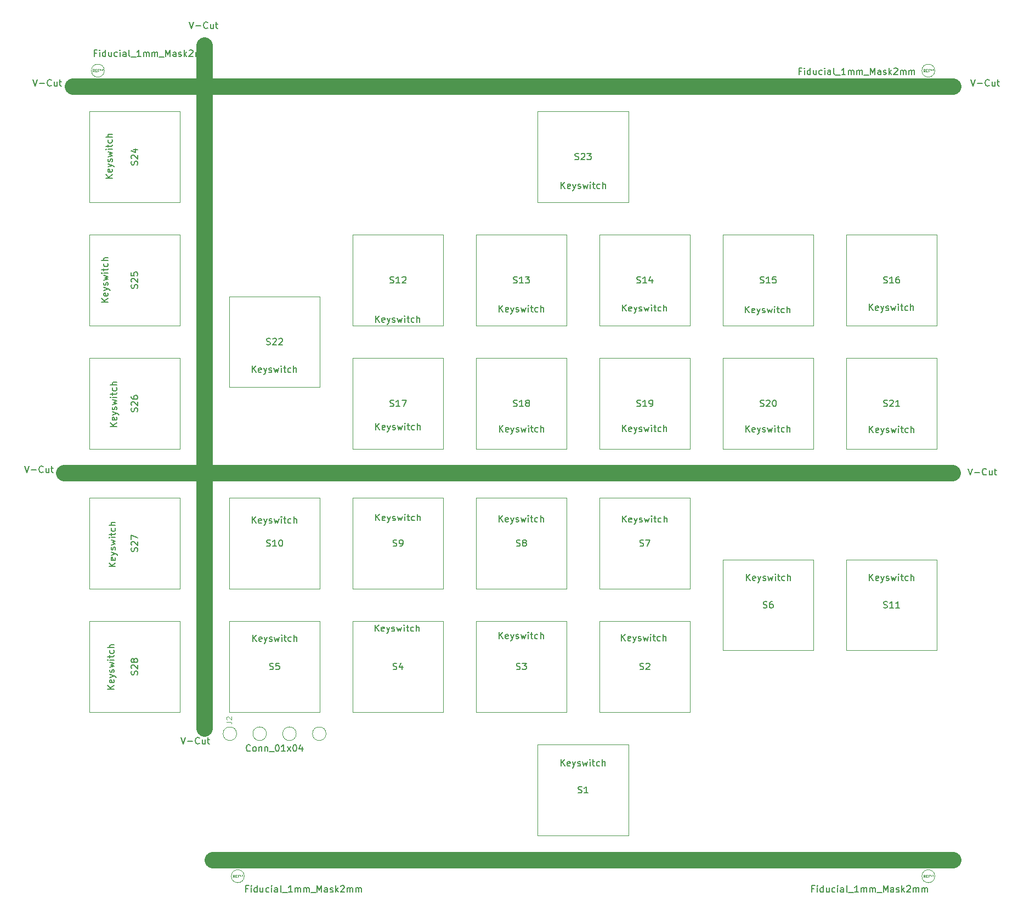
<source format=gbr>
%TF.GenerationSoftware,KiCad,Pcbnew,7.0.10*%
%TF.CreationDate,2024-02-03T20:33:37-08:00*%
%TF.ProjectId,oddball_steno,6f646462-616c-46c5-9f73-74656e6f2e6b,rev?*%
%TF.SameCoordinates,Original*%
%TF.FileFunction,AssemblyDrawing,Top*%
%FSLAX46Y46*%
G04 Gerber Fmt 4.6, Leading zero omitted, Abs format (unit mm)*
G04 Created by KiCad (PCBNEW 7.0.10) date 2024-02-03 20:33:37*
%MOMM*%
%LPD*%
G01*
G04 APERTURE LIST*
%ADD10C,0.150000*%
%ADD11C,2.540000*%
%ADD12C,0.060000*%
%ADD13C,0.120000*%
%ADD14C,0.100000*%
G04 APERTURE END LIST*
D10*
X90489422Y-126255444D02*
X90822755Y-127255444D01*
X90822755Y-127255444D02*
X91156088Y-126255444D01*
X91489422Y-126874491D02*
X92251327Y-126874491D01*
X93298945Y-127160205D02*
X93251326Y-127207825D01*
X93251326Y-127207825D02*
X93108469Y-127255444D01*
X93108469Y-127255444D02*
X93013231Y-127255444D01*
X93013231Y-127255444D02*
X92870374Y-127207825D01*
X92870374Y-127207825D02*
X92775136Y-127112586D01*
X92775136Y-127112586D02*
X92727517Y-127017348D01*
X92727517Y-127017348D02*
X92679898Y-126826872D01*
X92679898Y-126826872D02*
X92679898Y-126684015D01*
X92679898Y-126684015D02*
X92727517Y-126493539D01*
X92727517Y-126493539D02*
X92775136Y-126398301D01*
X92775136Y-126398301D02*
X92870374Y-126303063D01*
X92870374Y-126303063D02*
X93013231Y-126255444D01*
X93013231Y-126255444D02*
X93108469Y-126255444D01*
X93108469Y-126255444D02*
X93251326Y-126303063D01*
X93251326Y-126303063D02*
X93298945Y-126350682D01*
X94156088Y-126588777D02*
X94156088Y-127255444D01*
X93727517Y-126588777D02*
X93727517Y-127112586D01*
X93727517Y-127112586D02*
X93775136Y-127207825D01*
X93775136Y-127207825D02*
X93870374Y-127255444D01*
X93870374Y-127255444D02*
X94013231Y-127255444D01*
X94013231Y-127255444D02*
X94108469Y-127207825D01*
X94108469Y-127207825D02*
X94156088Y-127160205D01*
X94489422Y-126588777D02*
X94870374Y-126588777D01*
X94632279Y-126255444D02*
X94632279Y-127112586D01*
X94632279Y-127112586D02*
X94679898Y-127207825D01*
X94679898Y-127207825D02*
X94775136Y-127255444D01*
X94775136Y-127255444D02*
X94870374Y-127255444D01*
X66359422Y-84345444D02*
X66692755Y-85345444D01*
X66692755Y-85345444D02*
X67026088Y-84345444D01*
X67359422Y-84964491D02*
X68121327Y-84964491D01*
X69168945Y-85250205D02*
X69121326Y-85297825D01*
X69121326Y-85297825D02*
X68978469Y-85345444D01*
X68978469Y-85345444D02*
X68883231Y-85345444D01*
X68883231Y-85345444D02*
X68740374Y-85297825D01*
X68740374Y-85297825D02*
X68645136Y-85202586D01*
X68645136Y-85202586D02*
X68597517Y-85107348D01*
X68597517Y-85107348D02*
X68549898Y-84916872D01*
X68549898Y-84916872D02*
X68549898Y-84774015D01*
X68549898Y-84774015D02*
X68597517Y-84583539D01*
X68597517Y-84583539D02*
X68645136Y-84488301D01*
X68645136Y-84488301D02*
X68740374Y-84393063D01*
X68740374Y-84393063D02*
X68883231Y-84345444D01*
X68883231Y-84345444D02*
X68978469Y-84345444D01*
X68978469Y-84345444D02*
X69121326Y-84393063D01*
X69121326Y-84393063D02*
X69168945Y-84440682D01*
X70026088Y-84678777D02*
X70026088Y-85345444D01*
X69597517Y-84678777D02*
X69597517Y-85202586D01*
X69597517Y-85202586D02*
X69645136Y-85297825D01*
X69645136Y-85297825D02*
X69740374Y-85345444D01*
X69740374Y-85345444D02*
X69883231Y-85345444D01*
X69883231Y-85345444D02*
X69978469Y-85297825D01*
X69978469Y-85297825D02*
X70026088Y-85250205D01*
X70359422Y-84678777D02*
X70740374Y-84678777D01*
X70502279Y-84345444D02*
X70502279Y-85202586D01*
X70502279Y-85202586D02*
X70549898Y-85297825D01*
X70549898Y-85297825D02*
X70645136Y-85345444D01*
X70645136Y-85345444D02*
X70740374Y-85345444D01*
X212409422Y-24655444D02*
X212742755Y-25655444D01*
X212742755Y-25655444D02*
X213076088Y-24655444D01*
X213409422Y-25274491D02*
X214171327Y-25274491D01*
X215218945Y-25560205D02*
X215171326Y-25607825D01*
X215171326Y-25607825D02*
X215028469Y-25655444D01*
X215028469Y-25655444D02*
X214933231Y-25655444D01*
X214933231Y-25655444D02*
X214790374Y-25607825D01*
X214790374Y-25607825D02*
X214695136Y-25512586D01*
X214695136Y-25512586D02*
X214647517Y-25417348D01*
X214647517Y-25417348D02*
X214599898Y-25226872D01*
X214599898Y-25226872D02*
X214599898Y-25084015D01*
X214599898Y-25084015D02*
X214647517Y-24893539D01*
X214647517Y-24893539D02*
X214695136Y-24798301D01*
X214695136Y-24798301D02*
X214790374Y-24703063D01*
X214790374Y-24703063D02*
X214933231Y-24655444D01*
X214933231Y-24655444D02*
X215028469Y-24655444D01*
X215028469Y-24655444D02*
X215171326Y-24703063D01*
X215171326Y-24703063D02*
X215218945Y-24750682D01*
X216076088Y-24988777D02*
X216076088Y-25655444D01*
X215647517Y-24988777D02*
X215647517Y-25512586D01*
X215647517Y-25512586D02*
X215695136Y-25607825D01*
X215695136Y-25607825D02*
X215790374Y-25655444D01*
X215790374Y-25655444D02*
X215933231Y-25655444D01*
X215933231Y-25655444D02*
X216028469Y-25607825D01*
X216028469Y-25607825D02*
X216076088Y-25560205D01*
X216409422Y-24988777D02*
X216790374Y-24988777D01*
X216552279Y-24655444D02*
X216552279Y-25512586D01*
X216552279Y-25512586D02*
X216599898Y-25607825D01*
X216599898Y-25607825D02*
X216695136Y-25655444D01*
X216695136Y-25655444D02*
X216790374Y-25655444D01*
X67629422Y-24655444D02*
X67962755Y-25655444D01*
X67962755Y-25655444D02*
X68296088Y-24655444D01*
X68629422Y-25274491D02*
X69391327Y-25274491D01*
X70438945Y-25560205D02*
X70391326Y-25607825D01*
X70391326Y-25607825D02*
X70248469Y-25655444D01*
X70248469Y-25655444D02*
X70153231Y-25655444D01*
X70153231Y-25655444D02*
X70010374Y-25607825D01*
X70010374Y-25607825D02*
X69915136Y-25512586D01*
X69915136Y-25512586D02*
X69867517Y-25417348D01*
X69867517Y-25417348D02*
X69819898Y-25226872D01*
X69819898Y-25226872D02*
X69819898Y-25084015D01*
X69819898Y-25084015D02*
X69867517Y-24893539D01*
X69867517Y-24893539D02*
X69915136Y-24798301D01*
X69915136Y-24798301D02*
X70010374Y-24703063D01*
X70010374Y-24703063D02*
X70153231Y-24655444D01*
X70153231Y-24655444D02*
X70248469Y-24655444D01*
X70248469Y-24655444D02*
X70391326Y-24703063D01*
X70391326Y-24703063D02*
X70438945Y-24750682D01*
X71296088Y-24988777D02*
X71296088Y-25655444D01*
X70867517Y-24988777D02*
X70867517Y-25512586D01*
X70867517Y-25512586D02*
X70915136Y-25607825D01*
X70915136Y-25607825D02*
X71010374Y-25655444D01*
X71010374Y-25655444D02*
X71153231Y-25655444D01*
X71153231Y-25655444D02*
X71248469Y-25607825D01*
X71248469Y-25607825D02*
X71296088Y-25560205D01*
X71629422Y-24988777D02*
X72010374Y-24988777D01*
X71772279Y-24655444D02*
X71772279Y-25512586D01*
X71772279Y-25512586D02*
X71819898Y-25607825D01*
X71819898Y-25607825D02*
X71915136Y-25655444D01*
X71915136Y-25655444D02*
X72010374Y-25655444D01*
D11*
X209675500Y-145165625D02*
X95375500Y-145165625D01*
X209660500Y-25770625D02*
X73770500Y-25770625D01*
X94105500Y-124845625D02*
X94105500Y-19420625D01*
X209575500Y-85455625D02*
X72415500Y-85455625D01*
D10*
X211979422Y-84715444D02*
X212312755Y-85715444D01*
X212312755Y-85715444D02*
X212646088Y-84715444D01*
X212979422Y-85334491D02*
X213741327Y-85334491D01*
X214788945Y-85620205D02*
X214741326Y-85667825D01*
X214741326Y-85667825D02*
X214598469Y-85715444D01*
X214598469Y-85715444D02*
X214503231Y-85715444D01*
X214503231Y-85715444D02*
X214360374Y-85667825D01*
X214360374Y-85667825D02*
X214265136Y-85572586D01*
X214265136Y-85572586D02*
X214217517Y-85477348D01*
X214217517Y-85477348D02*
X214169898Y-85286872D01*
X214169898Y-85286872D02*
X214169898Y-85144015D01*
X214169898Y-85144015D02*
X214217517Y-84953539D01*
X214217517Y-84953539D02*
X214265136Y-84858301D01*
X214265136Y-84858301D02*
X214360374Y-84763063D01*
X214360374Y-84763063D02*
X214503231Y-84715444D01*
X214503231Y-84715444D02*
X214598469Y-84715444D01*
X214598469Y-84715444D02*
X214741326Y-84763063D01*
X214741326Y-84763063D02*
X214788945Y-84810682D01*
X215646088Y-85048777D02*
X215646088Y-85715444D01*
X215217517Y-85048777D02*
X215217517Y-85572586D01*
X215217517Y-85572586D02*
X215265136Y-85667825D01*
X215265136Y-85667825D02*
X215360374Y-85715444D01*
X215360374Y-85715444D02*
X215503231Y-85715444D01*
X215503231Y-85715444D02*
X215598469Y-85667825D01*
X215598469Y-85667825D02*
X215646088Y-85620205D01*
X215979422Y-85048777D02*
X216360374Y-85048777D01*
X216122279Y-84715444D02*
X216122279Y-85572586D01*
X216122279Y-85572586D02*
X216169898Y-85667825D01*
X216169898Y-85667825D02*
X216265136Y-85715444D01*
X216265136Y-85715444D02*
X216360374Y-85715444D01*
X91759422Y-15765444D02*
X92092755Y-16765444D01*
X92092755Y-16765444D02*
X92426088Y-15765444D01*
X92759422Y-16384491D02*
X93521327Y-16384491D01*
X94568945Y-16670205D02*
X94521326Y-16717825D01*
X94521326Y-16717825D02*
X94378469Y-16765444D01*
X94378469Y-16765444D02*
X94283231Y-16765444D01*
X94283231Y-16765444D02*
X94140374Y-16717825D01*
X94140374Y-16717825D02*
X94045136Y-16622586D01*
X94045136Y-16622586D02*
X93997517Y-16527348D01*
X93997517Y-16527348D02*
X93949898Y-16336872D01*
X93949898Y-16336872D02*
X93949898Y-16194015D01*
X93949898Y-16194015D02*
X93997517Y-16003539D01*
X93997517Y-16003539D02*
X94045136Y-15908301D01*
X94045136Y-15908301D02*
X94140374Y-15813063D01*
X94140374Y-15813063D02*
X94283231Y-15765444D01*
X94283231Y-15765444D02*
X94378469Y-15765444D01*
X94378469Y-15765444D02*
X94521326Y-15813063D01*
X94521326Y-15813063D02*
X94568945Y-15860682D01*
X95426088Y-16098777D02*
X95426088Y-16765444D01*
X94997517Y-16098777D02*
X94997517Y-16622586D01*
X94997517Y-16622586D02*
X95045136Y-16717825D01*
X95045136Y-16717825D02*
X95140374Y-16765444D01*
X95140374Y-16765444D02*
X95283231Y-16765444D01*
X95283231Y-16765444D02*
X95378469Y-16717825D01*
X95378469Y-16717825D02*
X95426088Y-16670205D01*
X95759422Y-16098777D02*
X96140374Y-16098777D01*
X95902279Y-15765444D02*
X95902279Y-16622586D01*
X95902279Y-16622586D02*
X95949898Y-16717825D01*
X95949898Y-16717825D02*
X96045136Y-16765444D01*
X96045136Y-16765444D02*
X96140374Y-16765444D01*
X100780262Y-149611634D02*
X100446929Y-149611634D01*
X100446929Y-150135444D02*
X100446929Y-149135444D01*
X100446929Y-149135444D02*
X100923119Y-149135444D01*
X101304072Y-150135444D02*
X101304072Y-149468777D01*
X101304072Y-149135444D02*
X101256453Y-149183063D01*
X101256453Y-149183063D02*
X101304072Y-149230682D01*
X101304072Y-149230682D02*
X101351691Y-149183063D01*
X101351691Y-149183063D02*
X101304072Y-149135444D01*
X101304072Y-149135444D02*
X101304072Y-149230682D01*
X102208833Y-150135444D02*
X102208833Y-149135444D01*
X102208833Y-150087825D02*
X102113595Y-150135444D01*
X102113595Y-150135444D02*
X101923119Y-150135444D01*
X101923119Y-150135444D02*
X101827881Y-150087825D01*
X101827881Y-150087825D02*
X101780262Y-150040205D01*
X101780262Y-150040205D02*
X101732643Y-149944967D01*
X101732643Y-149944967D02*
X101732643Y-149659253D01*
X101732643Y-149659253D02*
X101780262Y-149564015D01*
X101780262Y-149564015D02*
X101827881Y-149516396D01*
X101827881Y-149516396D02*
X101923119Y-149468777D01*
X101923119Y-149468777D02*
X102113595Y-149468777D01*
X102113595Y-149468777D02*
X102208833Y-149516396D01*
X103113595Y-149468777D02*
X103113595Y-150135444D01*
X102685024Y-149468777D02*
X102685024Y-149992586D01*
X102685024Y-149992586D02*
X102732643Y-150087825D01*
X102732643Y-150087825D02*
X102827881Y-150135444D01*
X102827881Y-150135444D02*
X102970738Y-150135444D01*
X102970738Y-150135444D02*
X103065976Y-150087825D01*
X103065976Y-150087825D02*
X103113595Y-150040205D01*
X104018357Y-150087825D02*
X103923119Y-150135444D01*
X103923119Y-150135444D02*
X103732643Y-150135444D01*
X103732643Y-150135444D02*
X103637405Y-150087825D01*
X103637405Y-150087825D02*
X103589786Y-150040205D01*
X103589786Y-150040205D02*
X103542167Y-149944967D01*
X103542167Y-149944967D02*
X103542167Y-149659253D01*
X103542167Y-149659253D02*
X103589786Y-149564015D01*
X103589786Y-149564015D02*
X103637405Y-149516396D01*
X103637405Y-149516396D02*
X103732643Y-149468777D01*
X103732643Y-149468777D02*
X103923119Y-149468777D01*
X103923119Y-149468777D02*
X104018357Y-149516396D01*
X104446929Y-150135444D02*
X104446929Y-149468777D01*
X104446929Y-149135444D02*
X104399310Y-149183063D01*
X104399310Y-149183063D02*
X104446929Y-149230682D01*
X104446929Y-149230682D02*
X104494548Y-149183063D01*
X104494548Y-149183063D02*
X104446929Y-149135444D01*
X104446929Y-149135444D02*
X104446929Y-149230682D01*
X105351690Y-150135444D02*
X105351690Y-149611634D01*
X105351690Y-149611634D02*
X105304071Y-149516396D01*
X105304071Y-149516396D02*
X105208833Y-149468777D01*
X105208833Y-149468777D02*
X105018357Y-149468777D01*
X105018357Y-149468777D02*
X104923119Y-149516396D01*
X105351690Y-150087825D02*
X105256452Y-150135444D01*
X105256452Y-150135444D02*
X105018357Y-150135444D01*
X105018357Y-150135444D02*
X104923119Y-150087825D01*
X104923119Y-150087825D02*
X104875500Y-149992586D01*
X104875500Y-149992586D02*
X104875500Y-149897348D01*
X104875500Y-149897348D02*
X104923119Y-149802110D01*
X104923119Y-149802110D02*
X105018357Y-149754491D01*
X105018357Y-149754491D02*
X105256452Y-149754491D01*
X105256452Y-149754491D02*
X105351690Y-149706872D01*
X105970738Y-150135444D02*
X105875500Y-150087825D01*
X105875500Y-150087825D02*
X105827881Y-149992586D01*
X105827881Y-149992586D02*
X105827881Y-149135444D01*
X106113596Y-150230682D02*
X106875500Y-150230682D01*
X107637405Y-150135444D02*
X107065977Y-150135444D01*
X107351691Y-150135444D02*
X107351691Y-149135444D01*
X107351691Y-149135444D02*
X107256453Y-149278301D01*
X107256453Y-149278301D02*
X107161215Y-149373539D01*
X107161215Y-149373539D02*
X107065977Y-149421158D01*
X108065977Y-150135444D02*
X108065977Y-149468777D01*
X108065977Y-149564015D02*
X108113596Y-149516396D01*
X108113596Y-149516396D02*
X108208834Y-149468777D01*
X108208834Y-149468777D02*
X108351691Y-149468777D01*
X108351691Y-149468777D02*
X108446929Y-149516396D01*
X108446929Y-149516396D02*
X108494548Y-149611634D01*
X108494548Y-149611634D02*
X108494548Y-150135444D01*
X108494548Y-149611634D02*
X108542167Y-149516396D01*
X108542167Y-149516396D02*
X108637405Y-149468777D01*
X108637405Y-149468777D02*
X108780262Y-149468777D01*
X108780262Y-149468777D02*
X108875501Y-149516396D01*
X108875501Y-149516396D02*
X108923120Y-149611634D01*
X108923120Y-149611634D02*
X108923120Y-150135444D01*
X109399310Y-150135444D02*
X109399310Y-149468777D01*
X109399310Y-149564015D02*
X109446929Y-149516396D01*
X109446929Y-149516396D02*
X109542167Y-149468777D01*
X109542167Y-149468777D02*
X109685024Y-149468777D01*
X109685024Y-149468777D02*
X109780262Y-149516396D01*
X109780262Y-149516396D02*
X109827881Y-149611634D01*
X109827881Y-149611634D02*
X109827881Y-150135444D01*
X109827881Y-149611634D02*
X109875500Y-149516396D01*
X109875500Y-149516396D02*
X109970738Y-149468777D01*
X109970738Y-149468777D02*
X110113595Y-149468777D01*
X110113595Y-149468777D02*
X110208834Y-149516396D01*
X110208834Y-149516396D02*
X110256453Y-149611634D01*
X110256453Y-149611634D02*
X110256453Y-150135444D01*
X110494548Y-150230682D02*
X111256452Y-150230682D01*
X111494548Y-150135444D02*
X111494548Y-149135444D01*
X111494548Y-149135444D02*
X111827881Y-149849729D01*
X111827881Y-149849729D02*
X112161214Y-149135444D01*
X112161214Y-149135444D02*
X112161214Y-150135444D01*
X113065976Y-150135444D02*
X113065976Y-149611634D01*
X113065976Y-149611634D02*
X113018357Y-149516396D01*
X113018357Y-149516396D02*
X112923119Y-149468777D01*
X112923119Y-149468777D02*
X112732643Y-149468777D01*
X112732643Y-149468777D02*
X112637405Y-149516396D01*
X113065976Y-150087825D02*
X112970738Y-150135444D01*
X112970738Y-150135444D02*
X112732643Y-150135444D01*
X112732643Y-150135444D02*
X112637405Y-150087825D01*
X112637405Y-150087825D02*
X112589786Y-149992586D01*
X112589786Y-149992586D02*
X112589786Y-149897348D01*
X112589786Y-149897348D02*
X112637405Y-149802110D01*
X112637405Y-149802110D02*
X112732643Y-149754491D01*
X112732643Y-149754491D02*
X112970738Y-149754491D01*
X112970738Y-149754491D02*
X113065976Y-149706872D01*
X113494548Y-150087825D02*
X113589786Y-150135444D01*
X113589786Y-150135444D02*
X113780262Y-150135444D01*
X113780262Y-150135444D02*
X113875500Y-150087825D01*
X113875500Y-150087825D02*
X113923119Y-149992586D01*
X113923119Y-149992586D02*
X113923119Y-149944967D01*
X113923119Y-149944967D02*
X113875500Y-149849729D01*
X113875500Y-149849729D02*
X113780262Y-149802110D01*
X113780262Y-149802110D02*
X113637405Y-149802110D01*
X113637405Y-149802110D02*
X113542167Y-149754491D01*
X113542167Y-149754491D02*
X113494548Y-149659253D01*
X113494548Y-149659253D02*
X113494548Y-149611634D01*
X113494548Y-149611634D02*
X113542167Y-149516396D01*
X113542167Y-149516396D02*
X113637405Y-149468777D01*
X113637405Y-149468777D02*
X113780262Y-149468777D01*
X113780262Y-149468777D02*
X113875500Y-149516396D01*
X114351691Y-150135444D02*
X114351691Y-149135444D01*
X114446929Y-149754491D02*
X114732643Y-150135444D01*
X114732643Y-149468777D02*
X114351691Y-149849729D01*
X115113596Y-149230682D02*
X115161215Y-149183063D01*
X115161215Y-149183063D02*
X115256453Y-149135444D01*
X115256453Y-149135444D02*
X115494548Y-149135444D01*
X115494548Y-149135444D02*
X115589786Y-149183063D01*
X115589786Y-149183063D02*
X115637405Y-149230682D01*
X115637405Y-149230682D02*
X115685024Y-149325920D01*
X115685024Y-149325920D02*
X115685024Y-149421158D01*
X115685024Y-149421158D02*
X115637405Y-149564015D01*
X115637405Y-149564015D02*
X115065977Y-150135444D01*
X115065977Y-150135444D02*
X115685024Y-150135444D01*
X116113596Y-150135444D02*
X116113596Y-149468777D01*
X116113596Y-149564015D02*
X116161215Y-149516396D01*
X116161215Y-149516396D02*
X116256453Y-149468777D01*
X116256453Y-149468777D02*
X116399310Y-149468777D01*
X116399310Y-149468777D02*
X116494548Y-149516396D01*
X116494548Y-149516396D02*
X116542167Y-149611634D01*
X116542167Y-149611634D02*
X116542167Y-150135444D01*
X116542167Y-149611634D02*
X116589786Y-149516396D01*
X116589786Y-149516396D02*
X116685024Y-149468777D01*
X116685024Y-149468777D02*
X116827881Y-149468777D01*
X116827881Y-149468777D02*
X116923120Y-149516396D01*
X116923120Y-149516396D02*
X116970739Y-149611634D01*
X116970739Y-149611634D02*
X116970739Y-150135444D01*
X117446929Y-150135444D02*
X117446929Y-149468777D01*
X117446929Y-149564015D02*
X117494548Y-149516396D01*
X117494548Y-149516396D02*
X117589786Y-149468777D01*
X117589786Y-149468777D02*
X117732643Y-149468777D01*
X117732643Y-149468777D02*
X117827881Y-149516396D01*
X117827881Y-149516396D02*
X117875500Y-149611634D01*
X117875500Y-149611634D02*
X117875500Y-150135444D01*
X117875500Y-149611634D02*
X117923119Y-149516396D01*
X117923119Y-149516396D02*
X118018357Y-149468777D01*
X118018357Y-149468777D02*
X118161214Y-149468777D01*
X118161214Y-149468777D02*
X118256453Y-149516396D01*
X118256453Y-149516396D02*
X118304072Y-149611634D01*
X118304072Y-149611634D02*
X118304072Y-150135444D01*
D12*
X98692166Y-147862552D02*
X98558833Y-147672076D01*
X98463595Y-147862552D02*
X98463595Y-147462552D01*
X98463595Y-147462552D02*
X98615976Y-147462552D01*
X98615976Y-147462552D02*
X98654071Y-147481600D01*
X98654071Y-147481600D02*
X98673118Y-147500647D01*
X98673118Y-147500647D02*
X98692166Y-147538743D01*
X98692166Y-147538743D02*
X98692166Y-147595885D01*
X98692166Y-147595885D02*
X98673118Y-147633981D01*
X98673118Y-147633981D02*
X98654071Y-147653028D01*
X98654071Y-147653028D02*
X98615976Y-147672076D01*
X98615976Y-147672076D02*
X98463595Y-147672076D01*
X98863595Y-147653028D02*
X98996928Y-147653028D01*
X99054071Y-147862552D02*
X98863595Y-147862552D01*
X98863595Y-147862552D02*
X98863595Y-147462552D01*
X98863595Y-147462552D02*
X99054071Y-147462552D01*
X99358833Y-147653028D02*
X99225500Y-147653028D01*
X99225500Y-147862552D02*
X99225500Y-147462552D01*
X99225500Y-147462552D02*
X99415976Y-147462552D01*
X99625499Y-147462552D02*
X99625499Y-147557790D01*
X99530261Y-147519695D02*
X99625499Y-147557790D01*
X99625499Y-147557790D02*
X99720738Y-147519695D01*
X99568357Y-147633981D02*
X99625499Y-147557790D01*
X99625499Y-147557790D02*
X99682642Y-147633981D01*
X99930261Y-147462552D02*
X99930261Y-147557790D01*
X99835023Y-147519695D02*
X99930261Y-147557790D01*
X99930261Y-147557790D02*
X100025500Y-147519695D01*
X99873119Y-147633981D02*
X99930261Y-147557790D01*
X99930261Y-147557790D02*
X99987404Y-147633981D01*
D10*
X77380262Y-20561634D02*
X77046929Y-20561634D01*
X77046929Y-21085444D02*
X77046929Y-20085444D01*
X77046929Y-20085444D02*
X77523119Y-20085444D01*
X77904072Y-21085444D02*
X77904072Y-20418777D01*
X77904072Y-20085444D02*
X77856453Y-20133063D01*
X77856453Y-20133063D02*
X77904072Y-20180682D01*
X77904072Y-20180682D02*
X77951691Y-20133063D01*
X77951691Y-20133063D02*
X77904072Y-20085444D01*
X77904072Y-20085444D02*
X77904072Y-20180682D01*
X78808833Y-21085444D02*
X78808833Y-20085444D01*
X78808833Y-21037825D02*
X78713595Y-21085444D01*
X78713595Y-21085444D02*
X78523119Y-21085444D01*
X78523119Y-21085444D02*
X78427881Y-21037825D01*
X78427881Y-21037825D02*
X78380262Y-20990205D01*
X78380262Y-20990205D02*
X78332643Y-20894967D01*
X78332643Y-20894967D02*
X78332643Y-20609253D01*
X78332643Y-20609253D02*
X78380262Y-20514015D01*
X78380262Y-20514015D02*
X78427881Y-20466396D01*
X78427881Y-20466396D02*
X78523119Y-20418777D01*
X78523119Y-20418777D02*
X78713595Y-20418777D01*
X78713595Y-20418777D02*
X78808833Y-20466396D01*
X79713595Y-20418777D02*
X79713595Y-21085444D01*
X79285024Y-20418777D02*
X79285024Y-20942586D01*
X79285024Y-20942586D02*
X79332643Y-21037825D01*
X79332643Y-21037825D02*
X79427881Y-21085444D01*
X79427881Y-21085444D02*
X79570738Y-21085444D01*
X79570738Y-21085444D02*
X79665976Y-21037825D01*
X79665976Y-21037825D02*
X79713595Y-20990205D01*
X80618357Y-21037825D02*
X80523119Y-21085444D01*
X80523119Y-21085444D02*
X80332643Y-21085444D01*
X80332643Y-21085444D02*
X80237405Y-21037825D01*
X80237405Y-21037825D02*
X80189786Y-20990205D01*
X80189786Y-20990205D02*
X80142167Y-20894967D01*
X80142167Y-20894967D02*
X80142167Y-20609253D01*
X80142167Y-20609253D02*
X80189786Y-20514015D01*
X80189786Y-20514015D02*
X80237405Y-20466396D01*
X80237405Y-20466396D02*
X80332643Y-20418777D01*
X80332643Y-20418777D02*
X80523119Y-20418777D01*
X80523119Y-20418777D02*
X80618357Y-20466396D01*
X81046929Y-21085444D02*
X81046929Y-20418777D01*
X81046929Y-20085444D02*
X80999310Y-20133063D01*
X80999310Y-20133063D02*
X81046929Y-20180682D01*
X81046929Y-20180682D02*
X81094548Y-20133063D01*
X81094548Y-20133063D02*
X81046929Y-20085444D01*
X81046929Y-20085444D02*
X81046929Y-20180682D01*
X81951690Y-21085444D02*
X81951690Y-20561634D01*
X81951690Y-20561634D02*
X81904071Y-20466396D01*
X81904071Y-20466396D02*
X81808833Y-20418777D01*
X81808833Y-20418777D02*
X81618357Y-20418777D01*
X81618357Y-20418777D02*
X81523119Y-20466396D01*
X81951690Y-21037825D02*
X81856452Y-21085444D01*
X81856452Y-21085444D02*
X81618357Y-21085444D01*
X81618357Y-21085444D02*
X81523119Y-21037825D01*
X81523119Y-21037825D02*
X81475500Y-20942586D01*
X81475500Y-20942586D02*
X81475500Y-20847348D01*
X81475500Y-20847348D02*
X81523119Y-20752110D01*
X81523119Y-20752110D02*
X81618357Y-20704491D01*
X81618357Y-20704491D02*
X81856452Y-20704491D01*
X81856452Y-20704491D02*
X81951690Y-20656872D01*
X82570738Y-21085444D02*
X82475500Y-21037825D01*
X82475500Y-21037825D02*
X82427881Y-20942586D01*
X82427881Y-20942586D02*
X82427881Y-20085444D01*
X82713596Y-21180682D02*
X83475500Y-21180682D01*
X84237405Y-21085444D02*
X83665977Y-21085444D01*
X83951691Y-21085444D02*
X83951691Y-20085444D01*
X83951691Y-20085444D02*
X83856453Y-20228301D01*
X83856453Y-20228301D02*
X83761215Y-20323539D01*
X83761215Y-20323539D02*
X83665977Y-20371158D01*
X84665977Y-21085444D02*
X84665977Y-20418777D01*
X84665977Y-20514015D02*
X84713596Y-20466396D01*
X84713596Y-20466396D02*
X84808834Y-20418777D01*
X84808834Y-20418777D02*
X84951691Y-20418777D01*
X84951691Y-20418777D02*
X85046929Y-20466396D01*
X85046929Y-20466396D02*
X85094548Y-20561634D01*
X85094548Y-20561634D02*
X85094548Y-21085444D01*
X85094548Y-20561634D02*
X85142167Y-20466396D01*
X85142167Y-20466396D02*
X85237405Y-20418777D01*
X85237405Y-20418777D02*
X85380262Y-20418777D01*
X85380262Y-20418777D02*
X85475501Y-20466396D01*
X85475501Y-20466396D02*
X85523120Y-20561634D01*
X85523120Y-20561634D02*
X85523120Y-21085444D01*
X85999310Y-21085444D02*
X85999310Y-20418777D01*
X85999310Y-20514015D02*
X86046929Y-20466396D01*
X86046929Y-20466396D02*
X86142167Y-20418777D01*
X86142167Y-20418777D02*
X86285024Y-20418777D01*
X86285024Y-20418777D02*
X86380262Y-20466396D01*
X86380262Y-20466396D02*
X86427881Y-20561634D01*
X86427881Y-20561634D02*
X86427881Y-21085444D01*
X86427881Y-20561634D02*
X86475500Y-20466396D01*
X86475500Y-20466396D02*
X86570738Y-20418777D01*
X86570738Y-20418777D02*
X86713595Y-20418777D01*
X86713595Y-20418777D02*
X86808834Y-20466396D01*
X86808834Y-20466396D02*
X86856453Y-20561634D01*
X86856453Y-20561634D02*
X86856453Y-21085444D01*
X87094548Y-21180682D02*
X87856452Y-21180682D01*
X88094548Y-21085444D02*
X88094548Y-20085444D01*
X88094548Y-20085444D02*
X88427881Y-20799729D01*
X88427881Y-20799729D02*
X88761214Y-20085444D01*
X88761214Y-20085444D02*
X88761214Y-21085444D01*
X89665976Y-21085444D02*
X89665976Y-20561634D01*
X89665976Y-20561634D02*
X89618357Y-20466396D01*
X89618357Y-20466396D02*
X89523119Y-20418777D01*
X89523119Y-20418777D02*
X89332643Y-20418777D01*
X89332643Y-20418777D02*
X89237405Y-20466396D01*
X89665976Y-21037825D02*
X89570738Y-21085444D01*
X89570738Y-21085444D02*
X89332643Y-21085444D01*
X89332643Y-21085444D02*
X89237405Y-21037825D01*
X89237405Y-21037825D02*
X89189786Y-20942586D01*
X89189786Y-20942586D02*
X89189786Y-20847348D01*
X89189786Y-20847348D02*
X89237405Y-20752110D01*
X89237405Y-20752110D02*
X89332643Y-20704491D01*
X89332643Y-20704491D02*
X89570738Y-20704491D01*
X89570738Y-20704491D02*
X89665976Y-20656872D01*
X90094548Y-21037825D02*
X90189786Y-21085444D01*
X90189786Y-21085444D02*
X90380262Y-21085444D01*
X90380262Y-21085444D02*
X90475500Y-21037825D01*
X90475500Y-21037825D02*
X90523119Y-20942586D01*
X90523119Y-20942586D02*
X90523119Y-20894967D01*
X90523119Y-20894967D02*
X90475500Y-20799729D01*
X90475500Y-20799729D02*
X90380262Y-20752110D01*
X90380262Y-20752110D02*
X90237405Y-20752110D01*
X90237405Y-20752110D02*
X90142167Y-20704491D01*
X90142167Y-20704491D02*
X90094548Y-20609253D01*
X90094548Y-20609253D02*
X90094548Y-20561634D01*
X90094548Y-20561634D02*
X90142167Y-20466396D01*
X90142167Y-20466396D02*
X90237405Y-20418777D01*
X90237405Y-20418777D02*
X90380262Y-20418777D01*
X90380262Y-20418777D02*
X90475500Y-20466396D01*
X90951691Y-21085444D02*
X90951691Y-20085444D01*
X91046929Y-20704491D02*
X91332643Y-21085444D01*
X91332643Y-20418777D02*
X90951691Y-20799729D01*
X91713596Y-20180682D02*
X91761215Y-20133063D01*
X91761215Y-20133063D02*
X91856453Y-20085444D01*
X91856453Y-20085444D02*
X92094548Y-20085444D01*
X92094548Y-20085444D02*
X92189786Y-20133063D01*
X92189786Y-20133063D02*
X92237405Y-20180682D01*
X92237405Y-20180682D02*
X92285024Y-20275920D01*
X92285024Y-20275920D02*
X92285024Y-20371158D01*
X92285024Y-20371158D02*
X92237405Y-20514015D01*
X92237405Y-20514015D02*
X91665977Y-21085444D01*
X91665977Y-21085444D02*
X92285024Y-21085444D01*
X92713596Y-21085444D02*
X92713596Y-20418777D01*
X92713596Y-20514015D02*
X92761215Y-20466396D01*
X92761215Y-20466396D02*
X92856453Y-20418777D01*
X92856453Y-20418777D02*
X92999310Y-20418777D01*
X92999310Y-20418777D02*
X93094548Y-20466396D01*
X93094548Y-20466396D02*
X93142167Y-20561634D01*
X93142167Y-20561634D02*
X93142167Y-21085444D01*
X93142167Y-20561634D02*
X93189786Y-20466396D01*
X93189786Y-20466396D02*
X93285024Y-20418777D01*
X93285024Y-20418777D02*
X93427881Y-20418777D01*
X93427881Y-20418777D02*
X93523120Y-20466396D01*
X93523120Y-20466396D02*
X93570739Y-20561634D01*
X93570739Y-20561634D02*
X93570739Y-21085444D01*
X94046929Y-21085444D02*
X94046929Y-20418777D01*
X94046929Y-20514015D02*
X94094548Y-20466396D01*
X94094548Y-20466396D02*
X94189786Y-20418777D01*
X94189786Y-20418777D02*
X94332643Y-20418777D01*
X94332643Y-20418777D02*
X94427881Y-20466396D01*
X94427881Y-20466396D02*
X94475500Y-20561634D01*
X94475500Y-20561634D02*
X94475500Y-21085444D01*
X94475500Y-20561634D02*
X94523119Y-20466396D01*
X94523119Y-20466396D02*
X94618357Y-20418777D01*
X94618357Y-20418777D02*
X94761214Y-20418777D01*
X94761214Y-20418777D02*
X94856453Y-20466396D01*
X94856453Y-20466396D02*
X94904072Y-20561634D01*
X94904072Y-20561634D02*
X94904072Y-21085444D01*
D12*
X77087166Y-23452552D02*
X76953833Y-23262076D01*
X76858595Y-23452552D02*
X76858595Y-23052552D01*
X76858595Y-23052552D02*
X77010976Y-23052552D01*
X77010976Y-23052552D02*
X77049071Y-23071600D01*
X77049071Y-23071600D02*
X77068118Y-23090647D01*
X77068118Y-23090647D02*
X77087166Y-23128743D01*
X77087166Y-23128743D02*
X77087166Y-23185885D01*
X77087166Y-23185885D02*
X77068118Y-23223981D01*
X77068118Y-23223981D02*
X77049071Y-23243028D01*
X77049071Y-23243028D02*
X77010976Y-23262076D01*
X77010976Y-23262076D02*
X76858595Y-23262076D01*
X77258595Y-23243028D02*
X77391928Y-23243028D01*
X77449071Y-23452552D02*
X77258595Y-23452552D01*
X77258595Y-23452552D02*
X77258595Y-23052552D01*
X77258595Y-23052552D02*
X77449071Y-23052552D01*
X77753833Y-23243028D02*
X77620500Y-23243028D01*
X77620500Y-23452552D02*
X77620500Y-23052552D01*
X77620500Y-23052552D02*
X77810976Y-23052552D01*
X78020499Y-23052552D02*
X78020499Y-23147790D01*
X77925261Y-23109695D02*
X78020499Y-23147790D01*
X78020499Y-23147790D02*
X78115738Y-23109695D01*
X77963357Y-23223981D02*
X78020499Y-23147790D01*
X78020499Y-23147790D02*
X78077642Y-23223981D01*
X78325261Y-23052552D02*
X78325261Y-23147790D01*
X78230023Y-23109695D02*
X78325261Y-23147790D01*
X78325261Y-23147790D02*
X78420500Y-23109695D01*
X78268119Y-23223981D02*
X78325261Y-23147790D01*
X78325261Y-23147790D02*
X78382404Y-23223981D01*
D10*
X188175262Y-149611634D02*
X187841929Y-149611634D01*
X187841929Y-150135444D02*
X187841929Y-149135444D01*
X187841929Y-149135444D02*
X188318119Y-149135444D01*
X188699072Y-150135444D02*
X188699072Y-149468777D01*
X188699072Y-149135444D02*
X188651453Y-149183063D01*
X188651453Y-149183063D02*
X188699072Y-149230682D01*
X188699072Y-149230682D02*
X188746691Y-149183063D01*
X188746691Y-149183063D02*
X188699072Y-149135444D01*
X188699072Y-149135444D02*
X188699072Y-149230682D01*
X189603833Y-150135444D02*
X189603833Y-149135444D01*
X189603833Y-150087825D02*
X189508595Y-150135444D01*
X189508595Y-150135444D02*
X189318119Y-150135444D01*
X189318119Y-150135444D02*
X189222881Y-150087825D01*
X189222881Y-150087825D02*
X189175262Y-150040205D01*
X189175262Y-150040205D02*
X189127643Y-149944967D01*
X189127643Y-149944967D02*
X189127643Y-149659253D01*
X189127643Y-149659253D02*
X189175262Y-149564015D01*
X189175262Y-149564015D02*
X189222881Y-149516396D01*
X189222881Y-149516396D02*
X189318119Y-149468777D01*
X189318119Y-149468777D02*
X189508595Y-149468777D01*
X189508595Y-149468777D02*
X189603833Y-149516396D01*
X190508595Y-149468777D02*
X190508595Y-150135444D01*
X190080024Y-149468777D02*
X190080024Y-149992586D01*
X190080024Y-149992586D02*
X190127643Y-150087825D01*
X190127643Y-150087825D02*
X190222881Y-150135444D01*
X190222881Y-150135444D02*
X190365738Y-150135444D01*
X190365738Y-150135444D02*
X190460976Y-150087825D01*
X190460976Y-150087825D02*
X190508595Y-150040205D01*
X191413357Y-150087825D02*
X191318119Y-150135444D01*
X191318119Y-150135444D02*
X191127643Y-150135444D01*
X191127643Y-150135444D02*
X191032405Y-150087825D01*
X191032405Y-150087825D02*
X190984786Y-150040205D01*
X190984786Y-150040205D02*
X190937167Y-149944967D01*
X190937167Y-149944967D02*
X190937167Y-149659253D01*
X190937167Y-149659253D02*
X190984786Y-149564015D01*
X190984786Y-149564015D02*
X191032405Y-149516396D01*
X191032405Y-149516396D02*
X191127643Y-149468777D01*
X191127643Y-149468777D02*
X191318119Y-149468777D01*
X191318119Y-149468777D02*
X191413357Y-149516396D01*
X191841929Y-150135444D02*
X191841929Y-149468777D01*
X191841929Y-149135444D02*
X191794310Y-149183063D01*
X191794310Y-149183063D02*
X191841929Y-149230682D01*
X191841929Y-149230682D02*
X191889548Y-149183063D01*
X191889548Y-149183063D02*
X191841929Y-149135444D01*
X191841929Y-149135444D02*
X191841929Y-149230682D01*
X192746690Y-150135444D02*
X192746690Y-149611634D01*
X192746690Y-149611634D02*
X192699071Y-149516396D01*
X192699071Y-149516396D02*
X192603833Y-149468777D01*
X192603833Y-149468777D02*
X192413357Y-149468777D01*
X192413357Y-149468777D02*
X192318119Y-149516396D01*
X192746690Y-150087825D02*
X192651452Y-150135444D01*
X192651452Y-150135444D02*
X192413357Y-150135444D01*
X192413357Y-150135444D02*
X192318119Y-150087825D01*
X192318119Y-150087825D02*
X192270500Y-149992586D01*
X192270500Y-149992586D02*
X192270500Y-149897348D01*
X192270500Y-149897348D02*
X192318119Y-149802110D01*
X192318119Y-149802110D02*
X192413357Y-149754491D01*
X192413357Y-149754491D02*
X192651452Y-149754491D01*
X192651452Y-149754491D02*
X192746690Y-149706872D01*
X193365738Y-150135444D02*
X193270500Y-150087825D01*
X193270500Y-150087825D02*
X193222881Y-149992586D01*
X193222881Y-149992586D02*
X193222881Y-149135444D01*
X193508596Y-150230682D02*
X194270500Y-150230682D01*
X195032405Y-150135444D02*
X194460977Y-150135444D01*
X194746691Y-150135444D02*
X194746691Y-149135444D01*
X194746691Y-149135444D02*
X194651453Y-149278301D01*
X194651453Y-149278301D02*
X194556215Y-149373539D01*
X194556215Y-149373539D02*
X194460977Y-149421158D01*
X195460977Y-150135444D02*
X195460977Y-149468777D01*
X195460977Y-149564015D02*
X195508596Y-149516396D01*
X195508596Y-149516396D02*
X195603834Y-149468777D01*
X195603834Y-149468777D02*
X195746691Y-149468777D01*
X195746691Y-149468777D02*
X195841929Y-149516396D01*
X195841929Y-149516396D02*
X195889548Y-149611634D01*
X195889548Y-149611634D02*
X195889548Y-150135444D01*
X195889548Y-149611634D02*
X195937167Y-149516396D01*
X195937167Y-149516396D02*
X196032405Y-149468777D01*
X196032405Y-149468777D02*
X196175262Y-149468777D01*
X196175262Y-149468777D02*
X196270501Y-149516396D01*
X196270501Y-149516396D02*
X196318120Y-149611634D01*
X196318120Y-149611634D02*
X196318120Y-150135444D01*
X196794310Y-150135444D02*
X196794310Y-149468777D01*
X196794310Y-149564015D02*
X196841929Y-149516396D01*
X196841929Y-149516396D02*
X196937167Y-149468777D01*
X196937167Y-149468777D02*
X197080024Y-149468777D01*
X197080024Y-149468777D02*
X197175262Y-149516396D01*
X197175262Y-149516396D02*
X197222881Y-149611634D01*
X197222881Y-149611634D02*
X197222881Y-150135444D01*
X197222881Y-149611634D02*
X197270500Y-149516396D01*
X197270500Y-149516396D02*
X197365738Y-149468777D01*
X197365738Y-149468777D02*
X197508595Y-149468777D01*
X197508595Y-149468777D02*
X197603834Y-149516396D01*
X197603834Y-149516396D02*
X197651453Y-149611634D01*
X197651453Y-149611634D02*
X197651453Y-150135444D01*
X197889548Y-150230682D02*
X198651452Y-150230682D01*
X198889548Y-150135444D02*
X198889548Y-149135444D01*
X198889548Y-149135444D02*
X199222881Y-149849729D01*
X199222881Y-149849729D02*
X199556214Y-149135444D01*
X199556214Y-149135444D02*
X199556214Y-150135444D01*
X200460976Y-150135444D02*
X200460976Y-149611634D01*
X200460976Y-149611634D02*
X200413357Y-149516396D01*
X200413357Y-149516396D02*
X200318119Y-149468777D01*
X200318119Y-149468777D02*
X200127643Y-149468777D01*
X200127643Y-149468777D02*
X200032405Y-149516396D01*
X200460976Y-150087825D02*
X200365738Y-150135444D01*
X200365738Y-150135444D02*
X200127643Y-150135444D01*
X200127643Y-150135444D02*
X200032405Y-150087825D01*
X200032405Y-150087825D02*
X199984786Y-149992586D01*
X199984786Y-149992586D02*
X199984786Y-149897348D01*
X199984786Y-149897348D02*
X200032405Y-149802110D01*
X200032405Y-149802110D02*
X200127643Y-149754491D01*
X200127643Y-149754491D02*
X200365738Y-149754491D01*
X200365738Y-149754491D02*
X200460976Y-149706872D01*
X200889548Y-150087825D02*
X200984786Y-150135444D01*
X200984786Y-150135444D02*
X201175262Y-150135444D01*
X201175262Y-150135444D02*
X201270500Y-150087825D01*
X201270500Y-150087825D02*
X201318119Y-149992586D01*
X201318119Y-149992586D02*
X201318119Y-149944967D01*
X201318119Y-149944967D02*
X201270500Y-149849729D01*
X201270500Y-149849729D02*
X201175262Y-149802110D01*
X201175262Y-149802110D02*
X201032405Y-149802110D01*
X201032405Y-149802110D02*
X200937167Y-149754491D01*
X200937167Y-149754491D02*
X200889548Y-149659253D01*
X200889548Y-149659253D02*
X200889548Y-149611634D01*
X200889548Y-149611634D02*
X200937167Y-149516396D01*
X200937167Y-149516396D02*
X201032405Y-149468777D01*
X201032405Y-149468777D02*
X201175262Y-149468777D01*
X201175262Y-149468777D02*
X201270500Y-149516396D01*
X201746691Y-150135444D02*
X201746691Y-149135444D01*
X201841929Y-149754491D02*
X202127643Y-150135444D01*
X202127643Y-149468777D02*
X201746691Y-149849729D01*
X202508596Y-149230682D02*
X202556215Y-149183063D01*
X202556215Y-149183063D02*
X202651453Y-149135444D01*
X202651453Y-149135444D02*
X202889548Y-149135444D01*
X202889548Y-149135444D02*
X202984786Y-149183063D01*
X202984786Y-149183063D02*
X203032405Y-149230682D01*
X203032405Y-149230682D02*
X203080024Y-149325920D01*
X203080024Y-149325920D02*
X203080024Y-149421158D01*
X203080024Y-149421158D02*
X203032405Y-149564015D01*
X203032405Y-149564015D02*
X202460977Y-150135444D01*
X202460977Y-150135444D02*
X203080024Y-150135444D01*
X203508596Y-150135444D02*
X203508596Y-149468777D01*
X203508596Y-149564015D02*
X203556215Y-149516396D01*
X203556215Y-149516396D02*
X203651453Y-149468777D01*
X203651453Y-149468777D02*
X203794310Y-149468777D01*
X203794310Y-149468777D02*
X203889548Y-149516396D01*
X203889548Y-149516396D02*
X203937167Y-149611634D01*
X203937167Y-149611634D02*
X203937167Y-150135444D01*
X203937167Y-149611634D02*
X203984786Y-149516396D01*
X203984786Y-149516396D02*
X204080024Y-149468777D01*
X204080024Y-149468777D02*
X204222881Y-149468777D01*
X204222881Y-149468777D02*
X204318120Y-149516396D01*
X204318120Y-149516396D02*
X204365739Y-149611634D01*
X204365739Y-149611634D02*
X204365739Y-150135444D01*
X204841929Y-150135444D02*
X204841929Y-149468777D01*
X204841929Y-149564015D02*
X204889548Y-149516396D01*
X204889548Y-149516396D02*
X204984786Y-149468777D01*
X204984786Y-149468777D02*
X205127643Y-149468777D01*
X205127643Y-149468777D02*
X205222881Y-149516396D01*
X205222881Y-149516396D02*
X205270500Y-149611634D01*
X205270500Y-149611634D02*
X205270500Y-150135444D01*
X205270500Y-149611634D02*
X205318119Y-149516396D01*
X205318119Y-149516396D02*
X205413357Y-149468777D01*
X205413357Y-149468777D02*
X205556214Y-149468777D01*
X205556214Y-149468777D02*
X205651453Y-149516396D01*
X205651453Y-149516396D02*
X205699072Y-149611634D01*
X205699072Y-149611634D02*
X205699072Y-150135444D01*
D12*
X205292166Y-147862552D02*
X205158833Y-147672076D01*
X205063595Y-147862552D02*
X205063595Y-147462552D01*
X205063595Y-147462552D02*
X205215976Y-147462552D01*
X205215976Y-147462552D02*
X205254071Y-147481600D01*
X205254071Y-147481600D02*
X205273118Y-147500647D01*
X205273118Y-147500647D02*
X205292166Y-147538743D01*
X205292166Y-147538743D02*
X205292166Y-147595885D01*
X205292166Y-147595885D02*
X205273118Y-147633981D01*
X205273118Y-147633981D02*
X205254071Y-147653028D01*
X205254071Y-147653028D02*
X205215976Y-147672076D01*
X205215976Y-147672076D02*
X205063595Y-147672076D01*
X205463595Y-147653028D02*
X205596928Y-147653028D01*
X205654071Y-147862552D02*
X205463595Y-147862552D01*
X205463595Y-147862552D02*
X205463595Y-147462552D01*
X205463595Y-147462552D02*
X205654071Y-147462552D01*
X205958833Y-147653028D02*
X205825500Y-147653028D01*
X205825500Y-147862552D02*
X205825500Y-147462552D01*
X205825500Y-147462552D02*
X206015976Y-147462552D01*
X206225499Y-147462552D02*
X206225499Y-147557790D01*
X206130261Y-147519695D02*
X206225499Y-147557790D01*
X206225499Y-147557790D02*
X206320738Y-147519695D01*
X206168357Y-147633981D02*
X206225499Y-147557790D01*
X206225499Y-147557790D02*
X206282642Y-147633981D01*
X206530261Y-147462552D02*
X206530261Y-147557790D01*
X206435023Y-147519695D02*
X206530261Y-147557790D01*
X206530261Y-147557790D02*
X206625500Y-147519695D01*
X206473119Y-147633981D02*
X206530261Y-147557790D01*
X206530261Y-147557790D02*
X206587404Y-147633981D01*
D10*
X186175262Y-23351634D02*
X185841929Y-23351634D01*
X185841929Y-23875444D02*
X185841929Y-22875444D01*
X185841929Y-22875444D02*
X186318119Y-22875444D01*
X186699072Y-23875444D02*
X186699072Y-23208777D01*
X186699072Y-22875444D02*
X186651453Y-22923063D01*
X186651453Y-22923063D02*
X186699072Y-22970682D01*
X186699072Y-22970682D02*
X186746691Y-22923063D01*
X186746691Y-22923063D02*
X186699072Y-22875444D01*
X186699072Y-22875444D02*
X186699072Y-22970682D01*
X187603833Y-23875444D02*
X187603833Y-22875444D01*
X187603833Y-23827825D02*
X187508595Y-23875444D01*
X187508595Y-23875444D02*
X187318119Y-23875444D01*
X187318119Y-23875444D02*
X187222881Y-23827825D01*
X187222881Y-23827825D02*
X187175262Y-23780205D01*
X187175262Y-23780205D02*
X187127643Y-23684967D01*
X187127643Y-23684967D02*
X187127643Y-23399253D01*
X187127643Y-23399253D02*
X187175262Y-23304015D01*
X187175262Y-23304015D02*
X187222881Y-23256396D01*
X187222881Y-23256396D02*
X187318119Y-23208777D01*
X187318119Y-23208777D02*
X187508595Y-23208777D01*
X187508595Y-23208777D02*
X187603833Y-23256396D01*
X188508595Y-23208777D02*
X188508595Y-23875444D01*
X188080024Y-23208777D02*
X188080024Y-23732586D01*
X188080024Y-23732586D02*
X188127643Y-23827825D01*
X188127643Y-23827825D02*
X188222881Y-23875444D01*
X188222881Y-23875444D02*
X188365738Y-23875444D01*
X188365738Y-23875444D02*
X188460976Y-23827825D01*
X188460976Y-23827825D02*
X188508595Y-23780205D01*
X189413357Y-23827825D02*
X189318119Y-23875444D01*
X189318119Y-23875444D02*
X189127643Y-23875444D01*
X189127643Y-23875444D02*
X189032405Y-23827825D01*
X189032405Y-23827825D02*
X188984786Y-23780205D01*
X188984786Y-23780205D02*
X188937167Y-23684967D01*
X188937167Y-23684967D02*
X188937167Y-23399253D01*
X188937167Y-23399253D02*
X188984786Y-23304015D01*
X188984786Y-23304015D02*
X189032405Y-23256396D01*
X189032405Y-23256396D02*
X189127643Y-23208777D01*
X189127643Y-23208777D02*
X189318119Y-23208777D01*
X189318119Y-23208777D02*
X189413357Y-23256396D01*
X189841929Y-23875444D02*
X189841929Y-23208777D01*
X189841929Y-22875444D02*
X189794310Y-22923063D01*
X189794310Y-22923063D02*
X189841929Y-22970682D01*
X189841929Y-22970682D02*
X189889548Y-22923063D01*
X189889548Y-22923063D02*
X189841929Y-22875444D01*
X189841929Y-22875444D02*
X189841929Y-22970682D01*
X190746690Y-23875444D02*
X190746690Y-23351634D01*
X190746690Y-23351634D02*
X190699071Y-23256396D01*
X190699071Y-23256396D02*
X190603833Y-23208777D01*
X190603833Y-23208777D02*
X190413357Y-23208777D01*
X190413357Y-23208777D02*
X190318119Y-23256396D01*
X190746690Y-23827825D02*
X190651452Y-23875444D01*
X190651452Y-23875444D02*
X190413357Y-23875444D01*
X190413357Y-23875444D02*
X190318119Y-23827825D01*
X190318119Y-23827825D02*
X190270500Y-23732586D01*
X190270500Y-23732586D02*
X190270500Y-23637348D01*
X190270500Y-23637348D02*
X190318119Y-23542110D01*
X190318119Y-23542110D02*
X190413357Y-23494491D01*
X190413357Y-23494491D02*
X190651452Y-23494491D01*
X190651452Y-23494491D02*
X190746690Y-23446872D01*
X191365738Y-23875444D02*
X191270500Y-23827825D01*
X191270500Y-23827825D02*
X191222881Y-23732586D01*
X191222881Y-23732586D02*
X191222881Y-22875444D01*
X191508596Y-23970682D02*
X192270500Y-23970682D01*
X193032405Y-23875444D02*
X192460977Y-23875444D01*
X192746691Y-23875444D02*
X192746691Y-22875444D01*
X192746691Y-22875444D02*
X192651453Y-23018301D01*
X192651453Y-23018301D02*
X192556215Y-23113539D01*
X192556215Y-23113539D02*
X192460977Y-23161158D01*
X193460977Y-23875444D02*
X193460977Y-23208777D01*
X193460977Y-23304015D02*
X193508596Y-23256396D01*
X193508596Y-23256396D02*
X193603834Y-23208777D01*
X193603834Y-23208777D02*
X193746691Y-23208777D01*
X193746691Y-23208777D02*
X193841929Y-23256396D01*
X193841929Y-23256396D02*
X193889548Y-23351634D01*
X193889548Y-23351634D02*
X193889548Y-23875444D01*
X193889548Y-23351634D02*
X193937167Y-23256396D01*
X193937167Y-23256396D02*
X194032405Y-23208777D01*
X194032405Y-23208777D02*
X194175262Y-23208777D01*
X194175262Y-23208777D02*
X194270501Y-23256396D01*
X194270501Y-23256396D02*
X194318120Y-23351634D01*
X194318120Y-23351634D02*
X194318120Y-23875444D01*
X194794310Y-23875444D02*
X194794310Y-23208777D01*
X194794310Y-23304015D02*
X194841929Y-23256396D01*
X194841929Y-23256396D02*
X194937167Y-23208777D01*
X194937167Y-23208777D02*
X195080024Y-23208777D01*
X195080024Y-23208777D02*
X195175262Y-23256396D01*
X195175262Y-23256396D02*
X195222881Y-23351634D01*
X195222881Y-23351634D02*
X195222881Y-23875444D01*
X195222881Y-23351634D02*
X195270500Y-23256396D01*
X195270500Y-23256396D02*
X195365738Y-23208777D01*
X195365738Y-23208777D02*
X195508595Y-23208777D01*
X195508595Y-23208777D02*
X195603834Y-23256396D01*
X195603834Y-23256396D02*
X195651453Y-23351634D01*
X195651453Y-23351634D02*
X195651453Y-23875444D01*
X195889548Y-23970682D02*
X196651452Y-23970682D01*
X196889548Y-23875444D02*
X196889548Y-22875444D01*
X196889548Y-22875444D02*
X197222881Y-23589729D01*
X197222881Y-23589729D02*
X197556214Y-22875444D01*
X197556214Y-22875444D02*
X197556214Y-23875444D01*
X198460976Y-23875444D02*
X198460976Y-23351634D01*
X198460976Y-23351634D02*
X198413357Y-23256396D01*
X198413357Y-23256396D02*
X198318119Y-23208777D01*
X198318119Y-23208777D02*
X198127643Y-23208777D01*
X198127643Y-23208777D02*
X198032405Y-23256396D01*
X198460976Y-23827825D02*
X198365738Y-23875444D01*
X198365738Y-23875444D02*
X198127643Y-23875444D01*
X198127643Y-23875444D02*
X198032405Y-23827825D01*
X198032405Y-23827825D02*
X197984786Y-23732586D01*
X197984786Y-23732586D02*
X197984786Y-23637348D01*
X197984786Y-23637348D02*
X198032405Y-23542110D01*
X198032405Y-23542110D02*
X198127643Y-23494491D01*
X198127643Y-23494491D02*
X198365738Y-23494491D01*
X198365738Y-23494491D02*
X198460976Y-23446872D01*
X198889548Y-23827825D02*
X198984786Y-23875444D01*
X198984786Y-23875444D02*
X199175262Y-23875444D01*
X199175262Y-23875444D02*
X199270500Y-23827825D01*
X199270500Y-23827825D02*
X199318119Y-23732586D01*
X199318119Y-23732586D02*
X199318119Y-23684967D01*
X199318119Y-23684967D02*
X199270500Y-23589729D01*
X199270500Y-23589729D02*
X199175262Y-23542110D01*
X199175262Y-23542110D02*
X199032405Y-23542110D01*
X199032405Y-23542110D02*
X198937167Y-23494491D01*
X198937167Y-23494491D02*
X198889548Y-23399253D01*
X198889548Y-23399253D02*
X198889548Y-23351634D01*
X198889548Y-23351634D02*
X198937167Y-23256396D01*
X198937167Y-23256396D02*
X199032405Y-23208777D01*
X199032405Y-23208777D02*
X199175262Y-23208777D01*
X199175262Y-23208777D02*
X199270500Y-23256396D01*
X199746691Y-23875444D02*
X199746691Y-22875444D01*
X199841929Y-23494491D02*
X200127643Y-23875444D01*
X200127643Y-23208777D02*
X199746691Y-23589729D01*
X200508596Y-22970682D02*
X200556215Y-22923063D01*
X200556215Y-22923063D02*
X200651453Y-22875444D01*
X200651453Y-22875444D02*
X200889548Y-22875444D01*
X200889548Y-22875444D02*
X200984786Y-22923063D01*
X200984786Y-22923063D02*
X201032405Y-22970682D01*
X201032405Y-22970682D02*
X201080024Y-23065920D01*
X201080024Y-23065920D02*
X201080024Y-23161158D01*
X201080024Y-23161158D02*
X201032405Y-23304015D01*
X201032405Y-23304015D02*
X200460977Y-23875444D01*
X200460977Y-23875444D02*
X201080024Y-23875444D01*
X201508596Y-23875444D02*
X201508596Y-23208777D01*
X201508596Y-23304015D02*
X201556215Y-23256396D01*
X201556215Y-23256396D02*
X201651453Y-23208777D01*
X201651453Y-23208777D02*
X201794310Y-23208777D01*
X201794310Y-23208777D02*
X201889548Y-23256396D01*
X201889548Y-23256396D02*
X201937167Y-23351634D01*
X201937167Y-23351634D02*
X201937167Y-23875444D01*
X201937167Y-23351634D02*
X201984786Y-23256396D01*
X201984786Y-23256396D02*
X202080024Y-23208777D01*
X202080024Y-23208777D02*
X202222881Y-23208777D01*
X202222881Y-23208777D02*
X202318120Y-23256396D01*
X202318120Y-23256396D02*
X202365739Y-23351634D01*
X202365739Y-23351634D02*
X202365739Y-23875444D01*
X202841929Y-23875444D02*
X202841929Y-23208777D01*
X202841929Y-23304015D02*
X202889548Y-23256396D01*
X202889548Y-23256396D02*
X202984786Y-23208777D01*
X202984786Y-23208777D02*
X203127643Y-23208777D01*
X203127643Y-23208777D02*
X203222881Y-23256396D01*
X203222881Y-23256396D02*
X203270500Y-23351634D01*
X203270500Y-23351634D02*
X203270500Y-23875444D01*
X203270500Y-23351634D02*
X203318119Y-23256396D01*
X203318119Y-23256396D02*
X203413357Y-23208777D01*
X203413357Y-23208777D02*
X203556214Y-23208777D01*
X203556214Y-23208777D02*
X203651453Y-23256396D01*
X203651453Y-23256396D02*
X203699072Y-23351634D01*
X203699072Y-23351634D02*
X203699072Y-23875444D01*
D12*
X205292166Y-23452552D02*
X205158833Y-23262076D01*
X205063595Y-23452552D02*
X205063595Y-23052552D01*
X205063595Y-23052552D02*
X205215976Y-23052552D01*
X205215976Y-23052552D02*
X205254071Y-23071600D01*
X205254071Y-23071600D02*
X205273118Y-23090647D01*
X205273118Y-23090647D02*
X205292166Y-23128743D01*
X205292166Y-23128743D02*
X205292166Y-23185885D01*
X205292166Y-23185885D02*
X205273118Y-23223981D01*
X205273118Y-23223981D02*
X205254071Y-23243028D01*
X205254071Y-23243028D02*
X205215976Y-23262076D01*
X205215976Y-23262076D02*
X205063595Y-23262076D01*
X205463595Y-23243028D02*
X205596928Y-23243028D01*
X205654071Y-23452552D02*
X205463595Y-23452552D01*
X205463595Y-23452552D02*
X205463595Y-23052552D01*
X205463595Y-23052552D02*
X205654071Y-23052552D01*
X205958833Y-23243028D02*
X205825500Y-23243028D01*
X205825500Y-23452552D02*
X205825500Y-23052552D01*
X205825500Y-23052552D02*
X206015976Y-23052552D01*
X206225499Y-23052552D02*
X206225499Y-23147790D01*
X206130261Y-23109695D02*
X206225499Y-23147790D01*
X206225499Y-23147790D02*
X206320738Y-23109695D01*
X206168357Y-23223981D02*
X206225499Y-23147790D01*
X206225499Y-23147790D02*
X206282642Y-23223981D01*
X206530261Y-23052552D02*
X206530261Y-23147790D01*
X206435023Y-23109695D02*
X206530261Y-23147790D01*
X206530261Y-23147790D02*
X206625500Y-23109695D01*
X206473119Y-23223981D02*
X206530261Y-23147790D01*
X206530261Y-23147790D02*
X206587404Y-23223981D01*
D10*
X79184069Y-58999136D02*
X78184069Y-58999136D01*
X79184069Y-58427708D02*
X78612640Y-58856279D01*
X78184069Y-58427708D02*
X78755497Y-58999136D01*
X79136450Y-57618184D02*
X79184069Y-57713422D01*
X79184069Y-57713422D02*
X79184069Y-57903898D01*
X79184069Y-57903898D02*
X79136450Y-57999136D01*
X79136450Y-57999136D02*
X79041211Y-58046755D01*
X79041211Y-58046755D02*
X78660259Y-58046755D01*
X78660259Y-58046755D02*
X78565021Y-57999136D01*
X78565021Y-57999136D02*
X78517402Y-57903898D01*
X78517402Y-57903898D02*
X78517402Y-57713422D01*
X78517402Y-57713422D02*
X78565021Y-57618184D01*
X78565021Y-57618184D02*
X78660259Y-57570565D01*
X78660259Y-57570565D02*
X78755497Y-57570565D01*
X78755497Y-57570565D02*
X78850735Y-58046755D01*
X78517402Y-57237231D02*
X79184069Y-56999136D01*
X78517402Y-56761041D02*
X79184069Y-56999136D01*
X79184069Y-56999136D02*
X79422164Y-57094374D01*
X79422164Y-57094374D02*
X79469783Y-57141993D01*
X79469783Y-57141993D02*
X79517402Y-57237231D01*
X79136450Y-56427707D02*
X79184069Y-56332469D01*
X79184069Y-56332469D02*
X79184069Y-56141993D01*
X79184069Y-56141993D02*
X79136450Y-56046755D01*
X79136450Y-56046755D02*
X79041211Y-55999136D01*
X79041211Y-55999136D02*
X78993592Y-55999136D01*
X78993592Y-55999136D02*
X78898354Y-56046755D01*
X78898354Y-56046755D02*
X78850735Y-56141993D01*
X78850735Y-56141993D02*
X78850735Y-56284850D01*
X78850735Y-56284850D02*
X78803116Y-56380088D01*
X78803116Y-56380088D02*
X78707878Y-56427707D01*
X78707878Y-56427707D02*
X78660259Y-56427707D01*
X78660259Y-56427707D02*
X78565021Y-56380088D01*
X78565021Y-56380088D02*
X78517402Y-56284850D01*
X78517402Y-56284850D02*
X78517402Y-56141993D01*
X78517402Y-56141993D02*
X78565021Y-56046755D01*
X78517402Y-55665802D02*
X79184069Y-55475326D01*
X79184069Y-55475326D02*
X78707878Y-55284850D01*
X78707878Y-55284850D02*
X79184069Y-55094374D01*
X79184069Y-55094374D02*
X78517402Y-54903898D01*
X79184069Y-54522945D02*
X78517402Y-54522945D01*
X78184069Y-54522945D02*
X78231688Y-54570564D01*
X78231688Y-54570564D02*
X78279307Y-54522945D01*
X78279307Y-54522945D02*
X78231688Y-54475326D01*
X78231688Y-54475326D02*
X78184069Y-54522945D01*
X78184069Y-54522945D02*
X78279307Y-54522945D01*
X78517402Y-54189612D02*
X78517402Y-53808660D01*
X78184069Y-54046755D02*
X79041211Y-54046755D01*
X79041211Y-54046755D02*
X79136450Y-53999136D01*
X79136450Y-53999136D02*
X79184069Y-53903898D01*
X79184069Y-53903898D02*
X79184069Y-53808660D01*
X79136450Y-53046755D02*
X79184069Y-53141993D01*
X79184069Y-53141993D02*
X79184069Y-53332469D01*
X79184069Y-53332469D02*
X79136450Y-53427707D01*
X79136450Y-53427707D02*
X79088830Y-53475326D01*
X79088830Y-53475326D02*
X78993592Y-53522945D01*
X78993592Y-53522945D02*
X78707878Y-53522945D01*
X78707878Y-53522945D02*
X78612640Y-53475326D01*
X78612640Y-53475326D02*
X78565021Y-53427707D01*
X78565021Y-53427707D02*
X78517402Y-53332469D01*
X78517402Y-53332469D02*
X78517402Y-53141993D01*
X78517402Y-53141993D02*
X78565021Y-53046755D01*
X79184069Y-52618183D02*
X78184069Y-52618183D01*
X79184069Y-52189612D02*
X78660259Y-52189612D01*
X78660259Y-52189612D02*
X78565021Y-52237231D01*
X78565021Y-52237231D02*
X78517402Y-52332469D01*
X78517402Y-52332469D02*
X78517402Y-52475326D01*
X78517402Y-52475326D02*
X78565021Y-52570564D01*
X78565021Y-52570564D02*
X78612640Y-52618183D01*
X83717700Y-56868719D02*
X83765319Y-56725862D01*
X83765319Y-56725862D02*
X83765319Y-56487767D01*
X83765319Y-56487767D02*
X83717700Y-56392529D01*
X83717700Y-56392529D02*
X83670080Y-56344910D01*
X83670080Y-56344910D02*
X83574842Y-56297291D01*
X83574842Y-56297291D02*
X83479604Y-56297291D01*
X83479604Y-56297291D02*
X83384366Y-56344910D01*
X83384366Y-56344910D02*
X83336747Y-56392529D01*
X83336747Y-56392529D02*
X83289128Y-56487767D01*
X83289128Y-56487767D02*
X83241509Y-56678243D01*
X83241509Y-56678243D02*
X83193890Y-56773481D01*
X83193890Y-56773481D02*
X83146271Y-56821100D01*
X83146271Y-56821100D02*
X83051033Y-56868719D01*
X83051033Y-56868719D02*
X82955795Y-56868719D01*
X82955795Y-56868719D02*
X82860557Y-56821100D01*
X82860557Y-56821100D02*
X82812938Y-56773481D01*
X82812938Y-56773481D02*
X82765319Y-56678243D01*
X82765319Y-56678243D02*
X82765319Y-56440148D01*
X82765319Y-56440148D02*
X82812938Y-56297291D01*
X82860557Y-55916338D02*
X82812938Y-55868719D01*
X82812938Y-55868719D02*
X82765319Y-55773481D01*
X82765319Y-55773481D02*
X82765319Y-55535386D01*
X82765319Y-55535386D02*
X82812938Y-55440148D01*
X82812938Y-55440148D02*
X82860557Y-55392529D01*
X82860557Y-55392529D02*
X82955795Y-55344910D01*
X82955795Y-55344910D02*
X83051033Y-55344910D01*
X83051033Y-55344910D02*
X83193890Y-55392529D01*
X83193890Y-55392529D02*
X83765319Y-55963957D01*
X83765319Y-55963957D02*
X83765319Y-55344910D01*
X82765319Y-54440148D02*
X82765319Y-54916338D01*
X82765319Y-54916338D02*
X83241509Y-54963957D01*
X83241509Y-54963957D02*
X83193890Y-54916338D01*
X83193890Y-54916338D02*
X83146271Y-54821100D01*
X83146271Y-54821100D02*
X83146271Y-54583005D01*
X83146271Y-54583005D02*
X83193890Y-54487767D01*
X83193890Y-54487767D02*
X83241509Y-54440148D01*
X83241509Y-54440148D02*
X83336747Y-54392529D01*
X83336747Y-54392529D02*
X83574842Y-54392529D01*
X83574842Y-54392529D02*
X83670080Y-54440148D01*
X83670080Y-54440148D02*
X83717700Y-54487767D01*
X83717700Y-54487767D02*
X83765319Y-54583005D01*
X83765319Y-54583005D02*
X83765319Y-54821100D01*
X83765319Y-54821100D02*
X83717700Y-54916338D01*
X83717700Y-54916338D02*
X83670080Y-54963957D01*
X158631988Y-93000444D02*
X158631988Y-92000444D01*
X159203416Y-93000444D02*
X158774845Y-92429015D01*
X159203416Y-92000444D02*
X158631988Y-92571872D01*
X160012940Y-92952825D02*
X159917702Y-93000444D01*
X159917702Y-93000444D02*
X159727226Y-93000444D01*
X159727226Y-93000444D02*
X159631988Y-92952825D01*
X159631988Y-92952825D02*
X159584369Y-92857586D01*
X159584369Y-92857586D02*
X159584369Y-92476634D01*
X159584369Y-92476634D02*
X159631988Y-92381396D01*
X159631988Y-92381396D02*
X159727226Y-92333777D01*
X159727226Y-92333777D02*
X159917702Y-92333777D01*
X159917702Y-92333777D02*
X160012940Y-92381396D01*
X160012940Y-92381396D02*
X160060559Y-92476634D01*
X160060559Y-92476634D02*
X160060559Y-92571872D01*
X160060559Y-92571872D02*
X159584369Y-92667110D01*
X160393893Y-92333777D02*
X160631988Y-93000444D01*
X160870083Y-92333777D02*
X160631988Y-93000444D01*
X160631988Y-93000444D02*
X160536750Y-93238539D01*
X160536750Y-93238539D02*
X160489131Y-93286158D01*
X160489131Y-93286158D02*
X160393893Y-93333777D01*
X161203417Y-92952825D02*
X161298655Y-93000444D01*
X161298655Y-93000444D02*
X161489131Y-93000444D01*
X161489131Y-93000444D02*
X161584369Y-92952825D01*
X161584369Y-92952825D02*
X161631988Y-92857586D01*
X161631988Y-92857586D02*
X161631988Y-92809967D01*
X161631988Y-92809967D02*
X161584369Y-92714729D01*
X161584369Y-92714729D02*
X161489131Y-92667110D01*
X161489131Y-92667110D02*
X161346274Y-92667110D01*
X161346274Y-92667110D02*
X161251036Y-92619491D01*
X161251036Y-92619491D02*
X161203417Y-92524253D01*
X161203417Y-92524253D02*
X161203417Y-92476634D01*
X161203417Y-92476634D02*
X161251036Y-92381396D01*
X161251036Y-92381396D02*
X161346274Y-92333777D01*
X161346274Y-92333777D02*
X161489131Y-92333777D01*
X161489131Y-92333777D02*
X161584369Y-92381396D01*
X161965322Y-92333777D02*
X162155798Y-93000444D01*
X162155798Y-93000444D02*
X162346274Y-92524253D01*
X162346274Y-92524253D02*
X162536750Y-93000444D01*
X162536750Y-93000444D02*
X162727226Y-92333777D01*
X163108179Y-93000444D02*
X163108179Y-92333777D01*
X163108179Y-92000444D02*
X163060560Y-92048063D01*
X163060560Y-92048063D02*
X163108179Y-92095682D01*
X163108179Y-92095682D02*
X163155798Y-92048063D01*
X163155798Y-92048063D02*
X163108179Y-92000444D01*
X163108179Y-92000444D02*
X163108179Y-92095682D01*
X163441512Y-92333777D02*
X163822464Y-92333777D01*
X163584369Y-92000444D02*
X163584369Y-92857586D01*
X163584369Y-92857586D02*
X163631988Y-92952825D01*
X163631988Y-92952825D02*
X163727226Y-93000444D01*
X163727226Y-93000444D02*
X163822464Y-93000444D01*
X164584369Y-92952825D02*
X164489131Y-93000444D01*
X164489131Y-93000444D02*
X164298655Y-93000444D01*
X164298655Y-93000444D02*
X164203417Y-92952825D01*
X164203417Y-92952825D02*
X164155798Y-92905205D01*
X164155798Y-92905205D02*
X164108179Y-92809967D01*
X164108179Y-92809967D02*
X164108179Y-92524253D01*
X164108179Y-92524253D02*
X164155798Y-92429015D01*
X164155798Y-92429015D02*
X164203417Y-92381396D01*
X164203417Y-92381396D02*
X164298655Y-92333777D01*
X164298655Y-92333777D02*
X164489131Y-92333777D01*
X164489131Y-92333777D02*
X164584369Y-92381396D01*
X165012941Y-93000444D02*
X165012941Y-92000444D01*
X165441512Y-93000444D02*
X165441512Y-92476634D01*
X165441512Y-92476634D02*
X165393893Y-92381396D01*
X165393893Y-92381396D02*
X165298655Y-92333777D01*
X165298655Y-92333777D02*
X165155798Y-92333777D01*
X165155798Y-92333777D02*
X165060560Y-92381396D01*
X165060560Y-92381396D02*
X165012941Y-92429015D01*
X161288595Y-96677825D02*
X161431452Y-96725444D01*
X161431452Y-96725444D02*
X161669547Y-96725444D01*
X161669547Y-96725444D02*
X161764785Y-96677825D01*
X161764785Y-96677825D02*
X161812404Y-96630205D01*
X161812404Y-96630205D02*
X161860023Y-96534967D01*
X161860023Y-96534967D02*
X161860023Y-96439729D01*
X161860023Y-96439729D02*
X161812404Y-96344491D01*
X161812404Y-96344491D02*
X161764785Y-96296872D01*
X161764785Y-96296872D02*
X161669547Y-96249253D01*
X161669547Y-96249253D02*
X161479071Y-96201634D01*
X161479071Y-96201634D02*
X161383833Y-96154015D01*
X161383833Y-96154015D02*
X161336214Y-96106396D01*
X161336214Y-96106396D02*
X161288595Y-96011158D01*
X161288595Y-96011158D02*
X161288595Y-95915920D01*
X161288595Y-95915920D02*
X161336214Y-95820682D01*
X161336214Y-95820682D02*
X161383833Y-95773063D01*
X161383833Y-95773063D02*
X161479071Y-95725444D01*
X161479071Y-95725444D02*
X161717166Y-95725444D01*
X161717166Y-95725444D02*
X161860023Y-95773063D01*
X162193357Y-95725444D02*
X162860023Y-95725444D01*
X162860023Y-95725444D02*
X162431452Y-96725444D01*
X80534069Y-78199136D02*
X79534069Y-78199136D01*
X80534069Y-77627708D02*
X79962640Y-78056279D01*
X79534069Y-77627708D02*
X80105497Y-78199136D01*
X80486450Y-76818184D02*
X80534069Y-76913422D01*
X80534069Y-76913422D02*
X80534069Y-77103898D01*
X80534069Y-77103898D02*
X80486450Y-77199136D01*
X80486450Y-77199136D02*
X80391211Y-77246755D01*
X80391211Y-77246755D02*
X80010259Y-77246755D01*
X80010259Y-77246755D02*
X79915021Y-77199136D01*
X79915021Y-77199136D02*
X79867402Y-77103898D01*
X79867402Y-77103898D02*
X79867402Y-76913422D01*
X79867402Y-76913422D02*
X79915021Y-76818184D01*
X79915021Y-76818184D02*
X80010259Y-76770565D01*
X80010259Y-76770565D02*
X80105497Y-76770565D01*
X80105497Y-76770565D02*
X80200735Y-77246755D01*
X79867402Y-76437231D02*
X80534069Y-76199136D01*
X79867402Y-75961041D02*
X80534069Y-76199136D01*
X80534069Y-76199136D02*
X80772164Y-76294374D01*
X80772164Y-76294374D02*
X80819783Y-76341993D01*
X80819783Y-76341993D02*
X80867402Y-76437231D01*
X80486450Y-75627707D02*
X80534069Y-75532469D01*
X80534069Y-75532469D02*
X80534069Y-75341993D01*
X80534069Y-75341993D02*
X80486450Y-75246755D01*
X80486450Y-75246755D02*
X80391211Y-75199136D01*
X80391211Y-75199136D02*
X80343592Y-75199136D01*
X80343592Y-75199136D02*
X80248354Y-75246755D01*
X80248354Y-75246755D02*
X80200735Y-75341993D01*
X80200735Y-75341993D02*
X80200735Y-75484850D01*
X80200735Y-75484850D02*
X80153116Y-75580088D01*
X80153116Y-75580088D02*
X80057878Y-75627707D01*
X80057878Y-75627707D02*
X80010259Y-75627707D01*
X80010259Y-75627707D02*
X79915021Y-75580088D01*
X79915021Y-75580088D02*
X79867402Y-75484850D01*
X79867402Y-75484850D02*
X79867402Y-75341993D01*
X79867402Y-75341993D02*
X79915021Y-75246755D01*
X79867402Y-74865802D02*
X80534069Y-74675326D01*
X80534069Y-74675326D02*
X80057878Y-74484850D01*
X80057878Y-74484850D02*
X80534069Y-74294374D01*
X80534069Y-74294374D02*
X79867402Y-74103898D01*
X80534069Y-73722945D02*
X79867402Y-73722945D01*
X79534069Y-73722945D02*
X79581688Y-73770564D01*
X79581688Y-73770564D02*
X79629307Y-73722945D01*
X79629307Y-73722945D02*
X79581688Y-73675326D01*
X79581688Y-73675326D02*
X79534069Y-73722945D01*
X79534069Y-73722945D02*
X79629307Y-73722945D01*
X79867402Y-73389612D02*
X79867402Y-73008660D01*
X79534069Y-73246755D02*
X80391211Y-73246755D01*
X80391211Y-73246755D02*
X80486450Y-73199136D01*
X80486450Y-73199136D02*
X80534069Y-73103898D01*
X80534069Y-73103898D02*
X80534069Y-73008660D01*
X80486450Y-72246755D02*
X80534069Y-72341993D01*
X80534069Y-72341993D02*
X80534069Y-72532469D01*
X80534069Y-72532469D02*
X80486450Y-72627707D01*
X80486450Y-72627707D02*
X80438830Y-72675326D01*
X80438830Y-72675326D02*
X80343592Y-72722945D01*
X80343592Y-72722945D02*
X80057878Y-72722945D01*
X80057878Y-72722945D02*
X79962640Y-72675326D01*
X79962640Y-72675326D02*
X79915021Y-72627707D01*
X79915021Y-72627707D02*
X79867402Y-72532469D01*
X79867402Y-72532469D02*
X79867402Y-72341993D01*
X79867402Y-72341993D02*
X79915021Y-72246755D01*
X80534069Y-71818183D02*
X79534069Y-71818183D01*
X80534069Y-71389612D02*
X80010259Y-71389612D01*
X80010259Y-71389612D02*
X79915021Y-71437231D01*
X79915021Y-71437231D02*
X79867402Y-71532469D01*
X79867402Y-71532469D02*
X79867402Y-71675326D01*
X79867402Y-71675326D02*
X79915021Y-71770564D01*
X79915021Y-71770564D02*
X79962640Y-71818183D01*
X83717700Y-75918719D02*
X83765319Y-75775862D01*
X83765319Y-75775862D02*
X83765319Y-75537767D01*
X83765319Y-75537767D02*
X83717700Y-75442529D01*
X83717700Y-75442529D02*
X83670080Y-75394910D01*
X83670080Y-75394910D02*
X83574842Y-75347291D01*
X83574842Y-75347291D02*
X83479604Y-75347291D01*
X83479604Y-75347291D02*
X83384366Y-75394910D01*
X83384366Y-75394910D02*
X83336747Y-75442529D01*
X83336747Y-75442529D02*
X83289128Y-75537767D01*
X83289128Y-75537767D02*
X83241509Y-75728243D01*
X83241509Y-75728243D02*
X83193890Y-75823481D01*
X83193890Y-75823481D02*
X83146271Y-75871100D01*
X83146271Y-75871100D02*
X83051033Y-75918719D01*
X83051033Y-75918719D02*
X82955795Y-75918719D01*
X82955795Y-75918719D02*
X82860557Y-75871100D01*
X82860557Y-75871100D02*
X82812938Y-75823481D01*
X82812938Y-75823481D02*
X82765319Y-75728243D01*
X82765319Y-75728243D02*
X82765319Y-75490148D01*
X82765319Y-75490148D02*
X82812938Y-75347291D01*
X82860557Y-74966338D02*
X82812938Y-74918719D01*
X82812938Y-74918719D02*
X82765319Y-74823481D01*
X82765319Y-74823481D02*
X82765319Y-74585386D01*
X82765319Y-74585386D02*
X82812938Y-74490148D01*
X82812938Y-74490148D02*
X82860557Y-74442529D01*
X82860557Y-74442529D02*
X82955795Y-74394910D01*
X82955795Y-74394910D02*
X83051033Y-74394910D01*
X83051033Y-74394910D02*
X83193890Y-74442529D01*
X83193890Y-74442529D02*
X83765319Y-75013957D01*
X83765319Y-75013957D02*
X83765319Y-74394910D01*
X82765319Y-73537767D02*
X82765319Y-73728243D01*
X82765319Y-73728243D02*
X82812938Y-73823481D01*
X82812938Y-73823481D02*
X82860557Y-73871100D01*
X82860557Y-73871100D02*
X83003414Y-73966338D01*
X83003414Y-73966338D02*
X83193890Y-74013957D01*
X83193890Y-74013957D02*
X83574842Y-74013957D01*
X83574842Y-74013957D02*
X83670080Y-73966338D01*
X83670080Y-73966338D02*
X83717700Y-73918719D01*
X83717700Y-73918719D02*
X83765319Y-73823481D01*
X83765319Y-73823481D02*
X83765319Y-73633005D01*
X83765319Y-73633005D02*
X83717700Y-73537767D01*
X83717700Y-73537767D02*
X83670080Y-73490148D01*
X83670080Y-73490148D02*
X83574842Y-73442529D01*
X83574842Y-73442529D02*
X83336747Y-73442529D01*
X83336747Y-73442529D02*
X83241509Y-73490148D01*
X83241509Y-73490148D02*
X83193890Y-73537767D01*
X83193890Y-73537767D02*
X83146271Y-73633005D01*
X83146271Y-73633005D02*
X83146271Y-73823481D01*
X83146271Y-73823481D02*
X83193890Y-73918719D01*
X83193890Y-73918719D02*
X83241509Y-73966338D01*
X83241509Y-73966338D02*
X83336747Y-74013957D01*
X120545738Y-78710444D02*
X120545738Y-77710444D01*
X121117166Y-78710444D02*
X120688595Y-78139015D01*
X121117166Y-77710444D02*
X120545738Y-78281872D01*
X121926690Y-78662825D02*
X121831452Y-78710444D01*
X121831452Y-78710444D02*
X121640976Y-78710444D01*
X121640976Y-78710444D02*
X121545738Y-78662825D01*
X121545738Y-78662825D02*
X121498119Y-78567586D01*
X121498119Y-78567586D02*
X121498119Y-78186634D01*
X121498119Y-78186634D02*
X121545738Y-78091396D01*
X121545738Y-78091396D02*
X121640976Y-78043777D01*
X121640976Y-78043777D02*
X121831452Y-78043777D01*
X121831452Y-78043777D02*
X121926690Y-78091396D01*
X121926690Y-78091396D02*
X121974309Y-78186634D01*
X121974309Y-78186634D02*
X121974309Y-78281872D01*
X121974309Y-78281872D02*
X121498119Y-78377110D01*
X122307643Y-78043777D02*
X122545738Y-78710444D01*
X122783833Y-78043777D02*
X122545738Y-78710444D01*
X122545738Y-78710444D02*
X122450500Y-78948539D01*
X122450500Y-78948539D02*
X122402881Y-78996158D01*
X122402881Y-78996158D02*
X122307643Y-79043777D01*
X123117167Y-78662825D02*
X123212405Y-78710444D01*
X123212405Y-78710444D02*
X123402881Y-78710444D01*
X123402881Y-78710444D02*
X123498119Y-78662825D01*
X123498119Y-78662825D02*
X123545738Y-78567586D01*
X123545738Y-78567586D02*
X123545738Y-78519967D01*
X123545738Y-78519967D02*
X123498119Y-78424729D01*
X123498119Y-78424729D02*
X123402881Y-78377110D01*
X123402881Y-78377110D02*
X123260024Y-78377110D01*
X123260024Y-78377110D02*
X123164786Y-78329491D01*
X123164786Y-78329491D02*
X123117167Y-78234253D01*
X123117167Y-78234253D02*
X123117167Y-78186634D01*
X123117167Y-78186634D02*
X123164786Y-78091396D01*
X123164786Y-78091396D02*
X123260024Y-78043777D01*
X123260024Y-78043777D02*
X123402881Y-78043777D01*
X123402881Y-78043777D02*
X123498119Y-78091396D01*
X123879072Y-78043777D02*
X124069548Y-78710444D01*
X124069548Y-78710444D02*
X124260024Y-78234253D01*
X124260024Y-78234253D02*
X124450500Y-78710444D01*
X124450500Y-78710444D02*
X124640976Y-78043777D01*
X125021929Y-78710444D02*
X125021929Y-78043777D01*
X125021929Y-77710444D02*
X124974310Y-77758063D01*
X124974310Y-77758063D02*
X125021929Y-77805682D01*
X125021929Y-77805682D02*
X125069548Y-77758063D01*
X125069548Y-77758063D02*
X125021929Y-77710444D01*
X125021929Y-77710444D02*
X125021929Y-77805682D01*
X125355262Y-78043777D02*
X125736214Y-78043777D01*
X125498119Y-77710444D02*
X125498119Y-78567586D01*
X125498119Y-78567586D02*
X125545738Y-78662825D01*
X125545738Y-78662825D02*
X125640976Y-78710444D01*
X125640976Y-78710444D02*
X125736214Y-78710444D01*
X126498119Y-78662825D02*
X126402881Y-78710444D01*
X126402881Y-78710444D02*
X126212405Y-78710444D01*
X126212405Y-78710444D02*
X126117167Y-78662825D01*
X126117167Y-78662825D02*
X126069548Y-78615205D01*
X126069548Y-78615205D02*
X126021929Y-78519967D01*
X126021929Y-78519967D02*
X126021929Y-78234253D01*
X126021929Y-78234253D02*
X126069548Y-78139015D01*
X126069548Y-78139015D02*
X126117167Y-78091396D01*
X126117167Y-78091396D02*
X126212405Y-78043777D01*
X126212405Y-78043777D02*
X126402881Y-78043777D01*
X126402881Y-78043777D02*
X126498119Y-78091396D01*
X126926691Y-78710444D02*
X126926691Y-77710444D01*
X127355262Y-78710444D02*
X127355262Y-78186634D01*
X127355262Y-78186634D02*
X127307643Y-78091396D01*
X127307643Y-78091396D02*
X127212405Y-78043777D01*
X127212405Y-78043777D02*
X127069548Y-78043777D01*
X127069548Y-78043777D02*
X126974310Y-78091396D01*
X126974310Y-78091396D02*
X126926691Y-78139015D01*
X122712405Y-75087825D02*
X122855262Y-75135444D01*
X122855262Y-75135444D02*
X123093357Y-75135444D01*
X123093357Y-75135444D02*
X123188595Y-75087825D01*
X123188595Y-75087825D02*
X123236214Y-75040205D01*
X123236214Y-75040205D02*
X123283833Y-74944967D01*
X123283833Y-74944967D02*
X123283833Y-74849729D01*
X123283833Y-74849729D02*
X123236214Y-74754491D01*
X123236214Y-74754491D02*
X123188595Y-74706872D01*
X123188595Y-74706872D02*
X123093357Y-74659253D01*
X123093357Y-74659253D02*
X122902881Y-74611634D01*
X122902881Y-74611634D02*
X122807643Y-74564015D01*
X122807643Y-74564015D02*
X122760024Y-74516396D01*
X122760024Y-74516396D02*
X122712405Y-74421158D01*
X122712405Y-74421158D02*
X122712405Y-74325920D01*
X122712405Y-74325920D02*
X122760024Y-74230682D01*
X122760024Y-74230682D02*
X122807643Y-74183063D01*
X122807643Y-74183063D02*
X122902881Y-74135444D01*
X122902881Y-74135444D02*
X123140976Y-74135444D01*
X123140976Y-74135444D02*
X123283833Y-74183063D01*
X124236214Y-75135444D02*
X123664786Y-75135444D01*
X123950500Y-75135444D02*
X123950500Y-74135444D01*
X123950500Y-74135444D02*
X123855262Y-74278301D01*
X123855262Y-74278301D02*
X123760024Y-74373539D01*
X123760024Y-74373539D02*
X123664786Y-74421158D01*
X124569548Y-74135444D02*
X125236214Y-74135444D01*
X125236214Y-74135444D02*
X124807643Y-75135444D01*
X80334069Y-99850386D02*
X79334069Y-99850386D01*
X80334069Y-99278958D02*
X79762640Y-99707529D01*
X79334069Y-99278958D02*
X79905497Y-99850386D01*
X80286450Y-98469434D02*
X80334069Y-98564672D01*
X80334069Y-98564672D02*
X80334069Y-98755148D01*
X80334069Y-98755148D02*
X80286450Y-98850386D01*
X80286450Y-98850386D02*
X80191211Y-98898005D01*
X80191211Y-98898005D02*
X79810259Y-98898005D01*
X79810259Y-98898005D02*
X79715021Y-98850386D01*
X79715021Y-98850386D02*
X79667402Y-98755148D01*
X79667402Y-98755148D02*
X79667402Y-98564672D01*
X79667402Y-98564672D02*
X79715021Y-98469434D01*
X79715021Y-98469434D02*
X79810259Y-98421815D01*
X79810259Y-98421815D02*
X79905497Y-98421815D01*
X79905497Y-98421815D02*
X80000735Y-98898005D01*
X79667402Y-98088481D02*
X80334069Y-97850386D01*
X79667402Y-97612291D02*
X80334069Y-97850386D01*
X80334069Y-97850386D02*
X80572164Y-97945624D01*
X80572164Y-97945624D02*
X80619783Y-97993243D01*
X80619783Y-97993243D02*
X80667402Y-98088481D01*
X80286450Y-97278957D02*
X80334069Y-97183719D01*
X80334069Y-97183719D02*
X80334069Y-96993243D01*
X80334069Y-96993243D02*
X80286450Y-96898005D01*
X80286450Y-96898005D02*
X80191211Y-96850386D01*
X80191211Y-96850386D02*
X80143592Y-96850386D01*
X80143592Y-96850386D02*
X80048354Y-96898005D01*
X80048354Y-96898005D02*
X80000735Y-96993243D01*
X80000735Y-96993243D02*
X80000735Y-97136100D01*
X80000735Y-97136100D02*
X79953116Y-97231338D01*
X79953116Y-97231338D02*
X79857878Y-97278957D01*
X79857878Y-97278957D02*
X79810259Y-97278957D01*
X79810259Y-97278957D02*
X79715021Y-97231338D01*
X79715021Y-97231338D02*
X79667402Y-97136100D01*
X79667402Y-97136100D02*
X79667402Y-96993243D01*
X79667402Y-96993243D02*
X79715021Y-96898005D01*
X79667402Y-96517052D02*
X80334069Y-96326576D01*
X80334069Y-96326576D02*
X79857878Y-96136100D01*
X79857878Y-96136100D02*
X80334069Y-95945624D01*
X80334069Y-95945624D02*
X79667402Y-95755148D01*
X80334069Y-95374195D02*
X79667402Y-95374195D01*
X79334069Y-95374195D02*
X79381688Y-95421814D01*
X79381688Y-95421814D02*
X79429307Y-95374195D01*
X79429307Y-95374195D02*
X79381688Y-95326576D01*
X79381688Y-95326576D02*
X79334069Y-95374195D01*
X79334069Y-95374195D02*
X79429307Y-95374195D01*
X79667402Y-95040862D02*
X79667402Y-94659910D01*
X79334069Y-94898005D02*
X80191211Y-94898005D01*
X80191211Y-94898005D02*
X80286450Y-94850386D01*
X80286450Y-94850386D02*
X80334069Y-94755148D01*
X80334069Y-94755148D02*
X80334069Y-94659910D01*
X80286450Y-93898005D02*
X80334069Y-93993243D01*
X80334069Y-93993243D02*
X80334069Y-94183719D01*
X80334069Y-94183719D02*
X80286450Y-94278957D01*
X80286450Y-94278957D02*
X80238830Y-94326576D01*
X80238830Y-94326576D02*
X80143592Y-94374195D01*
X80143592Y-94374195D02*
X79857878Y-94374195D01*
X79857878Y-94374195D02*
X79762640Y-94326576D01*
X79762640Y-94326576D02*
X79715021Y-94278957D01*
X79715021Y-94278957D02*
X79667402Y-94183719D01*
X79667402Y-94183719D02*
X79667402Y-93993243D01*
X79667402Y-93993243D02*
X79715021Y-93898005D01*
X80334069Y-93469433D02*
X79334069Y-93469433D01*
X80334069Y-93040862D02*
X79810259Y-93040862D01*
X79810259Y-93040862D02*
X79715021Y-93088481D01*
X79715021Y-93088481D02*
X79667402Y-93183719D01*
X79667402Y-93183719D02*
X79667402Y-93326576D01*
X79667402Y-93326576D02*
X79715021Y-93421814D01*
X79715021Y-93421814D02*
X79762640Y-93469433D01*
X83717700Y-97508719D02*
X83765319Y-97365862D01*
X83765319Y-97365862D02*
X83765319Y-97127767D01*
X83765319Y-97127767D02*
X83717700Y-97032529D01*
X83717700Y-97032529D02*
X83670080Y-96984910D01*
X83670080Y-96984910D02*
X83574842Y-96937291D01*
X83574842Y-96937291D02*
X83479604Y-96937291D01*
X83479604Y-96937291D02*
X83384366Y-96984910D01*
X83384366Y-96984910D02*
X83336747Y-97032529D01*
X83336747Y-97032529D02*
X83289128Y-97127767D01*
X83289128Y-97127767D02*
X83241509Y-97318243D01*
X83241509Y-97318243D02*
X83193890Y-97413481D01*
X83193890Y-97413481D02*
X83146271Y-97461100D01*
X83146271Y-97461100D02*
X83051033Y-97508719D01*
X83051033Y-97508719D02*
X82955795Y-97508719D01*
X82955795Y-97508719D02*
X82860557Y-97461100D01*
X82860557Y-97461100D02*
X82812938Y-97413481D01*
X82812938Y-97413481D02*
X82765319Y-97318243D01*
X82765319Y-97318243D02*
X82765319Y-97080148D01*
X82765319Y-97080148D02*
X82812938Y-96937291D01*
X82860557Y-96556338D02*
X82812938Y-96508719D01*
X82812938Y-96508719D02*
X82765319Y-96413481D01*
X82765319Y-96413481D02*
X82765319Y-96175386D01*
X82765319Y-96175386D02*
X82812938Y-96080148D01*
X82812938Y-96080148D02*
X82860557Y-96032529D01*
X82860557Y-96032529D02*
X82955795Y-95984910D01*
X82955795Y-95984910D02*
X83051033Y-95984910D01*
X83051033Y-95984910D02*
X83193890Y-96032529D01*
X83193890Y-96032529D02*
X83765319Y-96603957D01*
X83765319Y-96603957D02*
X83765319Y-95984910D01*
X82765319Y-95651576D02*
X82765319Y-94984910D01*
X82765319Y-94984910D02*
X83765319Y-95413481D01*
X196720738Y-60310444D02*
X196720738Y-59310444D01*
X197292166Y-60310444D02*
X196863595Y-59739015D01*
X197292166Y-59310444D02*
X196720738Y-59881872D01*
X198101690Y-60262825D02*
X198006452Y-60310444D01*
X198006452Y-60310444D02*
X197815976Y-60310444D01*
X197815976Y-60310444D02*
X197720738Y-60262825D01*
X197720738Y-60262825D02*
X197673119Y-60167586D01*
X197673119Y-60167586D02*
X197673119Y-59786634D01*
X197673119Y-59786634D02*
X197720738Y-59691396D01*
X197720738Y-59691396D02*
X197815976Y-59643777D01*
X197815976Y-59643777D02*
X198006452Y-59643777D01*
X198006452Y-59643777D02*
X198101690Y-59691396D01*
X198101690Y-59691396D02*
X198149309Y-59786634D01*
X198149309Y-59786634D02*
X198149309Y-59881872D01*
X198149309Y-59881872D02*
X197673119Y-59977110D01*
X198482643Y-59643777D02*
X198720738Y-60310444D01*
X198958833Y-59643777D02*
X198720738Y-60310444D01*
X198720738Y-60310444D02*
X198625500Y-60548539D01*
X198625500Y-60548539D02*
X198577881Y-60596158D01*
X198577881Y-60596158D02*
X198482643Y-60643777D01*
X199292167Y-60262825D02*
X199387405Y-60310444D01*
X199387405Y-60310444D02*
X199577881Y-60310444D01*
X199577881Y-60310444D02*
X199673119Y-60262825D01*
X199673119Y-60262825D02*
X199720738Y-60167586D01*
X199720738Y-60167586D02*
X199720738Y-60119967D01*
X199720738Y-60119967D02*
X199673119Y-60024729D01*
X199673119Y-60024729D02*
X199577881Y-59977110D01*
X199577881Y-59977110D02*
X199435024Y-59977110D01*
X199435024Y-59977110D02*
X199339786Y-59929491D01*
X199339786Y-59929491D02*
X199292167Y-59834253D01*
X199292167Y-59834253D02*
X199292167Y-59786634D01*
X199292167Y-59786634D02*
X199339786Y-59691396D01*
X199339786Y-59691396D02*
X199435024Y-59643777D01*
X199435024Y-59643777D02*
X199577881Y-59643777D01*
X199577881Y-59643777D02*
X199673119Y-59691396D01*
X200054072Y-59643777D02*
X200244548Y-60310444D01*
X200244548Y-60310444D02*
X200435024Y-59834253D01*
X200435024Y-59834253D02*
X200625500Y-60310444D01*
X200625500Y-60310444D02*
X200815976Y-59643777D01*
X201196929Y-60310444D02*
X201196929Y-59643777D01*
X201196929Y-59310444D02*
X201149310Y-59358063D01*
X201149310Y-59358063D02*
X201196929Y-59405682D01*
X201196929Y-59405682D02*
X201244548Y-59358063D01*
X201244548Y-59358063D02*
X201196929Y-59310444D01*
X201196929Y-59310444D02*
X201196929Y-59405682D01*
X201530262Y-59643777D02*
X201911214Y-59643777D01*
X201673119Y-59310444D02*
X201673119Y-60167586D01*
X201673119Y-60167586D02*
X201720738Y-60262825D01*
X201720738Y-60262825D02*
X201815976Y-60310444D01*
X201815976Y-60310444D02*
X201911214Y-60310444D01*
X202673119Y-60262825D02*
X202577881Y-60310444D01*
X202577881Y-60310444D02*
X202387405Y-60310444D01*
X202387405Y-60310444D02*
X202292167Y-60262825D01*
X202292167Y-60262825D02*
X202244548Y-60215205D01*
X202244548Y-60215205D02*
X202196929Y-60119967D01*
X202196929Y-60119967D02*
X202196929Y-59834253D01*
X202196929Y-59834253D02*
X202244548Y-59739015D01*
X202244548Y-59739015D02*
X202292167Y-59691396D01*
X202292167Y-59691396D02*
X202387405Y-59643777D01*
X202387405Y-59643777D02*
X202577881Y-59643777D01*
X202577881Y-59643777D02*
X202673119Y-59691396D01*
X203101691Y-60310444D02*
X203101691Y-59310444D01*
X203530262Y-60310444D02*
X203530262Y-59786634D01*
X203530262Y-59786634D02*
X203482643Y-59691396D01*
X203482643Y-59691396D02*
X203387405Y-59643777D01*
X203387405Y-59643777D02*
X203244548Y-59643777D01*
X203244548Y-59643777D02*
X203149310Y-59691396D01*
X203149310Y-59691396D02*
X203101691Y-59739015D01*
X198912405Y-56037825D02*
X199055262Y-56085444D01*
X199055262Y-56085444D02*
X199293357Y-56085444D01*
X199293357Y-56085444D02*
X199388595Y-56037825D01*
X199388595Y-56037825D02*
X199436214Y-55990205D01*
X199436214Y-55990205D02*
X199483833Y-55894967D01*
X199483833Y-55894967D02*
X199483833Y-55799729D01*
X199483833Y-55799729D02*
X199436214Y-55704491D01*
X199436214Y-55704491D02*
X199388595Y-55656872D01*
X199388595Y-55656872D02*
X199293357Y-55609253D01*
X199293357Y-55609253D02*
X199102881Y-55561634D01*
X199102881Y-55561634D02*
X199007643Y-55514015D01*
X199007643Y-55514015D02*
X198960024Y-55466396D01*
X198960024Y-55466396D02*
X198912405Y-55371158D01*
X198912405Y-55371158D02*
X198912405Y-55275920D01*
X198912405Y-55275920D02*
X198960024Y-55180682D01*
X198960024Y-55180682D02*
X199007643Y-55133063D01*
X199007643Y-55133063D02*
X199102881Y-55085444D01*
X199102881Y-55085444D02*
X199340976Y-55085444D01*
X199340976Y-55085444D02*
X199483833Y-55133063D01*
X200436214Y-56085444D02*
X199864786Y-56085444D01*
X200150500Y-56085444D02*
X200150500Y-55085444D01*
X200150500Y-55085444D02*
X200055262Y-55228301D01*
X200055262Y-55228301D02*
X199960024Y-55323539D01*
X199960024Y-55323539D02*
X199864786Y-55371158D01*
X201293357Y-55085444D02*
X201102881Y-55085444D01*
X201102881Y-55085444D02*
X201007643Y-55133063D01*
X201007643Y-55133063D02*
X200960024Y-55180682D01*
X200960024Y-55180682D02*
X200864786Y-55323539D01*
X200864786Y-55323539D02*
X200817167Y-55514015D01*
X200817167Y-55514015D02*
X200817167Y-55894967D01*
X200817167Y-55894967D02*
X200864786Y-55990205D01*
X200864786Y-55990205D02*
X200912405Y-56037825D01*
X200912405Y-56037825D02*
X201007643Y-56085444D01*
X201007643Y-56085444D02*
X201198119Y-56085444D01*
X201198119Y-56085444D02*
X201293357Y-56037825D01*
X201293357Y-56037825D02*
X201340976Y-55990205D01*
X201340976Y-55990205D02*
X201388595Y-55894967D01*
X201388595Y-55894967D02*
X201388595Y-55656872D01*
X201388595Y-55656872D02*
X201340976Y-55561634D01*
X201340976Y-55561634D02*
X201293357Y-55514015D01*
X201293357Y-55514015D02*
X201198119Y-55466396D01*
X201198119Y-55466396D02*
X201007643Y-55466396D01*
X201007643Y-55466396D02*
X200912405Y-55514015D01*
X200912405Y-55514015D02*
X200864786Y-55561634D01*
X200864786Y-55561634D02*
X200817167Y-55656872D01*
X101531988Y-111400444D02*
X101531988Y-110400444D01*
X102103416Y-111400444D02*
X101674845Y-110829015D01*
X102103416Y-110400444D02*
X101531988Y-110971872D01*
X102912940Y-111352825D02*
X102817702Y-111400444D01*
X102817702Y-111400444D02*
X102627226Y-111400444D01*
X102627226Y-111400444D02*
X102531988Y-111352825D01*
X102531988Y-111352825D02*
X102484369Y-111257586D01*
X102484369Y-111257586D02*
X102484369Y-110876634D01*
X102484369Y-110876634D02*
X102531988Y-110781396D01*
X102531988Y-110781396D02*
X102627226Y-110733777D01*
X102627226Y-110733777D02*
X102817702Y-110733777D01*
X102817702Y-110733777D02*
X102912940Y-110781396D01*
X102912940Y-110781396D02*
X102960559Y-110876634D01*
X102960559Y-110876634D02*
X102960559Y-110971872D01*
X102960559Y-110971872D02*
X102484369Y-111067110D01*
X103293893Y-110733777D02*
X103531988Y-111400444D01*
X103770083Y-110733777D02*
X103531988Y-111400444D01*
X103531988Y-111400444D02*
X103436750Y-111638539D01*
X103436750Y-111638539D02*
X103389131Y-111686158D01*
X103389131Y-111686158D02*
X103293893Y-111733777D01*
X104103417Y-111352825D02*
X104198655Y-111400444D01*
X104198655Y-111400444D02*
X104389131Y-111400444D01*
X104389131Y-111400444D02*
X104484369Y-111352825D01*
X104484369Y-111352825D02*
X104531988Y-111257586D01*
X104531988Y-111257586D02*
X104531988Y-111209967D01*
X104531988Y-111209967D02*
X104484369Y-111114729D01*
X104484369Y-111114729D02*
X104389131Y-111067110D01*
X104389131Y-111067110D02*
X104246274Y-111067110D01*
X104246274Y-111067110D02*
X104151036Y-111019491D01*
X104151036Y-111019491D02*
X104103417Y-110924253D01*
X104103417Y-110924253D02*
X104103417Y-110876634D01*
X104103417Y-110876634D02*
X104151036Y-110781396D01*
X104151036Y-110781396D02*
X104246274Y-110733777D01*
X104246274Y-110733777D02*
X104389131Y-110733777D01*
X104389131Y-110733777D02*
X104484369Y-110781396D01*
X104865322Y-110733777D02*
X105055798Y-111400444D01*
X105055798Y-111400444D02*
X105246274Y-110924253D01*
X105246274Y-110924253D02*
X105436750Y-111400444D01*
X105436750Y-111400444D02*
X105627226Y-110733777D01*
X106008179Y-111400444D02*
X106008179Y-110733777D01*
X106008179Y-110400444D02*
X105960560Y-110448063D01*
X105960560Y-110448063D02*
X106008179Y-110495682D01*
X106008179Y-110495682D02*
X106055798Y-110448063D01*
X106055798Y-110448063D02*
X106008179Y-110400444D01*
X106008179Y-110400444D02*
X106008179Y-110495682D01*
X106341512Y-110733777D02*
X106722464Y-110733777D01*
X106484369Y-110400444D02*
X106484369Y-111257586D01*
X106484369Y-111257586D02*
X106531988Y-111352825D01*
X106531988Y-111352825D02*
X106627226Y-111400444D01*
X106627226Y-111400444D02*
X106722464Y-111400444D01*
X107484369Y-111352825D02*
X107389131Y-111400444D01*
X107389131Y-111400444D02*
X107198655Y-111400444D01*
X107198655Y-111400444D02*
X107103417Y-111352825D01*
X107103417Y-111352825D02*
X107055798Y-111305205D01*
X107055798Y-111305205D02*
X107008179Y-111209967D01*
X107008179Y-111209967D02*
X107008179Y-110924253D01*
X107008179Y-110924253D02*
X107055798Y-110829015D01*
X107055798Y-110829015D02*
X107103417Y-110781396D01*
X107103417Y-110781396D02*
X107198655Y-110733777D01*
X107198655Y-110733777D02*
X107389131Y-110733777D01*
X107389131Y-110733777D02*
X107484369Y-110781396D01*
X107912941Y-111400444D02*
X107912941Y-110400444D01*
X108341512Y-111400444D02*
X108341512Y-110876634D01*
X108341512Y-110876634D02*
X108293893Y-110781396D01*
X108293893Y-110781396D02*
X108198655Y-110733777D01*
X108198655Y-110733777D02*
X108055798Y-110733777D01*
X108055798Y-110733777D02*
X107960560Y-110781396D01*
X107960560Y-110781396D02*
X107912941Y-110829015D01*
X104138595Y-115727825D02*
X104281452Y-115775444D01*
X104281452Y-115775444D02*
X104519547Y-115775444D01*
X104519547Y-115775444D02*
X104614785Y-115727825D01*
X104614785Y-115727825D02*
X104662404Y-115680205D01*
X104662404Y-115680205D02*
X104710023Y-115584967D01*
X104710023Y-115584967D02*
X104710023Y-115489729D01*
X104710023Y-115489729D02*
X104662404Y-115394491D01*
X104662404Y-115394491D02*
X104614785Y-115346872D01*
X104614785Y-115346872D02*
X104519547Y-115299253D01*
X104519547Y-115299253D02*
X104329071Y-115251634D01*
X104329071Y-115251634D02*
X104233833Y-115204015D01*
X104233833Y-115204015D02*
X104186214Y-115156396D01*
X104186214Y-115156396D02*
X104138595Y-115061158D01*
X104138595Y-115061158D02*
X104138595Y-114965920D01*
X104138595Y-114965920D02*
X104186214Y-114870682D01*
X104186214Y-114870682D02*
X104233833Y-114823063D01*
X104233833Y-114823063D02*
X104329071Y-114775444D01*
X104329071Y-114775444D02*
X104567166Y-114775444D01*
X104567166Y-114775444D02*
X104710023Y-114823063D01*
X105614785Y-114775444D02*
X105138595Y-114775444D01*
X105138595Y-114775444D02*
X105090976Y-115251634D01*
X105090976Y-115251634D02*
X105138595Y-115204015D01*
X105138595Y-115204015D02*
X105233833Y-115156396D01*
X105233833Y-115156396D02*
X105471928Y-115156396D01*
X105471928Y-115156396D02*
X105567166Y-115204015D01*
X105567166Y-115204015D02*
X105614785Y-115251634D01*
X105614785Y-115251634D02*
X105662404Y-115346872D01*
X105662404Y-115346872D02*
X105662404Y-115584967D01*
X105662404Y-115584967D02*
X105614785Y-115680205D01*
X105614785Y-115680205D02*
X105567166Y-115727825D01*
X105567166Y-115727825D02*
X105471928Y-115775444D01*
X105471928Y-115775444D02*
X105233833Y-115775444D01*
X105233833Y-115775444D02*
X105138595Y-115727825D01*
X105138595Y-115727825D02*
X105090976Y-115680205D01*
X79834069Y-39899136D02*
X78834069Y-39899136D01*
X79834069Y-39327708D02*
X79262640Y-39756279D01*
X78834069Y-39327708D02*
X79405497Y-39899136D01*
X79786450Y-38518184D02*
X79834069Y-38613422D01*
X79834069Y-38613422D02*
X79834069Y-38803898D01*
X79834069Y-38803898D02*
X79786450Y-38899136D01*
X79786450Y-38899136D02*
X79691211Y-38946755D01*
X79691211Y-38946755D02*
X79310259Y-38946755D01*
X79310259Y-38946755D02*
X79215021Y-38899136D01*
X79215021Y-38899136D02*
X79167402Y-38803898D01*
X79167402Y-38803898D02*
X79167402Y-38613422D01*
X79167402Y-38613422D02*
X79215021Y-38518184D01*
X79215021Y-38518184D02*
X79310259Y-38470565D01*
X79310259Y-38470565D02*
X79405497Y-38470565D01*
X79405497Y-38470565D02*
X79500735Y-38946755D01*
X79167402Y-38137231D02*
X79834069Y-37899136D01*
X79167402Y-37661041D02*
X79834069Y-37899136D01*
X79834069Y-37899136D02*
X80072164Y-37994374D01*
X80072164Y-37994374D02*
X80119783Y-38041993D01*
X80119783Y-38041993D02*
X80167402Y-38137231D01*
X79786450Y-37327707D02*
X79834069Y-37232469D01*
X79834069Y-37232469D02*
X79834069Y-37041993D01*
X79834069Y-37041993D02*
X79786450Y-36946755D01*
X79786450Y-36946755D02*
X79691211Y-36899136D01*
X79691211Y-36899136D02*
X79643592Y-36899136D01*
X79643592Y-36899136D02*
X79548354Y-36946755D01*
X79548354Y-36946755D02*
X79500735Y-37041993D01*
X79500735Y-37041993D02*
X79500735Y-37184850D01*
X79500735Y-37184850D02*
X79453116Y-37280088D01*
X79453116Y-37280088D02*
X79357878Y-37327707D01*
X79357878Y-37327707D02*
X79310259Y-37327707D01*
X79310259Y-37327707D02*
X79215021Y-37280088D01*
X79215021Y-37280088D02*
X79167402Y-37184850D01*
X79167402Y-37184850D02*
X79167402Y-37041993D01*
X79167402Y-37041993D02*
X79215021Y-36946755D01*
X79167402Y-36565802D02*
X79834069Y-36375326D01*
X79834069Y-36375326D02*
X79357878Y-36184850D01*
X79357878Y-36184850D02*
X79834069Y-35994374D01*
X79834069Y-35994374D02*
X79167402Y-35803898D01*
X79834069Y-35422945D02*
X79167402Y-35422945D01*
X78834069Y-35422945D02*
X78881688Y-35470564D01*
X78881688Y-35470564D02*
X78929307Y-35422945D01*
X78929307Y-35422945D02*
X78881688Y-35375326D01*
X78881688Y-35375326D02*
X78834069Y-35422945D01*
X78834069Y-35422945D02*
X78929307Y-35422945D01*
X79167402Y-35089612D02*
X79167402Y-34708660D01*
X78834069Y-34946755D02*
X79691211Y-34946755D01*
X79691211Y-34946755D02*
X79786450Y-34899136D01*
X79786450Y-34899136D02*
X79834069Y-34803898D01*
X79834069Y-34803898D02*
X79834069Y-34708660D01*
X79786450Y-33946755D02*
X79834069Y-34041993D01*
X79834069Y-34041993D02*
X79834069Y-34232469D01*
X79834069Y-34232469D02*
X79786450Y-34327707D01*
X79786450Y-34327707D02*
X79738830Y-34375326D01*
X79738830Y-34375326D02*
X79643592Y-34422945D01*
X79643592Y-34422945D02*
X79357878Y-34422945D01*
X79357878Y-34422945D02*
X79262640Y-34375326D01*
X79262640Y-34375326D02*
X79215021Y-34327707D01*
X79215021Y-34327707D02*
X79167402Y-34232469D01*
X79167402Y-34232469D02*
X79167402Y-34041993D01*
X79167402Y-34041993D02*
X79215021Y-33946755D01*
X79834069Y-33518183D02*
X78834069Y-33518183D01*
X79834069Y-33089612D02*
X79310259Y-33089612D01*
X79310259Y-33089612D02*
X79215021Y-33137231D01*
X79215021Y-33137231D02*
X79167402Y-33232469D01*
X79167402Y-33232469D02*
X79167402Y-33375326D01*
X79167402Y-33375326D02*
X79215021Y-33470564D01*
X79215021Y-33470564D02*
X79262640Y-33518183D01*
X83717700Y-37818719D02*
X83765319Y-37675862D01*
X83765319Y-37675862D02*
X83765319Y-37437767D01*
X83765319Y-37437767D02*
X83717700Y-37342529D01*
X83717700Y-37342529D02*
X83670080Y-37294910D01*
X83670080Y-37294910D02*
X83574842Y-37247291D01*
X83574842Y-37247291D02*
X83479604Y-37247291D01*
X83479604Y-37247291D02*
X83384366Y-37294910D01*
X83384366Y-37294910D02*
X83336747Y-37342529D01*
X83336747Y-37342529D02*
X83289128Y-37437767D01*
X83289128Y-37437767D02*
X83241509Y-37628243D01*
X83241509Y-37628243D02*
X83193890Y-37723481D01*
X83193890Y-37723481D02*
X83146271Y-37771100D01*
X83146271Y-37771100D02*
X83051033Y-37818719D01*
X83051033Y-37818719D02*
X82955795Y-37818719D01*
X82955795Y-37818719D02*
X82860557Y-37771100D01*
X82860557Y-37771100D02*
X82812938Y-37723481D01*
X82812938Y-37723481D02*
X82765319Y-37628243D01*
X82765319Y-37628243D02*
X82765319Y-37390148D01*
X82765319Y-37390148D02*
X82812938Y-37247291D01*
X82860557Y-36866338D02*
X82812938Y-36818719D01*
X82812938Y-36818719D02*
X82765319Y-36723481D01*
X82765319Y-36723481D02*
X82765319Y-36485386D01*
X82765319Y-36485386D02*
X82812938Y-36390148D01*
X82812938Y-36390148D02*
X82860557Y-36342529D01*
X82860557Y-36342529D02*
X82955795Y-36294910D01*
X82955795Y-36294910D02*
X83051033Y-36294910D01*
X83051033Y-36294910D02*
X83193890Y-36342529D01*
X83193890Y-36342529D02*
X83765319Y-36913957D01*
X83765319Y-36913957D02*
X83765319Y-36294910D01*
X83098652Y-35437767D02*
X83765319Y-35437767D01*
X82717700Y-35675862D02*
X83431985Y-35913957D01*
X83431985Y-35913957D02*
X83431985Y-35294910D01*
X149120738Y-130650444D02*
X149120738Y-129650444D01*
X149692166Y-130650444D02*
X149263595Y-130079015D01*
X149692166Y-129650444D02*
X149120738Y-130221872D01*
X150501690Y-130602825D02*
X150406452Y-130650444D01*
X150406452Y-130650444D02*
X150215976Y-130650444D01*
X150215976Y-130650444D02*
X150120738Y-130602825D01*
X150120738Y-130602825D02*
X150073119Y-130507586D01*
X150073119Y-130507586D02*
X150073119Y-130126634D01*
X150073119Y-130126634D02*
X150120738Y-130031396D01*
X150120738Y-130031396D02*
X150215976Y-129983777D01*
X150215976Y-129983777D02*
X150406452Y-129983777D01*
X150406452Y-129983777D02*
X150501690Y-130031396D01*
X150501690Y-130031396D02*
X150549309Y-130126634D01*
X150549309Y-130126634D02*
X150549309Y-130221872D01*
X150549309Y-130221872D02*
X150073119Y-130317110D01*
X150882643Y-129983777D02*
X151120738Y-130650444D01*
X151358833Y-129983777D02*
X151120738Y-130650444D01*
X151120738Y-130650444D02*
X151025500Y-130888539D01*
X151025500Y-130888539D02*
X150977881Y-130936158D01*
X150977881Y-130936158D02*
X150882643Y-130983777D01*
X151692167Y-130602825D02*
X151787405Y-130650444D01*
X151787405Y-130650444D02*
X151977881Y-130650444D01*
X151977881Y-130650444D02*
X152073119Y-130602825D01*
X152073119Y-130602825D02*
X152120738Y-130507586D01*
X152120738Y-130507586D02*
X152120738Y-130459967D01*
X152120738Y-130459967D02*
X152073119Y-130364729D01*
X152073119Y-130364729D02*
X151977881Y-130317110D01*
X151977881Y-130317110D02*
X151835024Y-130317110D01*
X151835024Y-130317110D02*
X151739786Y-130269491D01*
X151739786Y-130269491D02*
X151692167Y-130174253D01*
X151692167Y-130174253D02*
X151692167Y-130126634D01*
X151692167Y-130126634D02*
X151739786Y-130031396D01*
X151739786Y-130031396D02*
X151835024Y-129983777D01*
X151835024Y-129983777D02*
X151977881Y-129983777D01*
X151977881Y-129983777D02*
X152073119Y-130031396D01*
X152454072Y-129983777D02*
X152644548Y-130650444D01*
X152644548Y-130650444D02*
X152835024Y-130174253D01*
X152835024Y-130174253D02*
X153025500Y-130650444D01*
X153025500Y-130650444D02*
X153215976Y-129983777D01*
X153596929Y-130650444D02*
X153596929Y-129983777D01*
X153596929Y-129650444D02*
X153549310Y-129698063D01*
X153549310Y-129698063D02*
X153596929Y-129745682D01*
X153596929Y-129745682D02*
X153644548Y-129698063D01*
X153644548Y-129698063D02*
X153596929Y-129650444D01*
X153596929Y-129650444D02*
X153596929Y-129745682D01*
X153930262Y-129983777D02*
X154311214Y-129983777D01*
X154073119Y-129650444D02*
X154073119Y-130507586D01*
X154073119Y-130507586D02*
X154120738Y-130602825D01*
X154120738Y-130602825D02*
X154215976Y-130650444D01*
X154215976Y-130650444D02*
X154311214Y-130650444D01*
X155073119Y-130602825D02*
X154977881Y-130650444D01*
X154977881Y-130650444D02*
X154787405Y-130650444D01*
X154787405Y-130650444D02*
X154692167Y-130602825D01*
X154692167Y-130602825D02*
X154644548Y-130555205D01*
X154644548Y-130555205D02*
X154596929Y-130459967D01*
X154596929Y-130459967D02*
X154596929Y-130174253D01*
X154596929Y-130174253D02*
X154644548Y-130079015D01*
X154644548Y-130079015D02*
X154692167Y-130031396D01*
X154692167Y-130031396D02*
X154787405Y-129983777D01*
X154787405Y-129983777D02*
X154977881Y-129983777D01*
X154977881Y-129983777D02*
X155073119Y-130031396D01*
X155501691Y-130650444D02*
X155501691Y-129650444D01*
X155930262Y-130650444D02*
X155930262Y-130126634D01*
X155930262Y-130126634D02*
X155882643Y-130031396D01*
X155882643Y-130031396D02*
X155787405Y-129983777D01*
X155787405Y-129983777D02*
X155644548Y-129983777D01*
X155644548Y-129983777D02*
X155549310Y-130031396D01*
X155549310Y-130031396D02*
X155501691Y-130079015D01*
X151763595Y-134777825D02*
X151906452Y-134825444D01*
X151906452Y-134825444D02*
X152144547Y-134825444D01*
X152144547Y-134825444D02*
X152239785Y-134777825D01*
X152239785Y-134777825D02*
X152287404Y-134730205D01*
X152287404Y-134730205D02*
X152335023Y-134634967D01*
X152335023Y-134634967D02*
X152335023Y-134539729D01*
X152335023Y-134539729D02*
X152287404Y-134444491D01*
X152287404Y-134444491D02*
X152239785Y-134396872D01*
X152239785Y-134396872D02*
X152144547Y-134349253D01*
X152144547Y-134349253D02*
X151954071Y-134301634D01*
X151954071Y-134301634D02*
X151858833Y-134254015D01*
X151858833Y-134254015D02*
X151811214Y-134206396D01*
X151811214Y-134206396D02*
X151763595Y-134111158D01*
X151763595Y-134111158D02*
X151763595Y-134015920D01*
X151763595Y-134015920D02*
X151811214Y-133920682D01*
X151811214Y-133920682D02*
X151858833Y-133873063D01*
X151858833Y-133873063D02*
X151954071Y-133825444D01*
X151954071Y-133825444D02*
X152192166Y-133825444D01*
X152192166Y-133825444D02*
X152335023Y-133873063D01*
X153287404Y-134825444D02*
X152715976Y-134825444D01*
X153001690Y-134825444D02*
X153001690Y-133825444D01*
X153001690Y-133825444D02*
X152906452Y-133968301D01*
X152906452Y-133968301D02*
X152811214Y-134063539D01*
X152811214Y-134063539D02*
X152715976Y-134111158D01*
X149170738Y-41460444D02*
X149170738Y-40460444D01*
X149742166Y-41460444D02*
X149313595Y-40889015D01*
X149742166Y-40460444D02*
X149170738Y-41031872D01*
X150551690Y-41412825D02*
X150456452Y-41460444D01*
X150456452Y-41460444D02*
X150265976Y-41460444D01*
X150265976Y-41460444D02*
X150170738Y-41412825D01*
X150170738Y-41412825D02*
X150123119Y-41317586D01*
X150123119Y-41317586D02*
X150123119Y-40936634D01*
X150123119Y-40936634D02*
X150170738Y-40841396D01*
X150170738Y-40841396D02*
X150265976Y-40793777D01*
X150265976Y-40793777D02*
X150456452Y-40793777D01*
X150456452Y-40793777D02*
X150551690Y-40841396D01*
X150551690Y-40841396D02*
X150599309Y-40936634D01*
X150599309Y-40936634D02*
X150599309Y-41031872D01*
X150599309Y-41031872D02*
X150123119Y-41127110D01*
X150932643Y-40793777D02*
X151170738Y-41460444D01*
X151408833Y-40793777D02*
X151170738Y-41460444D01*
X151170738Y-41460444D02*
X151075500Y-41698539D01*
X151075500Y-41698539D02*
X151027881Y-41746158D01*
X151027881Y-41746158D02*
X150932643Y-41793777D01*
X151742167Y-41412825D02*
X151837405Y-41460444D01*
X151837405Y-41460444D02*
X152027881Y-41460444D01*
X152027881Y-41460444D02*
X152123119Y-41412825D01*
X152123119Y-41412825D02*
X152170738Y-41317586D01*
X152170738Y-41317586D02*
X152170738Y-41269967D01*
X152170738Y-41269967D02*
X152123119Y-41174729D01*
X152123119Y-41174729D02*
X152027881Y-41127110D01*
X152027881Y-41127110D02*
X151885024Y-41127110D01*
X151885024Y-41127110D02*
X151789786Y-41079491D01*
X151789786Y-41079491D02*
X151742167Y-40984253D01*
X151742167Y-40984253D02*
X151742167Y-40936634D01*
X151742167Y-40936634D02*
X151789786Y-40841396D01*
X151789786Y-40841396D02*
X151885024Y-40793777D01*
X151885024Y-40793777D02*
X152027881Y-40793777D01*
X152027881Y-40793777D02*
X152123119Y-40841396D01*
X152504072Y-40793777D02*
X152694548Y-41460444D01*
X152694548Y-41460444D02*
X152885024Y-40984253D01*
X152885024Y-40984253D02*
X153075500Y-41460444D01*
X153075500Y-41460444D02*
X153265976Y-40793777D01*
X153646929Y-41460444D02*
X153646929Y-40793777D01*
X153646929Y-40460444D02*
X153599310Y-40508063D01*
X153599310Y-40508063D02*
X153646929Y-40555682D01*
X153646929Y-40555682D02*
X153694548Y-40508063D01*
X153694548Y-40508063D02*
X153646929Y-40460444D01*
X153646929Y-40460444D02*
X153646929Y-40555682D01*
X153980262Y-40793777D02*
X154361214Y-40793777D01*
X154123119Y-40460444D02*
X154123119Y-41317586D01*
X154123119Y-41317586D02*
X154170738Y-41412825D01*
X154170738Y-41412825D02*
X154265976Y-41460444D01*
X154265976Y-41460444D02*
X154361214Y-41460444D01*
X155123119Y-41412825D02*
X155027881Y-41460444D01*
X155027881Y-41460444D02*
X154837405Y-41460444D01*
X154837405Y-41460444D02*
X154742167Y-41412825D01*
X154742167Y-41412825D02*
X154694548Y-41365205D01*
X154694548Y-41365205D02*
X154646929Y-41269967D01*
X154646929Y-41269967D02*
X154646929Y-40984253D01*
X154646929Y-40984253D02*
X154694548Y-40889015D01*
X154694548Y-40889015D02*
X154742167Y-40841396D01*
X154742167Y-40841396D02*
X154837405Y-40793777D01*
X154837405Y-40793777D02*
X155027881Y-40793777D01*
X155027881Y-40793777D02*
X155123119Y-40841396D01*
X155551691Y-41460444D02*
X155551691Y-40460444D01*
X155980262Y-41460444D02*
X155980262Y-40936634D01*
X155980262Y-40936634D02*
X155932643Y-40841396D01*
X155932643Y-40841396D02*
X155837405Y-40793777D01*
X155837405Y-40793777D02*
X155694548Y-40793777D01*
X155694548Y-40793777D02*
X155599310Y-40841396D01*
X155599310Y-40841396D02*
X155551691Y-40889015D01*
X151287405Y-36987825D02*
X151430262Y-37035444D01*
X151430262Y-37035444D02*
X151668357Y-37035444D01*
X151668357Y-37035444D02*
X151763595Y-36987825D01*
X151763595Y-36987825D02*
X151811214Y-36940205D01*
X151811214Y-36940205D02*
X151858833Y-36844967D01*
X151858833Y-36844967D02*
X151858833Y-36749729D01*
X151858833Y-36749729D02*
X151811214Y-36654491D01*
X151811214Y-36654491D02*
X151763595Y-36606872D01*
X151763595Y-36606872D02*
X151668357Y-36559253D01*
X151668357Y-36559253D02*
X151477881Y-36511634D01*
X151477881Y-36511634D02*
X151382643Y-36464015D01*
X151382643Y-36464015D02*
X151335024Y-36416396D01*
X151335024Y-36416396D02*
X151287405Y-36321158D01*
X151287405Y-36321158D02*
X151287405Y-36225920D01*
X151287405Y-36225920D02*
X151335024Y-36130682D01*
X151335024Y-36130682D02*
X151382643Y-36083063D01*
X151382643Y-36083063D02*
X151477881Y-36035444D01*
X151477881Y-36035444D02*
X151715976Y-36035444D01*
X151715976Y-36035444D02*
X151858833Y-36083063D01*
X152239786Y-36130682D02*
X152287405Y-36083063D01*
X152287405Y-36083063D02*
X152382643Y-36035444D01*
X152382643Y-36035444D02*
X152620738Y-36035444D01*
X152620738Y-36035444D02*
X152715976Y-36083063D01*
X152715976Y-36083063D02*
X152763595Y-36130682D01*
X152763595Y-36130682D02*
X152811214Y-36225920D01*
X152811214Y-36225920D02*
X152811214Y-36321158D01*
X152811214Y-36321158D02*
X152763595Y-36464015D01*
X152763595Y-36464015D02*
X152192167Y-37035444D01*
X152192167Y-37035444D02*
X152811214Y-37035444D01*
X153144548Y-36035444D02*
X153763595Y-36035444D01*
X153763595Y-36035444D02*
X153430262Y-36416396D01*
X153430262Y-36416396D02*
X153573119Y-36416396D01*
X153573119Y-36416396D02*
X153668357Y-36464015D01*
X153668357Y-36464015D02*
X153715976Y-36511634D01*
X153715976Y-36511634D02*
X153763595Y-36606872D01*
X153763595Y-36606872D02*
X153763595Y-36844967D01*
X153763595Y-36844967D02*
X153715976Y-36940205D01*
X153715976Y-36940205D02*
X153668357Y-36987825D01*
X153668357Y-36987825D02*
X153573119Y-37035444D01*
X153573119Y-37035444D02*
X153287405Y-37035444D01*
X153287405Y-37035444D02*
X153192167Y-36987825D01*
X153192167Y-36987825D02*
X153144548Y-36940205D01*
X101470738Y-69860444D02*
X101470738Y-68860444D01*
X102042166Y-69860444D02*
X101613595Y-69289015D01*
X102042166Y-68860444D02*
X101470738Y-69431872D01*
X102851690Y-69812825D02*
X102756452Y-69860444D01*
X102756452Y-69860444D02*
X102565976Y-69860444D01*
X102565976Y-69860444D02*
X102470738Y-69812825D01*
X102470738Y-69812825D02*
X102423119Y-69717586D01*
X102423119Y-69717586D02*
X102423119Y-69336634D01*
X102423119Y-69336634D02*
X102470738Y-69241396D01*
X102470738Y-69241396D02*
X102565976Y-69193777D01*
X102565976Y-69193777D02*
X102756452Y-69193777D01*
X102756452Y-69193777D02*
X102851690Y-69241396D01*
X102851690Y-69241396D02*
X102899309Y-69336634D01*
X102899309Y-69336634D02*
X102899309Y-69431872D01*
X102899309Y-69431872D02*
X102423119Y-69527110D01*
X103232643Y-69193777D02*
X103470738Y-69860444D01*
X103708833Y-69193777D02*
X103470738Y-69860444D01*
X103470738Y-69860444D02*
X103375500Y-70098539D01*
X103375500Y-70098539D02*
X103327881Y-70146158D01*
X103327881Y-70146158D02*
X103232643Y-70193777D01*
X104042167Y-69812825D02*
X104137405Y-69860444D01*
X104137405Y-69860444D02*
X104327881Y-69860444D01*
X104327881Y-69860444D02*
X104423119Y-69812825D01*
X104423119Y-69812825D02*
X104470738Y-69717586D01*
X104470738Y-69717586D02*
X104470738Y-69669967D01*
X104470738Y-69669967D02*
X104423119Y-69574729D01*
X104423119Y-69574729D02*
X104327881Y-69527110D01*
X104327881Y-69527110D02*
X104185024Y-69527110D01*
X104185024Y-69527110D02*
X104089786Y-69479491D01*
X104089786Y-69479491D02*
X104042167Y-69384253D01*
X104042167Y-69384253D02*
X104042167Y-69336634D01*
X104042167Y-69336634D02*
X104089786Y-69241396D01*
X104089786Y-69241396D02*
X104185024Y-69193777D01*
X104185024Y-69193777D02*
X104327881Y-69193777D01*
X104327881Y-69193777D02*
X104423119Y-69241396D01*
X104804072Y-69193777D02*
X104994548Y-69860444D01*
X104994548Y-69860444D02*
X105185024Y-69384253D01*
X105185024Y-69384253D02*
X105375500Y-69860444D01*
X105375500Y-69860444D02*
X105565976Y-69193777D01*
X105946929Y-69860444D02*
X105946929Y-69193777D01*
X105946929Y-68860444D02*
X105899310Y-68908063D01*
X105899310Y-68908063D02*
X105946929Y-68955682D01*
X105946929Y-68955682D02*
X105994548Y-68908063D01*
X105994548Y-68908063D02*
X105946929Y-68860444D01*
X105946929Y-68860444D02*
X105946929Y-68955682D01*
X106280262Y-69193777D02*
X106661214Y-69193777D01*
X106423119Y-68860444D02*
X106423119Y-69717586D01*
X106423119Y-69717586D02*
X106470738Y-69812825D01*
X106470738Y-69812825D02*
X106565976Y-69860444D01*
X106565976Y-69860444D02*
X106661214Y-69860444D01*
X107423119Y-69812825D02*
X107327881Y-69860444D01*
X107327881Y-69860444D02*
X107137405Y-69860444D01*
X107137405Y-69860444D02*
X107042167Y-69812825D01*
X107042167Y-69812825D02*
X106994548Y-69765205D01*
X106994548Y-69765205D02*
X106946929Y-69669967D01*
X106946929Y-69669967D02*
X106946929Y-69384253D01*
X106946929Y-69384253D02*
X106994548Y-69289015D01*
X106994548Y-69289015D02*
X107042167Y-69241396D01*
X107042167Y-69241396D02*
X107137405Y-69193777D01*
X107137405Y-69193777D02*
X107327881Y-69193777D01*
X107327881Y-69193777D02*
X107423119Y-69241396D01*
X107851691Y-69860444D02*
X107851691Y-68860444D01*
X108280262Y-69860444D02*
X108280262Y-69336634D01*
X108280262Y-69336634D02*
X108232643Y-69241396D01*
X108232643Y-69241396D02*
X108137405Y-69193777D01*
X108137405Y-69193777D02*
X107994548Y-69193777D01*
X107994548Y-69193777D02*
X107899310Y-69241396D01*
X107899310Y-69241396D02*
X107851691Y-69289015D01*
X103662405Y-65562825D02*
X103805262Y-65610444D01*
X103805262Y-65610444D02*
X104043357Y-65610444D01*
X104043357Y-65610444D02*
X104138595Y-65562825D01*
X104138595Y-65562825D02*
X104186214Y-65515205D01*
X104186214Y-65515205D02*
X104233833Y-65419967D01*
X104233833Y-65419967D02*
X104233833Y-65324729D01*
X104233833Y-65324729D02*
X104186214Y-65229491D01*
X104186214Y-65229491D02*
X104138595Y-65181872D01*
X104138595Y-65181872D02*
X104043357Y-65134253D01*
X104043357Y-65134253D02*
X103852881Y-65086634D01*
X103852881Y-65086634D02*
X103757643Y-65039015D01*
X103757643Y-65039015D02*
X103710024Y-64991396D01*
X103710024Y-64991396D02*
X103662405Y-64896158D01*
X103662405Y-64896158D02*
X103662405Y-64800920D01*
X103662405Y-64800920D02*
X103710024Y-64705682D01*
X103710024Y-64705682D02*
X103757643Y-64658063D01*
X103757643Y-64658063D02*
X103852881Y-64610444D01*
X103852881Y-64610444D02*
X104090976Y-64610444D01*
X104090976Y-64610444D02*
X104233833Y-64658063D01*
X104614786Y-64705682D02*
X104662405Y-64658063D01*
X104662405Y-64658063D02*
X104757643Y-64610444D01*
X104757643Y-64610444D02*
X104995738Y-64610444D01*
X104995738Y-64610444D02*
X105090976Y-64658063D01*
X105090976Y-64658063D02*
X105138595Y-64705682D01*
X105138595Y-64705682D02*
X105186214Y-64800920D01*
X105186214Y-64800920D02*
X105186214Y-64896158D01*
X105186214Y-64896158D02*
X105138595Y-65039015D01*
X105138595Y-65039015D02*
X104567167Y-65610444D01*
X104567167Y-65610444D02*
X105186214Y-65610444D01*
X105567167Y-64705682D02*
X105614786Y-64658063D01*
X105614786Y-64658063D02*
X105710024Y-64610444D01*
X105710024Y-64610444D02*
X105948119Y-64610444D01*
X105948119Y-64610444D02*
X106043357Y-64658063D01*
X106043357Y-64658063D02*
X106090976Y-64705682D01*
X106090976Y-64705682D02*
X106138595Y-64800920D01*
X106138595Y-64800920D02*
X106138595Y-64896158D01*
X106138595Y-64896158D02*
X106090976Y-65039015D01*
X106090976Y-65039015D02*
X105519548Y-65610444D01*
X105519548Y-65610444D02*
X106138595Y-65610444D01*
X177731988Y-102000444D02*
X177731988Y-101000444D01*
X178303416Y-102000444D02*
X177874845Y-101429015D01*
X178303416Y-101000444D02*
X177731988Y-101571872D01*
X179112940Y-101952825D02*
X179017702Y-102000444D01*
X179017702Y-102000444D02*
X178827226Y-102000444D01*
X178827226Y-102000444D02*
X178731988Y-101952825D01*
X178731988Y-101952825D02*
X178684369Y-101857586D01*
X178684369Y-101857586D02*
X178684369Y-101476634D01*
X178684369Y-101476634D02*
X178731988Y-101381396D01*
X178731988Y-101381396D02*
X178827226Y-101333777D01*
X178827226Y-101333777D02*
X179017702Y-101333777D01*
X179017702Y-101333777D02*
X179112940Y-101381396D01*
X179112940Y-101381396D02*
X179160559Y-101476634D01*
X179160559Y-101476634D02*
X179160559Y-101571872D01*
X179160559Y-101571872D02*
X178684369Y-101667110D01*
X179493893Y-101333777D02*
X179731988Y-102000444D01*
X179970083Y-101333777D02*
X179731988Y-102000444D01*
X179731988Y-102000444D02*
X179636750Y-102238539D01*
X179636750Y-102238539D02*
X179589131Y-102286158D01*
X179589131Y-102286158D02*
X179493893Y-102333777D01*
X180303417Y-101952825D02*
X180398655Y-102000444D01*
X180398655Y-102000444D02*
X180589131Y-102000444D01*
X180589131Y-102000444D02*
X180684369Y-101952825D01*
X180684369Y-101952825D02*
X180731988Y-101857586D01*
X180731988Y-101857586D02*
X180731988Y-101809967D01*
X180731988Y-101809967D02*
X180684369Y-101714729D01*
X180684369Y-101714729D02*
X180589131Y-101667110D01*
X180589131Y-101667110D02*
X180446274Y-101667110D01*
X180446274Y-101667110D02*
X180351036Y-101619491D01*
X180351036Y-101619491D02*
X180303417Y-101524253D01*
X180303417Y-101524253D02*
X180303417Y-101476634D01*
X180303417Y-101476634D02*
X180351036Y-101381396D01*
X180351036Y-101381396D02*
X180446274Y-101333777D01*
X180446274Y-101333777D02*
X180589131Y-101333777D01*
X180589131Y-101333777D02*
X180684369Y-101381396D01*
X181065322Y-101333777D02*
X181255798Y-102000444D01*
X181255798Y-102000444D02*
X181446274Y-101524253D01*
X181446274Y-101524253D02*
X181636750Y-102000444D01*
X181636750Y-102000444D02*
X181827226Y-101333777D01*
X182208179Y-102000444D02*
X182208179Y-101333777D01*
X182208179Y-101000444D02*
X182160560Y-101048063D01*
X182160560Y-101048063D02*
X182208179Y-101095682D01*
X182208179Y-101095682D02*
X182255798Y-101048063D01*
X182255798Y-101048063D02*
X182208179Y-101000444D01*
X182208179Y-101000444D02*
X182208179Y-101095682D01*
X182541512Y-101333777D02*
X182922464Y-101333777D01*
X182684369Y-101000444D02*
X182684369Y-101857586D01*
X182684369Y-101857586D02*
X182731988Y-101952825D01*
X182731988Y-101952825D02*
X182827226Y-102000444D01*
X182827226Y-102000444D02*
X182922464Y-102000444D01*
X183684369Y-101952825D02*
X183589131Y-102000444D01*
X183589131Y-102000444D02*
X183398655Y-102000444D01*
X183398655Y-102000444D02*
X183303417Y-101952825D01*
X183303417Y-101952825D02*
X183255798Y-101905205D01*
X183255798Y-101905205D02*
X183208179Y-101809967D01*
X183208179Y-101809967D02*
X183208179Y-101524253D01*
X183208179Y-101524253D02*
X183255798Y-101429015D01*
X183255798Y-101429015D02*
X183303417Y-101381396D01*
X183303417Y-101381396D02*
X183398655Y-101333777D01*
X183398655Y-101333777D02*
X183589131Y-101333777D01*
X183589131Y-101333777D02*
X183684369Y-101381396D01*
X184112941Y-102000444D02*
X184112941Y-101000444D01*
X184541512Y-102000444D02*
X184541512Y-101476634D01*
X184541512Y-101476634D02*
X184493893Y-101381396D01*
X184493893Y-101381396D02*
X184398655Y-101333777D01*
X184398655Y-101333777D02*
X184255798Y-101333777D01*
X184255798Y-101333777D02*
X184160560Y-101381396D01*
X184160560Y-101381396D02*
X184112941Y-101429015D01*
X180338595Y-106202825D02*
X180481452Y-106250444D01*
X180481452Y-106250444D02*
X180719547Y-106250444D01*
X180719547Y-106250444D02*
X180814785Y-106202825D01*
X180814785Y-106202825D02*
X180862404Y-106155205D01*
X180862404Y-106155205D02*
X180910023Y-106059967D01*
X180910023Y-106059967D02*
X180910023Y-105964729D01*
X180910023Y-105964729D02*
X180862404Y-105869491D01*
X180862404Y-105869491D02*
X180814785Y-105821872D01*
X180814785Y-105821872D02*
X180719547Y-105774253D01*
X180719547Y-105774253D02*
X180529071Y-105726634D01*
X180529071Y-105726634D02*
X180433833Y-105679015D01*
X180433833Y-105679015D02*
X180386214Y-105631396D01*
X180386214Y-105631396D02*
X180338595Y-105536158D01*
X180338595Y-105536158D02*
X180338595Y-105440920D01*
X180338595Y-105440920D02*
X180386214Y-105345682D01*
X180386214Y-105345682D02*
X180433833Y-105298063D01*
X180433833Y-105298063D02*
X180529071Y-105250444D01*
X180529071Y-105250444D02*
X180767166Y-105250444D01*
X180767166Y-105250444D02*
X180910023Y-105298063D01*
X181767166Y-105250444D02*
X181576690Y-105250444D01*
X181576690Y-105250444D02*
X181481452Y-105298063D01*
X181481452Y-105298063D02*
X181433833Y-105345682D01*
X181433833Y-105345682D02*
X181338595Y-105488539D01*
X181338595Y-105488539D02*
X181290976Y-105679015D01*
X181290976Y-105679015D02*
X181290976Y-106059967D01*
X181290976Y-106059967D02*
X181338595Y-106155205D01*
X181338595Y-106155205D02*
X181386214Y-106202825D01*
X181386214Y-106202825D02*
X181481452Y-106250444D01*
X181481452Y-106250444D02*
X181671928Y-106250444D01*
X181671928Y-106250444D02*
X181767166Y-106202825D01*
X181767166Y-106202825D02*
X181814785Y-106155205D01*
X181814785Y-106155205D02*
X181862404Y-106059967D01*
X181862404Y-106059967D02*
X181862404Y-105821872D01*
X181862404Y-105821872D02*
X181814785Y-105726634D01*
X181814785Y-105726634D02*
X181767166Y-105679015D01*
X181767166Y-105679015D02*
X181671928Y-105631396D01*
X181671928Y-105631396D02*
X181481452Y-105631396D01*
X181481452Y-105631396D02*
X181386214Y-105679015D01*
X181386214Y-105679015D02*
X181338595Y-105726634D01*
X181338595Y-105726634D02*
X181290976Y-105821872D01*
X120520738Y-62110444D02*
X120520738Y-61110444D01*
X121092166Y-62110444D02*
X120663595Y-61539015D01*
X121092166Y-61110444D02*
X120520738Y-61681872D01*
X121901690Y-62062825D02*
X121806452Y-62110444D01*
X121806452Y-62110444D02*
X121615976Y-62110444D01*
X121615976Y-62110444D02*
X121520738Y-62062825D01*
X121520738Y-62062825D02*
X121473119Y-61967586D01*
X121473119Y-61967586D02*
X121473119Y-61586634D01*
X121473119Y-61586634D02*
X121520738Y-61491396D01*
X121520738Y-61491396D02*
X121615976Y-61443777D01*
X121615976Y-61443777D02*
X121806452Y-61443777D01*
X121806452Y-61443777D02*
X121901690Y-61491396D01*
X121901690Y-61491396D02*
X121949309Y-61586634D01*
X121949309Y-61586634D02*
X121949309Y-61681872D01*
X121949309Y-61681872D02*
X121473119Y-61777110D01*
X122282643Y-61443777D02*
X122520738Y-62110444D01*
X122758833Y-61443777D02*
X122520738Y-62110444D01*
X122520738Y-62110444D02*
X122425500Y-62348539D01*
X122425500Y-62348539D02*
X122377881Y-62396158D01*
X122377881Y-62396158D02*
X122282643Y-62443777D01*
X123092167Y-62062825D02*
X123187405Y-62110444D01*
X123187405Y-62110444D02*
X123377881Y-62110444D01*
X123377881Y-62110444D02*
X123473119Y-62062825D01*
X123473119Y-62062825D02*
X123520738Y-61967586D01*
X123520738Y-61967586D02*
X123520738Y-61919967D01*
X123520738Y-61919967D02*
X123473119Y-61824729D01*
X123473119Y-61824729D02*
X123377881Y-61777110D01*
X123377881Y-61777110D02*
X123235024Y-61777110D01*
X123235024Y-61777110D02*
X123139786Y-61729491D01*
X123139786Y-61729491D02*
X123092167Y-61634253D01*
X123092167Y-61634253D02*
X123092167Y-61586634D01*
X123092167Y-61586634D02*
X123139786Y-61491396D01*
X123139786Y-61491396D02*
X123235024Y-61443777D01*
X123235024Y-61443777D02*
X123377881Y-61443777D01*
X123377881Y-61443777D02*
X123473119Y-61491396D01*
X123854072Y-61443777D02*
X124044548Y-62110444D01*
X124044548Y-62110444D02*
X124235024Y-61634253D01*
X124235024Y-61634253D02*
X124425500Y-62110444D01*
X124425500Y-62110444D02*
X124615976Y-61443777D01*
X124996929Y-62110444D02*
X124996929Y-61443777D01*
X124996929Y-61110444D02*
X124949310Y-61158063D01*
X124949310Y-61158063D02*
X124996929Y-61205682D01*
X124996929Y-61205682D02*
X125044548Y-61158063D01*
X125044548Y-61158063D02*
X124996929Y-61110444D01*
X124996929Y-61110444D02*
X124996929Y-61205682D01*
X125330262Y-61443777D02*
X125711214Y-61443777D01*
X125473119Y-61110444D02*
X125473119Y-61967586D01*
X125473119Y-61967586D02*
X125520738Y-62062825D01*
X125520738Y-62062825D02*
X125615976Y-62110444D01*
X125615976Y-62110444D02*
X125711214Y-62110444D01*
X126473119Y-62062825D02*
X126377881Y-62110444D01*
X126377881Y-62110444D02*
X126187405Y-62110444D01*
X126187405Y-62110444D02*
X126092167Y-62062825D01*
X126092167Y-62062825D02*
X126044548Y-62015205D01*
X126044548Y-62015205D02*
X125996929Y-61919967D01*
X125996929Y-61919967D02*
X125996929Y-61634253D01*
X125996929Y-61634253D02*
X126044548Y-61539015D01*
X126044548Y-61539015D02*
X126092167Y-61491396D01*
X126092167Y-61491396D02*
X126187405Y-61443777D01*
X126187405Y-61443777D02*
X126377881Y-61443777D01*
X126377881Y-61443777D02*
X126473119Y-61491396D01*
X126901691Y-62110444D02*
X126901691Y-61110444D01*
X127330262Y-62110444D02*
X127330262Y-61586634D01*
X127330262Y-61586634D02*
X127282643Y-61491396D01*
X127282643Y-61491396D02*
X127187405Y-61443777D01*
X127187405Y-61443777D02*
X127044548Y-61443777D01*
X127044548Y-61443777D02*
X126949310Y-61491396D01*
X126949310Y-61491396D02*
X126901691Y-61539015D01*
X122712405Y-56037825D02*
X122855262Y-56085444D01*
X122855262Y-56085444D02*
X123093357Y-56085444D01*
X123093357Y-56085444D02*
X123188595Y-56037825D01*
X123188595Y-56037825D02*
X123236214Y-55990205D01*
X123236214Y-55990205D02*
X123283833Y-55894967D01*
X123283833Y-55894967D02*
X123283833Y-55799729D01*
X123283833Y-55799729D02*
X123236214Y-55704491D01*
X123236214Y-55704491D02*
X123188595Y-55656872D01*
X123188595Y-55656872D02*
X123093357Y-55609253D01*
X123093357Y-55609253D02*
X122902881Y-55561634D01*
X122902881Y-55561634D02*
X122807643Y-55514015D01*
X122807643Y-55514015D02*
X122760024Y-55466396D01*
X122760024Y-55466396D02*
X122712405Y-55371158D01*
X122712405Y-55371158D02*
X122712405Y-55275920D01*
X122712405Y-55275920D02*
X122760024Y-55180682D01*
X122760024Y-55180682D02*
X122807643Y-55133063D01*
X122807643Y-55133063D02*
X122902881Y-55085444D01*
X122902881Y-55085444D02*
X123140976Y-55085444D01*
X123140976Y-55085444D02*
X123283833Y-55133063D01*
X124236214Y-56085444D02*
X123664786Y-56085444D01*
X123950500Y-56085444D02*
X123950500Y-55085444D01*
X123950500Y-55085444D02*
X123855262Y-55228301D01*
X123855262Y-55228301D02*
X123760024Y-55323539D01*
X123760024Y-55323539D02*
X123664786Y-55371158D01*
X124617167Y-55180682D02*
X124664786Y-55133063D01*
X124664786Y-55133063D02*
X124760024Y-55085444D01*
X124760024Y-55085444D02*
X124998119Y-55085444D01*
X124998119Y-55085444D02*
X125093357Y-55133063D01*
X125093357Y-55133063D02*
X125140976Y-55180682D01*
X125140976Y-55180682D02*
X125188595Y-55275920D01*
X125188595Y-55275920D02*
X125188595Y-55371158D01*
X125188595Y-55371158D02*
X125140976Y-55514015D01*
X125140976Y-55514015D02*
X124569548Y-56085444D01*
X124569548Y-56085444D02*
X125188595Y-56085444D01*
X80134069Y-118750386D02*
X79134069Y-118750386D01*
X80134069Y-118178958D02*
X79562640Y-118607529D01*
X79134069Y-118178958D02*
X79705497Y-118750386D01*
X80086450Y-117369434D02*
X80134069Y-117464672D01*
X80134069Y-117464672D02*
X80134069Y-117655148D01*
X80134069Y-117655148D02*
X80086450Y-117750386D01*
X80086450Y-117750386D02*
X79991211Y-117798005D01*
X79991211Y-117798005D02*
X79610259Y-117798005D01*
X79610259Y-117798005D02*
X79515021Y-117750386D01*
X79515021Y-117750386D02*
X79467402Y-117655148D01*
X79467402Y-117655148D02*
X79467402Y-117464672D01*
X79467402Y-117464672D02*
X79515021Y-117369434D01*
X79515021Y-117369434D02*
X79610259Y-117321815D01*
X79610259Y-117321815D02*
X79705497Y-117321815D01*
X79705497Y-117321815D02*
X79800735Y-117798005D01*
X79467402Y-116988481D02*
X80134069Y-116750386D01*
X79467402Y-116512291D02*
X80134069Y-116750386D01*
X80134069Y-116750386D02*
X80372164Y-116845624D01*
X80372164Y-116845624D02*
X80419783Y-116893243D01*
X80419783Y-116893243D02*
X80467402Y-116988481D01*
X80086450Y-116178957D02*
X80134069Y-116083719D01*
X80134069Y-116083719D02*
X80134069Y-115893243D01*
X80134069Y-115893243D02*
X80086450Y-115798005D01*
X80086450Y-115798005D02*
X79991211Y-115750386D01*
X79991211Y-115750386D02*
X79943592Y-115750386D01*
X79943592Y-115750386D02*
X79848354Y-115798005D01*
X79848354Y-115798005D02*
X79800735Y-115893243D01*
X79800735Y-115893243D02*
X79800735Y-116036100D01*
X79800735Y-116036100D02*
X79753116Y-116131338D01*
X79753116Y-116131338D02*
X79657878Y-116178957D01*
X79657878Y-116178957D02*
X79610259Y-116178957D01*
X79610259Y-116178957D02*
X79515021Y-116131338D01*
X79515021Y-116131338D02*
X79467402Y-116036100D01*
X79467402Y-116036100D02*
X79467402Y-115893243D01*
X79467402Y-115893243D02*
X79515021Y-115798005D01*
X79467402Y-115417052D02*
X80134069Y-115226576D01*
X80134069Y-115226576D02*
X79657878Y-115036100D01*
X79657878Y-115036100D02*
X80134069Y-114845624D01*
X80134069Y-114845624D02*
X79467402Y-114655148D01*
X80134069Y-114274195D02*
X79467402Y-114274195D01*
X79134069Y-114274195D02*
X79181688Y-114321814D01*
X79181688Y-114321814D02*
X79229307Y-114274195D01*
X79229307Y-114274195D02*
X79181688Y-114226576D01*
X79181688Y-114226576D02*
X79134069Y-114274195D01*
X79134069Y-114274195D02*
X79229307Y-114274195D01*
X79467402Y-113940862D02*
X79467402Y-113559910D01*
X79134069Y-113798005D02*
X79991211Y-113798005D01*
X79991211Y-113798005D02*
X80086450Y-113750386D01*
X80086450Y-113750386D02*
X80134069Y-113655148D01*
X80134069Y-113655148D02*
X80134069Y-113559910D01*
X80086450Y-112798005D02*
X80134069Y-112893243D01*
X80134069Y-112893243D02*
X80134069Y-113083719D01*
X80134069Y-113083719D02*
X80086450Y-113178957D01*
X80086450Y-113178957D02*
X80038830Y-113226576D01*
X80038830Y-113226576D02*
X79943592Y-113274195D01*
X79943592Y-113274195D02*
X79657878Y-113274195D01*
X79657878Y-113274195D02*
X79562640Y-113226576D01*
X79562640Y-113226576D02*
X79515021Y-113178957D01*
X79515021Y-113178957D02*
X79467402Y-113083719D01*
X79467402Y-113083719D02*
X79467402Y-112893243D01*
X79467402Y-112893243D02*
X79515021Y-112798005D01*
X80134069Y-112369433D02*
X79134069Y-112369433D01*
X80134069Y-111940862D02*
X79610259Y-111940862D01*
X79610259Y-111940862D02*
X79515021Y-111988481D01*
X79515021Y-111988481D02*
X79467402Y-112083719D01*
X79467402Y-112083719D02*
X79467402Y-112226576D01*
X79467402Y-112226576D02*
X79515021Y-112321814D01*
X79515021Y-112321814D02*
X79562640Y-112369433D01*
X83717700Y-116558719D02*
X83765319Y-116415862D01*
X83765319Y-116415862D02*
X83765319Y-116177767D01*
X83765319Y-116177767D02*
X83717700Y-116082529D01*
X83717700Y-116082529D02*
X83670080Y-116034910D01*
X83670080Y-116034910D02*
X83574842Y-115987291D01*
X83574842Y-115987291D02*
X83479604Y-115987291D01*
X83479604Y-115987291D02*
X83384366Y-116034910D01*
X83384366Y-116034910D02*
X83336747Y-116082529D01*
X83336747Y-116082529D02*
X83289128Y-116177767D01*
X83289128Y-116177767D02*
X83241509Y-116368243D01*
X83241509Y-116368243D02*
X83193890Y-116463481D01*
X83193890Y-116463481D02*
X83146271Y-116511100D01*
X83146271Y-116511100D02*
X83051033Y-116558719D01*
X83051033Y-116558719D02*
X82955795Y-116558719D01*
X82955795Y-116558719D02*
X82860557Y-116511100D01*
X82860557Y-116511100D02*
X82812938Y-116463481D01*
X82812938Y-116463481D02*
X82765319Y-116368243D01*
X82765319Y-116368243D02*
X82765319Y-116130148D01*
X82765319Y-116130148D02*
X82812938Y-115987291D01*
X82860557Y-115606338D02*
X82812938Y-115558719D01*
X82812938Y-115558719D02*
X82765319Y-115463481D01*
X82765319Y-115463481D02*
X82765319Y-115225386D01*
X82765319Y-115225386D02*
X82812938Y-115130148D01*
X82812938Y-115130148D02*
X82860557Y-115082529D01*
X82860557Y-115082529D02*
X82955795Y-115034910D01*
X82955795Y-115034910D02*
X83051033Y-115034910D01*
X83051033Y-115034910D02*
X83193890Y-115082529D01*
X83193890Y-115082529D02*
X83765319Y-115653957D01*
X83765319Y-115653957D02*
X83765319Y-115034910D01*
X83193890Y-114463481D02*
X83146271Y-114558719D01*
X83146271Y-114558719D02*
X83098652Y-114606338D01*
X83098652Y-114606338D02*
X83003414Y-114653957D01*
X83003414Y-114653957D02*
X82955795Y-114653957D01*
X82955795Y-114653957D02*
X82860557Y-114606338D01*
X82860557Y-114606338D02*
X82812938Y-114558719D01*
X82812938Y-114558719D02*
X82765319Y-114463481D01*
X82765319Y-114463481D02*
X82765319Y-114273005D01*
X82765319Y-114273005D02*
X82812938Y-114177767D01*
X82812938Y-114177767D02*
X82860557Y-114130148D01*
X82860557Y-114130148D02*
X82955795Y-114082529D01*
X82955795Y-114082529D02*
X83003414Y-114082529D01*
X83003414Y-114082529D02*
X83098652Y-114130148D01*
X83098652Y-114130148D02*
X83146271Y-114177767D01*
X83146271Y-114177767D02*
X83193890Y-114273005D01*
X83193890Y-114273005D02*
X83193890Y-114463481D01*
X83193890Y-114463481D02*
X83241509Y-114558719D01*
X83241509Y-114558719D02*
X83289128Y-114606338D01*
X83289128Y-114606338D02*
X83384366Y-114653957D01*
X83384366Y-114653957D02*
X83574842Y-114653957D01*
X83574842Y-114653957D02*
X83670080Y-114606338D01*
X83670080Y-114606338D02*
X83717700Y-114558719D01*
X83717700Y-114558719D02*
X83765319Y-114463481D01*
X83765319Y-114463481D02*
X83765319Y-114273005D01*
X83765319Y-114273005D02*
X83717700Y-114177767D01*
X83717700Y-114177767D02*
X83670080Y-114130148D01*
X83670080Y-114130148D02*
X83574842Y-114082529D01*
X83574842Y-114082529D02*
X83384366Y-114082529D01*
X83384366Y-114082529D02*
X83289128Y-114130148D01*
X83289128Y-114130148D02*
X83241509Y-114177767D01*
X83241509Y-114177767D02*
X83193890Y-114273005D01*
X196745738Y-102000444D02*
X196745738Y-101000444D01*
X197317166Y-102000444D02*
X196888595Y-101429015D01*
X197317166Y-101000444D02*
X196745738Y-101571872D01*
X198126690Y-101952825D02*
X198031452Y-102000444D01*
X198031452Y-102000444D02*
X197840976Y-102000444D01*
X197840976Y-102000444D02*
X197745738Y-101952825D01*
X197745738Y-101952825D02*
X197698119Y-101857586D01*
X197698119Y-101857586D02*
X197698119Y-101476634D01*
X197698119Y-101476634D02*
X197745738Y-101381396D01*
X197745738Y-101381396D02*
X197840976Y-101333777D01*
X197840976Y-101333777D02*
X198031452Y-101333777D01*
X198031452Y-101333777D02*
X198126690Y-101381396D01*
X198126690Y-101381396D02*
X198174309Y-101476634D01*
X198174309Y-101476634D02*
X198174309Y-101571872D01*
X198174309Y-101571872D02*
X197698119Y-101667110D01*
X198507643Y-101333777D02*
X198745738Y-102000444D01*
X198983833Y-101333777D02*
X198745738Y-102000444D01*
X198745738Y-102000444D02*
X198650500Y-102238539D01*
X198650500Y-102238539D02*
X198602881Y-102286158D01*
X198602881Y-102286158D02*
X198507643Y-102333777D01*
X199317167Y-101952825D02*
X199412405Y-102000444D01*
X199412405Y-102000444D02*
X199602881Y-102000444D01*
X199602881Y-102000444D02*
X199698119Y-101952825D01*
X199698119Y-101952825D02*
X199745738Y-101857586D01*
X199745738Y-101857586D02*
X199745738Y-101809967D01*
X199745738Y-101809967D02*
X199698119Y-101714729D01*
X199698119Y-101714729D02*
X199602881Y-101667110D01*
X199602881Y-101667110D02*
X199460024Y-101667110D01*
X199460024Y-101667110D02*
X199364786Y-101619491D01*
X199364786Y-101619491D02*
X199317167Y-101524253D01*
X199317167Y-101524253D02*
X199317167Y-101476634D01*
X199317167Y-101476634D02*
X199364786Y-101381396D01*
X199364786Y-101381396D02*
X199460024Y-101333777D01*
X199460024Y-101333777D02*
X199602881Y-101333777D01*
X199602881Y-101333777D02*
X199698119Y-101381396D01*
X200079072Y-101333777D02*
X200269548Y-102000444D01*
X200269548Y-102000444D02*
X200460024Y-101524253D01*
X200460024Y-101524253D02*
X200650500Y-102000444D01*
X200650500Y-102000444D02*
X200840976Y-101333777D01*
X201221929Y-102000444D02*
X201221929Y-101333777D01*
X201221929Y-101000444D02*
X201174310Y-101048063D01*
X201174310Y-101048063D02*
X201221929Y-101095682D01*
X201221929Y-101095682D02*
X201269548Y-101048063D01*
X201269548Y-101048063D02*
X201221929Y-101000444D01*
X201221929Y-101000444D02*
X201221929Y-101095682D01*
X201555262Y-101333777D02*
X201936214Y-101333777D01*
X201698119Y-101000444D02*
X201698119Y-101857586D01*
X201698119Y-101857586D02*
X201745738Y-101952825D01*
X201745738Y-101952825D02*
X201840976Y-102000444D01*
X201840976Y-102000444D02*
X201936214Y-102000444D01*
X202698119Y-101952825D02*
X202602881Y-102000444D01*
X202602881Y-102000444D02*
X202412405Y-102000444D01*
X202412405Y-102000444D02*
X202317167Y-101952825D01*
X202317167Y-101952825D02*
X202269548Y-101905205D01*
X202269548Y-101905205D02*
X202221929Y-101809967D01*
X202221929Y-101809967D02*
X202221929Y-101524253D01*
X202221929Y-101524253D02*
X202269548Y-101429015D01*
X202269548Y-101429015D02*
X202317167Y-101381396D01*
X202317167Y-101381396D02*
X202412405Y-101333777D01*
X202412405Y-101333777D02*
X202602881Y-101333777D01*
X202602881Y-101333777D02*
X202698119Y-101381396D01*
X203126691Y-102000444D02*
X203126691Y-101000444D01*
X203555262Y-102000444D02*
X203555262Y-101476634D01*
X203555262Y-101476634D02*
X203507643Y-101381396D01*
X203507643Y-101381396D02*
X203412405Y-101333777D01*
X203412405Y-101333777D02*
X203269548Y-101333777D01*
X203269548Y-101333777D02*
X203174310Y-101381396D01*
X203174310Y-101381396D02*
X203126691Y-101429015D01*
X198912405Y-106202825D02*
X199055262Y-106250444D01*
X199055262Y-106250444D02*
X199293357Y-106250444D01*
X199293357Y-106250444D02*
X199388595Y-106202825D01*
X199388595Y-106202825D02*
X199436214Y-106155205D01*
X199436214Y-106155205D02*
X199483833Y-106059967D01*
X199483833Y-106059967D02*
X199483833Y-105964729D01*
X199483833Y-105964729D02*
X199436214Y-105869491D01*
X199436214Y-105869491D02*
X199388595Y-105821872D01*
X199388595Y-105821872D02*
X199293357Y-105774253D01*
X199293357Y-105774253D02*
X199102881Y-105726634D01*
X199102881Y-105726634D02*
X199007643Y-105679015D01*
X199007643Y-105679015D02*
X198960024Y-105631396D01*
X198960024Y-105631396D02*
X198912405Y-105536158D01*
X198912405Y-105536158D02*
X198912405Y-105440920D01*
X198912405Y-105440920D02*
X198960024Y-105345682D01*
X198960024Y-105345682D02*
X199007643Y-105298063D01*
X199007643Y-105298063D02*
X199102881Y-105250444D01*
X199102881Y-105250444D02*
X199340976Y-105250444D01*
X199340976Y-105250444D02*
X199483833Y-105298063D01*
X200436214Y-106250444D02*
X199864786Y-106250444D01*
X200150500Y-106250444D02*
X200150500Y-105250444D01*
X200150500Y-105250444D02*
X200055262Y-105393301D01*
X200055262Y-105393301D02*
X199960024Y-105488539D01*
X199960024Y-105488539D02*
X199864786Y-105536158D01*
X201388595Y-106250444D02*
X200817167Y-106250444D01*
X201102881Y-106250444D02*
X201102881Y-105250444D01*
X201102881Y-105250444D02*
X201007643Y-105393301D01*
X201007643Y-105393301D02*
X200912405Y-105488539D01*
X200912405Y-105488539D02*
X200817167Y-105536158D01*
X139581988Y-92950444D02*
X139581988Y-91950444D01*
X140153416Y-92950444D02*
X139724845Y-92379015D01*
X140153416Y-91950444D02*
X139581988Y-92521872D01*
X140962940Y-92902825D02*
X140867702Y-92950444D01*
X140867702Y-92950444D02*
X140677226Y-92950444D01*
X140677226Y-92950444D02*
X140581988Y-92902825D01*
X140581988Y-92902825D02*
X140534369Y-92807586D01*
X140534369Y-92807586D02*
X140534369Y-92426634D01*
X140534369Y-92426634D02*
X140581988Y-92331396D01*
X140581988Y-92331396D02*
X140677226Y-92283777D01*
X140677226Y-92283777D02*
X140867702Y-92283777D01*
X140867702Y-92283777D02*
X140962940Y-92331396D01*
X140962940Y-92331396D02*
X141010559Y-92426634D01*
X141010559Y-92426634D02*
X141010559Y-92521872D01*
X141010559Y-92521872D02*
X140534369Y-92617110D01*
X141343893Y-92283777D02*
X141581988Y-92950444D01*
X141820083Y-92283777D02*
X141581988Y-92950444D01*
X141581988Y-92950444D02*
X141486750Y-93188539D01*
X141486750Y-93188539D02*
X141439131Y-93236158D01*
X141439131Y-93236158D02*
X141343893Y-93283777D01*
X142153417Y-92902825D02*
X142248655Y-92950444D01*
X142248655Y-92950444D02*
X142439131Y-92950444D01*
X142439131Y-92950444D02*
X142534369Y-92902825D01*
X142534369Y-92902825D02*
X142581988Y-92807586D01*
X142581988Y-92807586D02*
X142581988Y-92759967D01*
X142581988Y-92759967D02*
X142534369Y-92664729D01*
X142534369Y-92664729D02*
X142439131Y-92617110D01*
X142439131Y-92617110D02*
X142296274Y-92617110D01*
X142296274Y-92617110D02*
X142201036Y-92569491D01*
X142201036Y-92569491D02*
X142153417Y-92474253D01*
X142153417Y-92474253D02*
X142153417Y-92426634D01*
X142153417Y-92426634D02*
X142201036Y-92331396D01*
X142201036Y-92331396D02*
X142296274Y-92283777D01*
X142296274Y-92283777D02*
X142439131Y-92283777D01*
X142439131Y-92283777D02*
X142534369Y-92331396D01*
X142915322Y-92283777D02*
X143105798Y-92950444D01*
X143105798Y-92950444D02*
X143296274Y-92474253D01*
X143296274Y-92474253D02*
X143486750Y-92950444D01*
X143486750Y-92950444D02*
X143677226Y-92283777D01*
X144058179Y-92950444D02*
X144058179Y-92283777D01*
X144058179Y-91950444D02*
X144010560Y-91998063D01*
X144010560Y-91998063D02*
X144058179Y-92045682D01*
X144058179Y-92045682D02*
X144105798Y-91998063D01*
X144105798Y-91998063D02*
X144058179Y-91950444D01*
X144058179Y-91950444D02*
X144058179Y-92045682D01*
X144391512Y-92283777D02*
X144772464Y-92283777D01*
X144534369Y-91950444D02*
X144534369Y-92807586D01*
X144534369Y-92807586D02*
X144581988Y-92902825D01*
X144581988Y-92902825D02*
X144677226Y-92950444D01*
X144677226Y-92950444D02*
X144772464Y-92950444D01*
X145534369Y-92902825D02*
X145439131Y-92950444D01*
X145439131Y-92950444D02*
X145248655Y-92950444D01*
X145248655Y-92950444D02*
X145153417Y-92902825D01*
X145153417Y-92902825D02*
X145105798Y-92855205D01*
X145105798Y-92855205D02*
X145058179Y-92759967D01*
X145058179Y-92759967D02*
X145058179Y-92474253D01*
X145058179Y-92474253D02*
X145105798Y-92379015D01*
X145105798Y-92379015D02*
X145153417Y-92331396D01*
X145153417Y-92331396D02*
X145248655Y-92283777D01*
X145248655Y-92283777D02*
X145439131Y-92283777D01*
X145439131Y-92283777D02*
X145534369Y-92331396D01*
X145962941Y-92950444D02*
X145962941Y-91950444D01*
X146391512Y-92950444D02*
X146391512Y-92426634D01*
X146391512Y-92426634D02*
X146343893Y-92331396D01*
X146343893Y-92331396D02*
X146248655Y-92283777D01*
X146248655Y-92283777D02*
X146105798Y-92283777D01*
X146105798Y-92283777D02*
X146010560Y-92331396D01*
X146010560Y-92331396D02*
X145962941Y-92379015D01*
X142238595Y-96677825D02*
X142381452Y-96725444D01*
X142381452Y-96725444D02*
X142619547Y-96725444D01*
X142619547Y-96725444D02*
X142714785Y-96677825D01*
X142714785Y-96677825D02*
X142762404Y-96630205D01*
X142762404Y-96630205D02*
X142810023Y-96534967D01*
X142810023Y-96534967D02*
X142810023Y-96439729D01*
X142810023Y-96439729D02*
X142762404Y-96344491D01*
X142762404Y-96344491D02*
X142714785Y-96296872D01*
X142714785Y-96296872D02*
X142619547Y-96249253D01*
X142619547Y-96249253D02*
X142429071Y-96201634D01*
X142429071Y-96201634D02*
X142333833Y-96154015D01*
X142333833Y-96154015D02*
X142286214Y-96106396D01*
X142286214Y-96106396D02*
X142238595Y-96011158D01*
X142238595Y-96011158D02*
X142238595Y-95915920D01*
X142238595Y-95915920D02*
X142286214Y-95820682D01*
X142286214Y-95820682D02*
X142333833Y-95773063D01*
X142333833Y-95773063D02*
X142429071Y-95725444D01*
X142429071Y-95725444D02*
X142667166Y-95725444D01*
X142667166Y-95725444D02*
X142810023Y-95773063D01*
X143381452Y-96154015D02*
X143286214Y-96106396D01*
X143286214Y-96106396D02*
X143238595Y-96058777D01*
X143238595Y-96058777D02*
X143190976Y-95963539D01*
X143190976Y-95963539D02*
X143190976Y-95915920D01*
X143190976Y-95915920D02*
X143238595Y-95820682D01*
X143238595Y-95820682D02*
X143286214Y-95773063D01*
X143286214Y-95773063D02*
X143381452Y-95725444D01*
X143381452Y-95725444D02*
X143571928Y-95725444D01*
X143571928Y-95725444D02*
X143667166Y-95773063D01*
X143667166Y-95773063D02*
X143714785Y-95820682D01*
X143714785Y-95820682D02*
X143762404Y-95915920D01*
X143762404Y-95915920D02*
X143762404Y-95963539D01*
X143762404Y-95963539D02*
X143714785Y-96058777D01*
X143714785Y-96058777D02*
X143667166Y-96106396D01*
X143667166Y-96106396D02*
X143571928Y-96154015D01*
X143571928Y-96154015D02*
X143381452Y-96154015D01*
X143381452Y-96154015D02*
X143286214Y-96201634D01*
X143286214Y-96201634D02*
X143238595Y-96249253D01*
X143238595Y-96249253D02*
X143190976Y-96344491D01*
X143190976Y-96344491D02*
X143190976Y-96534967D01*
X143190976Y-96534967D02*
X143238595Y-96630205D01*
X143238595Y-96630205D02*
X143286214Y-96677825D01*
X143286214Y-96677825D02*
X143381452Y-96725444D01*
X143381452Y-96725444D02*
X143571928Y-96725444D01*
X143571928Y-96725444D02*
X143667166Y-96677825D01*
X143667166Y-96677825D02*
X143714785Y-96630205D01*
X143714785Y-96630205D02*
X143762404Y-96534967D01*
X143762404Y-96534967D02*
X143762404Y-96344491D01*
X143762404Y-96344491D02*
X143714785Y-96249253D01*
X143714785Y-96249253D02*
X143667166Y-96201634D01*
X143667166Y-96201634D02*
X143571928Y-96154015D01*
X177620738Y-60660444D02*
X177620738Y-59660444D01*
X178192166Y-60660444D02*
X177763595Y-60089015D01*
X178192166Y-59660444D02*
X177620738Y-60231872D01*
X179001690Y-60612825D02*
X178906452Y-60660444D01*
X178906452Y-60660444D02*
X178715976Y-60660444D01*
X178715976Y-60660444D02*
X178620738Y-60612825D01*
X178620738Y-60612825D02*
X178573119Y-60517586D01*
X178573119Y-60517586D02*
X178573119Y-60136634D01*
X178573119Y-60136634D02*
X178620738Y-60041396D01*
X178620738Y-60041396D02*
X178715976Y-59993777D01*
X178715976Y-59993777D02*
X178906452Y-59993777D01*
X178906452Y-59993777D02*
X179001690Y-60041396D01*
X179001690Y-60041396D02*
X179049309Y-60136634D01*
X179049309Y-60136634D02*
X179049309Y-60231872D01*
X179049309Y-60231872D02*
X178573119Y-60327110D01*
X179382643Y-59993777D02*
X179620738Y-60660444D01*
X179858833Y-59993777D02*
X179620738Y-60660444D01*
X179620738Y-60660444D02*
X179525500Y-60898539D01*
X179525500Y-60898539D02*
X179477881Y-60946158D01*
X179477881Y-60946158D02*
X179382643Y-60993777D01*
X180192167Y-60612825D02*
X180287405Y-60660444D01*
X180287405Y-60660444D02*
X180477881Y-60660444D01*
X180477881Y-60660444D02*
X180573119Y-60612825D01*
X180573119Y-60612825D02*
X180620738Y-60517586D01*
X180620738Y-60517586D02*
X180620738Y-60469967D01*
X180620738Y-60469967D02*
X180573119Y-60374729D01*
X180573119Y-60374729D02*
X180477881Y-60327110D01*
X180477881Y-60327110D02*
X180335024Y-60327110D01*
X180335024Y-60327110D02*
X180239786Y-60279491D01*
X180239786Y-60279491D02*
X180192167Y-60184253D01*
X180192167Y-60184253D02*
X180192167Y-60136634D01*
X180192167Y-60136634D02*
X180239786Y-60041396D01*
X180239786Y-60041396D02*
X180335024Y-59993777D01*
X180335024Y-59993777D02*
X180477881Y-59993777D01*
X180477881Y-59993777D02*
X180573119Y-60041396D01*
X180954072Y-59993777D02*
X181144548Y-60660444D01*
X181144548Y-60660444D02*
X181335024Y-60184253D01*
X181335024Y-60184253D02*
X181525500Y-60660444D01*
X181525500Y-60660444D02*
X181715976Y-59993777D01*
X182096929Y-60660444D02*
X182096929Y-59993777D01*
X182096929Y-59660444D02*
X182049310Y-59708063D01*
X182049310Y-59708063D02*
X182096929Y-59755682D01*
X182096929Y-59755682D02*
X182144548Y-59708063D01*
X182144548Y-59708063D02*
X182096929Y-59660444D01*
X182096929Y-59660444D02*
X182096929Y-59755682D01*
X182430262Y-59993777D02*
X182811214Y-59993777D01*
X182573119Y-59660444D02*
X182573119Y-60517586D01*
X182573119Y-60517586D02*
X182620738Y-60612825D01*
X182620738Y-60612825D02*
X182715976Y-60660444D01*
X182715976Y-60660444D02*
X182811214Y-60660444D01*
X183573119Y-60612825D02*
X183477881Y-60660444D01*
X183477881Y-60660444D02*
X183287405Y-60660444D01*
X183287405Y-60660444D02*
X183192167Y-60612825D01*
X183192167Y-60612825D02*
X183144548Y-60565205D01*
X183144548Y-60565205D02*
X183096929Y-60469967D01*
X183096929Y-60469967D02*
X183096929Y-60184253D01*
X183096929Y-60184253D02*
X183144548Y-60089015D01*
X183144548Y-60089015D02*
X183192167Y-60041396D01*
X183192167Y-60041396D02*
X183287405Y-59993777D01*
X183287405Y-59993777D02*
X183477881Y-59993777D01*
X183477881Y-59993777D02*
X183573119Y-60041396D01*
X184001691Y-60660444D02*
X184001691Y-59660444D01*
X184430262Y-60660444D02*
X184430262Y-60136634D01*
X184430262Y-60136634D02*
X184382643Y-60041396D01*
X184382643Y-60041396D02*
X184287405Y-59993777D01*
X184287405Y-59993777D02*
X184144548Y-59993777D01*
X184144548Y-59993777D02*
X184049310Y-60041396D01*
X184049310Y-60041396D02*
X184001691Y-60089015D01*
X179862405Y-56037825D02*
X180005262Y-56085444D01*
X180005262Y-56085444D02*
X180243357Y-56085444D01*
X180243357Y-56085444D02*
X180338595Y-56037825D01*
X180338595Y-56037825D02*
X180386214Y-55990205D01*
X180386214Y-55990205D02*
X180433833Y-55894967D01*
X180433833Y-55894967D02*
X180433833Y-55799729D01*
X180433833Y-55799729D02*
X180386214Y-55704491D01*
X180386214Y-55704491D02*
X180338595Y-55656872D01*
X180338595Y-55656872D02*
X180243357Y-55609253D01*
X180243357Y-55609253D02*
X180052881Y-55561634D01*
X180052881Y-55561634D02*
X179957643Y-55514015D01*
X179957643Y-55514015D02*
X179910024Y-55466396D01*
X179910024Y-55466396D02*
X179862405Y-55371158D01*
X179862405Y-55371158D02*
X179862405Y-55275920D01*
X179862405Y-55275920D02*
X179910024Y-55180682D01*
X179910024Y-55180682D02*
X179957643Y-55133063D01*
X179957643Y-55133063D02*
X180052881Y-55085444D01*
X180052881Y-55085444D02*
X180290976Y-55085444D01*
X180290976Y-55085444D02*
X180433833Y-55133063D01*
X181386214Y-56085444D02*
X180814786Y-56085444D01*
X181100500Y-56085444D02*
X181100500Y-55085444D01*
X181100500Y-55085444D02*
X181005262Y-55228301D01*
X181005262Y-55228301D02*
X180910024Y-55323539D01*
X180910024Y-55323539D02*
X180814786Y-55371158D01*
X182290976Y-55085444D02*
X181814786Y-55085444D01*
X181814786Y-55085444D02*
X181767167Y-55561634D01*
X181767167Y-55561634D02*
X181814786Y-55514015D01*
X181814786Y-55514015D02*
X181910024Y-55466396D01*
X181910024Y-55466396D02*
X182148119Y-55466396D01*
X182148119Y-55466396D02*
X182243357Y-55514015D01*
X182243357Y-55514015D02*
X182290976Y-55561634D01*
X182290976Y-55561634D02*
X182338595Y-55656872D01*
X182338595Y-55656872D02*
X182338595Y-55894967D01*
X182338595Y-55894967D02*
X182290976Y-55990205D01*
X182290976Y-55990205D02*
X182243357Y-56037825D01*
X182243357Y-56037825D02*
X182148119Y-56085444D01*
X182148119Y-56085444D02*
X181910024Y-56085444D01*
X181910024Y-56085444D02*
X181814786Y-56037825D01*
X181814786Y-56037825D02*
X181767167Y-55990205D01*
X158481988Y-111300444D02*
X158481988Y-110300444D01*
X159053416Y-111300444D02*
X158624845Y-110729015D01*
X159053416Y-110300444D02*
X158481988Y-110871872D01*
X159862940Y-111252825D02*
X159767702Y-111300444D01*
X159767702Y-111300444D02*
X159577226Y-111300444D01*
X159577226Y-111300444D02*
X159481988Y-111252825D01*
X159481988Y-111252825D02*
X159434369Y-111157586D01*
X159434369Y-111157586D02*
X159434369Y-110776634D01*
X159434369Y-110776634D02*
X159481988Y-110681396D01*
X159481988Y-110681396D02*
X159577226Y-110633777D01*
X159577226Y-110633777D02*
X159767702Y-110633777D01*
X159767702Y-110633777D02*
X159862940Y-110681396D01*
X159862940Y-110681396D02*
X159910559Y-110776634D01*
X159910559Y-110776634D02*
X159910559Y-110871872D01*
X159910559Y-110871872D02*
X159434369Y-110967110D01*
X160243893Y-110633777D02*
X160481988Y-111300444D01*
X160720083Y-110633777D02*
X160481988Y-111300444D01*
X160481988Y-111300444D02*
X160386750Y-111538539D01*
X160386750Y-111538539D02*
X160339131Y-111586158D01*
X160339131Y-111586158D02*
X160243893Y-111633777D01*
X161053417Y-111252825D02*
X161148655Y-111300444D01*
X161148655Y-111300444D02*
X161339131Y-111300444D01*
X161339131Y-111300444D02*
X161434369Y-111252825D01*
X161434369Y-111252825D02*
X161481988Y-111157586D01*
X161481988Y-111157586D02*
X161481988Y-111109967D01*
X161481988Y-111109967D02*
X161434369Y-111014729D01*
X161434369Y-111014729D02*
X161339131Y-110967110D01*
X161339131Y-110967110D02*
X161196274Y-110967110D01*
X161196274Y-110967110D02*
X161101036Y-110919491D01*
X161101036Y-110919491D02*
X161053417Y-110824253D01*
X161053417Y-110824253D02*
X161053417Y-110776634D01*
X161053417Y-110776634D02*
X161101036Y-110681396D01*
X161101036Y-110681396D02*
X161196274Y-110633777D01*
X161196274Y-110633777D02*
X161339131Y-110633777D01*
X161339131Y-110633777D02*
X161434369Y-110681396D01*
X161815322Y-110633777D02*
X162005798Y-111300444D01*
X162005798Y-111300444D02*
X162196274Y-110824253D01*
X162196274Y-110824253D02*
X162386750Y-111300444D01*
X162386750Y-111300444D02*
X162577226Y-110633777D01*
X162958179Y-111300444D02*
X162958179Y-110633777D01*
X162958179Y-110300444D02*
X162910560Y-110348063D01*
X162910560Y-110348063D02*
X162958179Y-110395682D01*
X162958179Y-110395682D02*
X163005798Y-110348063D01*
X163005798Y-110348063D02*
X162958179Y-110300444D01*
X162958179Y-110300444D02*
X162958179Y-110395682D01*
X163291512Y-110633777D02*
X163672464Y-110633777D01*
X163434369Y-110300444D02*
X163434369Y-111157586D01*
X163434369Y-111157586D02*
X163481988Y-111252825D01*
X163481988Y-111252825D02*
X163577226Y-111300444D01*
X163577226Y-111300444D02*
X163672464Y-111300444D01*
X164434369Y-111252825D02*
X164339131Y-111300444D01*
X164339131Y-111300444D02*
X164148655Y-111300444D01*
X164148655Y-111300444D02*
X164053417Y-111252825D01*
X164053417Y-111252825D02*
X164005798Y-111205205D01*
X164005798Y-111205205D02*
X163958179Y-111109967D01*
X163958179Y-111109967D02*
X163958179Y-110824253D01*
X163958179Y-110824253D02*
X164005798Y-110729015D01*
X164005798Y-110729015D02*
X164053417Y-110681396D01*
X164053417Y-110681396D02*
X164148655Y-110633777D01*
X164148655Y-110633777D02*
X164339131Y-110633777D01*
X164339131Y-110633777D02*
X164434369Y-110681396D01*
X164862941Y-111300444D02*
X164862941Y-110300444D01*
X165291512Y-111300444D02*
X165291512Y-110776634D01*
X165291512Y-110776634D02*
X165243893Y-110681396D01*
X165243893Y-110681396D02*
X165148655Y-110633777D01*
X165148655Y-110633777D02*
X165005798Y-110633777D01*
X165005798Y-110633777D02*
X164910560Y-110681396D01*
X164910560Y-110681396D02*
X164862941Y-110729015D01*
X161288595Y-115727825D02*
X161431452Y-115775444D01*
X161431452Y-115775444D02*
X161669547Y-115775444D01*
X161669547Y-115775444D02*
X161764785Y-115727825D01*
X161764785Y-115727825D02*
X161812404Y-115680205D01*
X161812404Y-115680205D02*
X161860023Y-115584967D01*
X161860023Y-115584967D02*
X161860023Y-115489729D01*
X161860023Y-115489729D02*
X161812404Y-115394491D01*
X161812404Y-115394491D02*
X161764785Y-115346872D01*
X161764785Y-115346872D02*
X161669547Y-115299253D01*
X161669547Y-115299253D02*
X161479071Y-115251634D01*
X161479071Y-115251634D02*
X161383833Y-115204015D01*
X161383833Y-115204015D02*
X161336214Y-115156396D01*
X161336214Y-115156396D02*
X161288595Y-115061158D01*
X161288595Y-115061158D02*
X161288595Y-114965920D01*
X161288595Y-114965920D02*
X161336214Y-114870682D01*
X161336214Y-114870682D02*
X161383833Y-114823063D01*
X161383833Y-114823063D02*
X161479071Y-114775444D01*
X161479071Y-114775444D02*
X161717166Y-114775444D01*
X161717166Y-114775444D02*
X161860023Y-114823063D01*
X162240976Y-114870682D02*
X162288595Y-114823063D01*
X162288595Y-114823063D02*
X162383833Y-114775444D01*
X162383833Y-114775444D02*
X162621928Y-114775444D01*
X162621928Y-114775444D02*
X162717166Y-114823063D01*
X162717166Y-114823063D02*
X162764785Y-114870682D01*
X162764785Y-114870682D02*
X162812404Y-114965920D01*
X162812404Y-114965920D02*
X162812404Y-115061158D01*
X162812404Y-115061158D02*
X162764785Y-115204015D01*
X162764785Y-115204015D02*
X162193357Y-115775444D01*
X162193357Y-115775444D02*
X162812404Y-115775444D01*
X139620738Y-79060444D02*
X139620738Y-78060444D01*
X140192166Y-79060444D02*
X139763595Y-78489015D01*
X140192166Y-78060444D02*
X139620738Y-78631872D01*
X141001690Y-79012825D02*
X140906452Y-79060444D01*
X140906452Y-79060444D02*
X140715976Y-79060444D01*
X140715976Y-79060444D02*
X140620738Y-79012825D01*
X140620738Y-79012825D02*
X140573119Y-78917586D01*
X140573119Y-78917586D02*
X140573119Y-78536634D01*
X140573119Y-78536634D02*
X140620738Y-78441396D01*
X140620738Y-78441396D02*
X140715976Y-78393777D01*
X140715976Y-78393777D02*
X140906452Y-78393777D01*
X140906452Y-78393777D02*
X141001690Y-78441396D01*
X141001690Y-78441396D02*
X141049309Y-78536634D01*
X141049309Y-78536634D02*
X141049309Y-78631872D01*
X141049309Y-78631872D02*
X140573119Y-78727110D01*
X141382643Y-78393777D02*
X141620738Y-79060444D01*
X141858833Y-78393777D02*
X141620738Y-79060444D01*
X141620738Y-79060444D02*
X141525500Y-79298539D01*
X141525500Y-79298539D02*
X141477881Y-79346158D01*
X141477881Y-79346158D02*
X141382643Y-79393777D01*
X142192167Y-79012825D02*
X142287405Y-79060444D01*
X142287405Y-79060444D02*
X142477881Y-79060444D01*
X142477881Y-79060444D02*
X142573119Y-79012825D01*
X142573119Y-79012825D02*
X142620738Y-78917586D01*
X142620738Y-78917586D02*
X142620738Y-78869967D01*
X142620738Y-78869967D02*
X142573119Y-78774729D01*
X142573119Y-78774729D02*
X142477881Y-78727110D01*
X142477881Y-78727110D02*
X142335024Y-78727110D01*
X142335024Y-78727110D02*
X142239786Y-78679491D01*
X142239786Y-78679491D02*
X142192167Y-78584253D01*
X142192167Y-78584253D02*
X142192167Y-78536634D01*
X142192167Y-78536634D02*
X142239786Y-78441396D01*
X142239786Y-78441396D02*
X142335024Y-78393777D01*
X142335024Y-78393777D02*
X142477881Y-78393777D01*
X142477881Y-78393777D02*
X142573119Y-78441396D01*
X142954072Y-78393777D02*
X143144548Y-79060444D01*
X143144548Y-79060444D02*
X143335024Y-78584253D01*
X143335024Y-78584253D02*
X143525500Y-79060444D01*
X143525500Y-79060444D02*
X143715976Y-78393777D01*
X144096929Y-79060444D02*
X144096929Y-78393777D01*
X144096929Y-78060444D02*
X144049310Y-78108063D01*
X144049310Y-78108063D02*
X144096929Y-78155682D01*
X144096929Y-78155682D02*
X144144548Y-78108063D01*
X144144548Y-78108063D02*
X144096929Y-78060444D01*
X144096929Y-78060444D02*
X144096929Y-78155682D01*
X144430262Y-78393777D02*
X144811214Y-78393777D01*
X144573119Y-78060444D02*
X144573119Y-78917586D01*
X144573119Y-78917586D02*
X144620738Y-79012825D01*
X144620738Y-79012825D02*
X144715976Y-79060444D01*
X144715976Y-79060444D02*
X144811214Y-79060444D01*
X145573119Y-79012825D02*
X145477881Y-79060444D01*
X145477881Y-79060444D02*
X145287405Y-79060444D01*
X145287405Y-79060444D02*
X145192167Y-79012825D01*
X145192167Y-79012825D02*
X145144548Y-78965205D01*
X145144548Y-78965205D02*
X145096929Y-78869967D01*
X145096929Y-78869967D02*
X145096929Y-78584253D01*
X145096929Y-78584253D02*
X145144548Y-78489015D01*
X145144548Y-78489015D02*
X145192167Y-78441396D01*
X145192167Y-78441396D02*
X145287405Y-78393777D01*
X145287405Y-78393777D02*
X145477881Y-78393777D01*
X145477881Y-78393777D02*
X145573119Y-78441396D01*
X146001691Y-79060444D02*
X146001691Y-78060444D01*
X146430262Y-79060444D02*
X146430262Y-78536634D01*
X146430262Y-78536634D02*
X146382643Y-78441396D01*
X146382643Y-78441396D02*
X146287405Y-78393777D01*
X146287405Y-78393777D02*
X146144548Y-78393777D01*
X146144548Y-78393777D02*
X146049310Y-78441396D01*
X146049310Y-78441396D02*
X146001691Y-78489015D01*
X141762405Y-75087825D02*
X141905262Y-75135444D01*
X141905262Y-75135444D02*
X142143357Y-75135444D01*
X142143357Y-75135444D02*
X142238595Y-75087825D01*
X142238595Y-75087825D02*
X142286214Y-75040205D01*
X142286214Y-75040205D02*
X142333833Y-74944967D01*
X142333833Y-74944967D02*
X142333833Y-74849729D01*
X142333833Y-74849729D02*
X142286214Y-74754491D01*
X142286214Y-74754491D02*
X142238595Y-74706872D01*
X142238595Y-74706872D02*
X142143357Y-74659253D01*
X142143357Y-74659253D02*
X141952881Y-74611634D01*
X141952881Y-74611634D02*
X141857643Y-74564015D01*
X141857643Y-74564015D02*
X141810024Y-74516396D01*
X141810024Y-74516396D02*
X141762405Y-74421158D01*
X141762405Y-74421158D02*
X141762405Y-74325920D01*
X141762405Y-74325920D02*
X141810024Y-74230682D01*
X141810024Y-74230682D02*
X141857643Y-74183063D01*
X141857643Y-74183063D02*
X141952881Y-74135444D01*
X141952881Y-74135444D02*
X142190976Y-74135444D01*
X142190976Y-74135444D02*
X142333833Y-74183063D01*
X143286214Y-75135444D02*
X142714786Y-75135444D01*
X143000500Y-75135444D02*
X143000500Y-74135444D01*
X143000500Y-74135444D02*
X142905262Y-74278301D01*
X142905262Y-74278301D02*
X142810024Y-74373539D01*
X142810024Y-74373539D02*
X142714786Y-74421158D01*
X143857643Y-74564015D02*
X143762405Y-74516396D01*
X143762405Y-74516396D02*
X143714786Y-74468777D01*
X143714786Y-74468777D02*
X143667167Y-74373539D01*
X143667167Y-74373539D02*
X143667167Y-74325920D01*
X143667167Y-74325920D02*
X143714786Y-74230682D01*
X143714786Y-74230682D02*
X143762405Y-74183063D01*
X143762405Y-74183063D02*
X143857643Y-74135444D01*
X143857643Y-74135444D02*
X144048119Y-74135444D01*
X144048119Y-74135444D02*
X144143357Y-74183063D01*
X144143357Y-74183063D02*
X144190976Y-74230682D01*
X144190976Y-74230682D02*
X144238595Y-74325920D01*
X144238595Y-74325920D02*
X144238595Y-74373539D01*
X144238595Y-74373539D02*
X144190976Y-74468777D01*
X144190976Y-74468777D02*
X144143357Y-74516396D01*
X144143357Y-74516396D02*
X144048119Y-74564015D01*
X144048119Y-74564015D02*
X143857643Y-74564015D01*
X143857643Y-74564015D02*
X143762405Y-74611634D01*
X143762405Y-74611634D02*
X143714786Y-74659253D01*
X143714786Y-74659253D02*
X143667167Y-74754491D01*
X143667167Y-74754491D02*
X143667167Y-74944967D01*
X143667167Y-74944967D02*
X143714786Y-75040205D01*
X143714786Y-75040205D02*
X143762405Y-75087825D01*
X143762405Y-75087825D02*
X143857643Y-75135444D01*
X143857643Y-75135444D02*
X144048119Y-75135444D01*
X144048119Y-75135444D02*
X144143357Y-75087825D01*
X144143357Y-75087825D02*
X144190976Y-75040205D01*
X144190976Y-75040205D02*
X144238595Y-74944967D01*
X144238595Y-74944967D02*
X144238595Y-74754491D01*
X144238595Y-74754491D02*
X144190976Y-74659253D01*
X144190976Y-74659253D02*
X144143357Y-74611634D01*
X144143357Y-74611634D02*
X144048119Y-74564015D01*
X158620738Y-60410444D02*
X158620738Y-59410444D01*
X159192166Y-60410444D02*
X158763595Y-59839015D01*
X159192166Y-59410444D02*
X158620738Y-59981872D01*
X160001690Y-60362825D02*
X159906452Y-60410444D01*
X159906452Y-60410444D02*
X159715976Y-60410444D01*
X159715976Y-60410444D02*
X159620738Y-60362825D01*
X159620738Y-60362825D02*
X159573119Y-60267586D01*
X159573119Y-60267586D02*
X159573119Y-59886634D01*
X159573119Y-59886634D02*
X159620738Y-59791396D01*
X159620738Y-59791396D02*
X159715976Y-59743777D01*
X159715976Y-59743777D02*
X159906452Y-59743777D01*
X159906452Y-59743777D02*
X160001690Y-59791396D01*
X160001690Y-59791396D02*
X160049309Y-59886634D01*
X160049309Y-59886634D02*
X160049309Y-59981872D01*
X160049309Y-59981872D02*
X159573119Y-60077110D01*
X160382643Y-59743777D02*
X160620738Y-60410444D01*
X160858833Y-59743777D02*
X160620738Y-60410444D01*
X160620738Y-60410444D02*
X160525500Y-60648539D01*
X160525500Y-60648539D02*
X160477881Y-60696158D01*
X160477881Y-60696158D02*
X160382643Y-60743777D01*
X161192167Y-60362825D02*
X161287405Y-60410444D01*
X161287405Y-60410444D02*
X161477881Y-60410444D01*
X161477881Y-60410444D02*
X161573119Y-60362825D01*
X161573119Y-60362825D02*
X161620738Y-60267586D01*
X161620738Y-60267586D02*
X161620738Y-60219967D01*
X161620738Y-60219967D02*
X161573119Y-60124729D01*
X161573119Y-60124729D02*
X161477881Y-60077110D01*
X161477881Y-60077110D02*
X161335024Y-60077110D01*
X161335024Y-60077110D02*
X161239786Y-60029491D01*
X161239786Y-60029491D02*
X161192167Y-59934253D01*
X161192167Y-59934253D02*
X161192167Y-59886634D01*
X161192167Y-59886634D02*
X161239786Y-59791396D01*
X161239786Y-59791396D02*
X161335024Y-59743777D01*
X161335024Y-59743777D02*
X161477881Y-59743777D01*
X161477881Y-59743777D02*
X161573119Y-59791396D01*
X161954072Y-59743777D02*
X162144548Y-60410444D01*
X162144548Y-60410444D02*
X162335024Y-59934253D01*
X162335024Y-59934253D02*
X162525500Y-60410444D01*
X162525500Y-60410444D02*
X162715976Y-59743777D01*
X163096929Y-60410444D02*
X163096929Y-59743777D01*
X163096929Y-59410444D02*
X163049310Y-59458063D01*
X163049310Y-59458063D02*
X163096929Y-59505682D01*
X163096929Y-59505682D02*
X163144548Y-59458063D01*
X163144548Y-59458063D02*
X163096929Y-59410444D01*
X163096929Y-59410444D02*
X163096929Y-59505682D01*
X163430262Y-59743777D02*
X163811214Y-59743777D01*
X163573119Y-59410444D02*
X163573119Y-60267586D01*
X163573119Y-60267586D02*
X163620738Y-60362825D01*
X163620738Y-60362825D02*
X163715976Y-60410444D01*
X163715976Y-60410444D02*
X163811214Y-60410444D01*
X164573119Y-60362825D02*
X164477881Y-60410444D01*
X164477881Y-60410444D02*
X164287405Y-60410444D01*
X164287405Y-60410444D02*
X164192167Y-60362825D01*
X164192167Y-60362825D02*
X164144548Y-60315205D01*
X164144548Y-60315205D02*
X164096929Y-60219967D01*
X164096929Y-60219967D02*
X164096929Y-59934253D01*
X164096929Y-59934253D02*
X164144548Y-59839015D01*
X164144548Y-59839015D02*
X164192167Y-59791396D01*
X164192167Y-59791396D02*
X164287405Y-59743777D01*
X164287405Y-59743777D02*
X164477881Y-59743777D01*
X164477881Y-59743777D02*
X164573119Y-59791396D01*
X165001691Y-60410444D02*
X165001691Y-59410444D01*
X165430262Y-60410444D02*
X165430262Y-59886634D01*
X165430262Y-59886634D02*
X165382643Y-59791396D01*
X165382643Y-59791396D02*
X165287405Y-59743777D01*
X165287405Y-59743777D02*
X165144548Y-59743777D01*
X165144548Y-59743777D02*
X165049310Y-59791396D01*
X165049310Y-59791396D02*
X165001691Y-59839015D01*
X160812405Y-56037825D02*
X160955262Y-56085444D01*
X160955262Y-56085444D02*
X161193357Y-56085444D01*
X161193357Y-56085444D02*
X161288595Y-56037825D01*
X161288595Y-56037825D02*
X161336214Y-55990205D01*
X161336214Y-55990205D02*
X161383833Y-55894967D01*
X161383833Y-55894967D02*
X161383833Y-55799729D01*
X161383833Y-55799729D02*
X161336214Y-55704491D01*
X161336214Y-55704491D02*
X161288595Y-55656872D01*
X161288595Y-55656872D02*
X161193357Y-55609253D01*
X161193357Y-55609253D02*
X161002881Y-55561634D01*
X161002881Y-55561634D02*
X160907643Y-55514015D01*
X160907643Y-55514015D02*
X160860024Y-55466396D01*
X160860024Y-55466396D02*
X160812405Y-55371158D01*
X160812405Y-55371158D02*
X160812405Y-55275920D01*
X160812405Y-55275920D02*
X160860024Y-55180682D01*
X160860024Y-55180682D02*
X160907643Y-55133063D01*
X160907643Y-55133063D02*
X161002881Y-55085444D01*
X161002881Y-55085444D02*
X161240976Y-55085444D01*
X161240976Y-55085444D02*
X161383833Y-55133063D01*
X162336214Y-56085444D02*
X161764786Y-56085444D01*
X162050500Y-56085444D02*
X162050500Y-55085444D01*
X162050500Y-55085444D02*
X161955262Y-55228301D01*
X161955262Y-55228301D02*
X161860024Y-55323539D01*
X161860024Y-55323539D02*
X161764786Y-55371158D01*
X163193357Y-55418777D02*
X163193357Y-56085444D01*
X162955262Y-55037825D02*
X162717167Y-55752110D01*
X162717167Y-55752110D02*
X163336214Y-55752110D01*
X120545738Y-92750444D02*
X120545738Y-91750444D01*
X121117166Y-92750444D02*
X120688595Y-92179015D01*
X121117166Y-91750444D02*
X120545738Y-92321872D01*
X121926690Y-92702825D02*
X121831452Y-92750444D01*
X121831452Y-92750444D02*
X121640976Y-92750444D01*
X121640976Y-92750444D02*
X121545738Y-92702825D01*
X121545738Y-92702825D02*
X121498119Y-92607586D01*
X121498119Y-92607586D02*
X121498119Y-92226634D01*
X121498119Y-92226634D02*
X121545738Y-92131396D01*
X121545738Y-92131396D02*
X121640976Y-92083777D01*
X121640976Y-92083777D02*
X121831452Y-92083777D01*
X121831452Y-92083777D02*
X121926690Y-92131396D01*
X121926690Y-92131396D02*
X121974309Y-92226634D01*
X121974309Y-92226634D02*
X121974309Y-92321872D01*
X121974309Y-92321872D02*
X121498119Y-92417110D01*
X122307643Y-92083777D02*
X122545738Y-92750444D01*
X122783833Y-92083777D02*
X122545738Y-92750444D01*
X122545738Y-92750444D02*
X122450500Y-92988539D01*
X122450500Y-92988539D02*
X122402881Y-93036158D01*
X122402881Y-93036158D02*
X122307643Y-93083777D01*
X123117167Y-92702825D02*
X123212405Y-92750444D01*
X123212405Y-92750444D02*
X123402881Y-92750444D01*
X123402881Y-92750444D02*
X123498119Y-92702825D01*
X123498119Y-92702825D02*
X123545738Y-92607586D01*
X123545738Y-92607586D02*
X123545738Y-92559967D01*
X123545738Y-92559967D02*
X123498119Y-92464729D01*
X123498119Y-92464729D02*
X123402881Y-92417110D01*
X123402881Y-92417110D02*
X123260024Y-92417110D01*
X123260024Y-92417110D02*
X123164786Y-92369491D01*
X123164786Y-92369491D02*
X123117167Y-92274253D01*
X123117167Y-92274253D02*
X123117167Y-92226634D01*
X123117167Y-92226634D02*
X123164786Y-92131396D01*
X123164786Y-92131396D02*
X123260024Y-92083777D01*
X123260024Y-92083777D02*
X123402881Y-92083777D01*
X123402881Y-92083777D02*
X123498119Y-92131396D01*
X123879072Y-92083777D02*
X124069548Y-92750444D01*
X124069548Y-92750444D02*
X124260024Y-92274253D01*
X124260024Y-92274253D02*
X124450500Y-92750444D01*
X124450500Y-92750444D02*
X124640976Y-92083777D01*
X125021929Y-92750444D02*
X125021929Y-92083777D01*
X125021929Y-91750444D02*
X124974310Y-91798063D01*
X124974310Y-91798063D02*
X125021929Y-91845682D01*
X125021929Y-91845682D02*
X125069548Y-91798063D01*
X125069548Y-91798063D02*
X125021929Y-91750444D01*
X125021929Y-91750444D02*
X125021929Y-91845682D01*
X125355262Y-92083777D02*
X125736214Y-92083777D01*
X125498119Y-91750444D02*
X125498119Y-92607586D01*
X125498119Y-92607586D02*
X125545738Y-92702825D01*
X125545738Y-92702825D02*
X125640976Y-92750444D01*
X125640976Y-92750444D02*
X125736214Y-92750444D01*
X126498119Y-92702825D02*
X126402881Y-92750444D01*
X126402881Y-92750444D02*
X126212405Y-92750444D01*
X126212405Y-92750444D02*
X126117167Y-92702825D01*
X126117167Y-92702825D02*
X126069548Y-92655205D01*
X126069548Y-92655205D02*
X126021929Y-92559967D01*
X126021929Y-92559967D02*
X126021929Y-92274253D01*
X126021929Y-92274253D02*
X126069548Y-92179015D01*
X126069548Y-92179015D02*
X126117167Y-92131396D01*
X126117167Y-92131396D02*
X126212405Y-92083777D01*
X126212405Y-92083777D02*
X126402881Y-92083777D01*
X126402881Y-92083777D02*
X126498119Y-92131396D01*
X126926691Y-92750444D02*
X126926691Y-91750444D01*
X127355262Y-92750444D02*
X127355262Y-92226634D01*
X127355262Y-92226634D02*
X127307643Y-92131396D01*
X127307643Y-92131396D02*
X127212405Y-92083777D01*
X127212405Y-92083777D02*
X127069548Y-92083777D01*
X127069548Y-92083777D02*
X126974310Y-92131396D01*
X126974310Y-92131396D02*
X126926691Y-92179015D01*
X123188595Y-96677825D02*
X123331452Y-96725444D01*
X123331452Y-96725444D02*
X123569547Y-96725444D01*
X123569547Y-96725444D02*
X123664785Y-96677825D01*
X123664785Y-96677825D02*
X123712404Y-96630205D01*
X123712404Y-96630205D02*
X123760023Y-96534967D01*
X123760023Y-96534967D02*
X123760023Y-96439729D01*
X123760023Y-96439729D02*
X123712404Y-96344491D01*
X123712404Y-96344491D02*
X123664785Y-96296872D01*
X123664785Y-96296872D02*
X123569547Y-96249253D01*
X123569547Y-96249253D02*
X123379071Y-96201634D01*
X123379071Y-96201634D02*
X123283833Y-96154015D01*
X123283833Y-96154015D02*
X123236214Y-96106396D01*
X123236214Y-96106396D02*
X123188595Y-96011158D01*
X123188595Y-96011158D02*
X123188595Y-95915920D01*
X123188595Y-95915920D02*
X123236214Y-95820682D01*
X123236214Y-95820682D02*
X123283833Y-95773063D01*
X123283833Y-95773063D02*
X123379071Y-95725444D01*
X123379071Y-95725444D02*
X123617166Y-95725444D01*
X123617166Y-95725444D02*
X123760023Y-95773063D01*
X124236214Y-96725444D02*
X124426690Y-96725444D01*
X124426690Y-96725444D02*
X124521928Y-96677825D01*
X124521928Y-96677825D02*
X124569547Y-96630205D01*
X124569547Y-96630205D02*
X124664785Y-96487348D01*
X124664785Y-96487348D02*
X124712404Y-96296872D01*
X124712404Y-96296872D02*
X124712404Y-95915920D01*
X124712404Y-95915920D02*
X124664785Y-95820682D01*
X124664785Y-95820682D02*
X124617166Y-95773063D01*
X124617166Y-95773063D02*
X124521928Y-95725444D01*
X124521928Y-95725444D02*
X124331452Y-95725444D01*
X124331452Y-95725444D02*
X124236214Y-95773063D01*
X124236214Y-95773063D02*
X124188595Y-95820682D01*
X124188595Y-95820682D02*
X124140976Y-95915920D01*
X124140976Y-95915920D02*
X124140976Y-96154015D01*
X124140976Y-96154015D02*
X124188595Y-96249253D01*
X124188595Y-96249253D02*
X124236214Y-96296872D01*
X124236214Y-96296872D02*
X124331452Y-96344491D01*
X124331452Y-96344491D02*
X124521928Y-96344491D01*
X124521928Y-96344491D02*
X124617166Y-96296872D01*
X124617166Y-96296872D02*
X124664785Y-96249253D01*
X124664785Y-96249253D02*
X124712404Y-96154015D01*
X196745738Y-79160444D02*
X196745738Y-78160444D01*
X197317166Y-79160444D02*
X196888595Y-78589015D01*
X197317166Y-78160444D02*
X196745738Y-78731872D01*
X198126690Y-79112825D02*
X198031452Y-79160444D01*
X198031452Y-79160444D02*
X197840976Y-79160444D01*
X197840976Y-79160444D02*
X197745738Y-79112825D01*
X197745738Y-79112825D02*
X197698119Y-79017586D01*
X197698119Y-79017586D02*
X197698119Y-78636634D01*
X197698119Y-78636634D02*
X197745738Y-78541396D01*
X197745738Y-78541396D02*
X197840976Y-78493777D01*
X197840976Y-78493777D02*
X198031452Y-78493777D01*
X198031452Y-78493777D02*
X198126690Y-78541396D01*
X198126690Y-78541396D02*
X198174309Y-78636634D01*
X198174309Y-78636634D02*
X198174309Y-78731872D01*
X198174309Y-78731872D02*
X197698119Y-78827110D01*
X198507643Y-78493777D02*
X198745738Y-79160444D01*
X198983833Y-78493777D02*
X198745738Y-79160444D01*
X198745738Y-79160444D02*
X198650500Y-79398539D01*
X198650500Y-79398539D02*
X198602881Y-79446158D01*
X198602881Y-79446158D02*
X198507643Y-79493777D01*
X199317167Y-79112825D02*
X199412405Y-79160444D01*
X199412405Y-79160444D02*
X199602881Y-79160444D01*
X199602881Y-79160444D02*
X199698119Y-79112825D01*
X199698119Y-79112825D02*
X199745738Y-79017586D01*
X199745738Y-79017586D02*
X199745738Y-78969967D01*
X199745738Y-78969967D02*
X199698119Y-78874729D01*
X199698119Y-78874729D02*
X199602881Y-78827110D01*
X199602881Y-78827110D02*
X199460024Y-78827110D01*
X199460024Y-78827110D02*
X199364786Y-78779491D01*
X199364786Y-78779491D02*
X199317167Y-78684253D01*
X199317167Y-78684253D02*
X199317167Y-78636634D01*
X199317167Y-78636634D02*
X199364786Y-78541396D01*
X199364786Y-78541396D02*
X199460024Y-78493777D01*
X199460024Y-78493777D02*
X199602881Y-78493777D01*
X199602881Y-78493777D02*
X199698119Y-78541396D01*
X200079072Y-78493777D02*
X200269548Y-79160444D01*
X200269548Y-79160444D02*
X200460024Y-78684253D01*
X200460024Y-78684253D02*
X200650500Y-79160444D01*
X200650500Y-79160444D02*
X200840976Y-78493777D01*
X201221929Y-79160444D02*
X201221929Y-78493777D01*
X201221929Y-78160444D02*
X201174310Y-78208063D01*
X201174310Y-78208063D02*
X201221929Y-78255682D01*
X201221929Y-78255682D02*
X201269548Y-78208063D01*
X201269548Y-78208063D02*
X201221929Y-78160444D01*
X201221929Y-78160444D02*
X201221929Y-78255682D01*
X201555262Y-78493777D02*
X201936214Y-78493777D01*
X201698119Y-78160444D02*
X201698119Y-79017586D01*
X201698119Y-79017586D02*
X201745738Y-79112825D01*
X201745738Y-79112825D02*
X201840976Y-79160444D01*
X201840976Y-79160444D02*
X201936214Y-79160444D01*
X202698119Y-79112825D02*
X202602881Y-79160444D01*
X202602881Y-79160444D02*
X202412405Y-79160444D01*
X202412405Y-79160444D02*
X202317167Y-79112825D01*
X202317167Y-79112825D02*
X202269548Y-79065205D01*
X202269548Y-79065205D02*
X202221929Y-78969967D01*
X202221929Y-78969967D02*
X202221929Y-78684253D01*
X202221929Y-78684253D02*
X202269548Y-78589015D01*
X202269548Y-78589015D02*
X202317167Y-78541396D01*
X202317167Y-78541396D02*
X202412405Y-78493777D01*
X202412405Y-78493777D02*
X202602881Y-78493777D01*
X202602881Y-78493777D02*
X202698119Y-78541396D01*
X203126691Y-79160444D02*
X203126691Y-78160444D01*
X203555262Y-79160444D02*
X203555262Y-78636634D01*
X203555262Y-78636634D02*
X203507643Y-78541396D01*
X203507643Y-78541396D02*
X203412405Y-78493777D01*
X203412405Y-78493777D02*
X203269548Y-78493777D01*
X203269548Y-78493777D02*
X203174310Y-78541396D01*
X203174310Y-78541396D02*
X203126691Y-78589015D01*
X198912405Y-75087825D02*
X199055262Y-75135444D01*
X199055262Y-75135444D02*
X199293357Y-75135444D01*
X199293357Y-75135444D02*
X199388595Y-75087825D01*
X199388595Y-75087825D02*
X199436214Y-75040205D01*
X199436214Y-75040205D02*
X199483833Y-74944967D01*
X199483833Y-74944967D02*
X199483833Y-74849729D01*
X199483833Y-74849729D02*
X199436214Y-74754491D01*
X199436214Y-74754491D02*
X199388595Y-74706872D01*
X199388595Y-74706872D02*
X199293357Y-74659253D01*
X199293357Y-74659253D02*
X199102881Y-74611634D01*
X199102881Y-74611634D02*
X199007643Y-74564015D01*
X199007643Y-74564015D02*
X198960024Y-74516396D01*
X198960024Y-74516396D02*
X198912405Y-74421158D01*
X198912405Y-74421158D02*
X198912405Y-74325920D01*
X198912405Y-74325920D02*
X198960024Y-74230682D01*
X198960024Y-74230682D02*
X199007643Y-74183063D01*
X199007643Y-74183063D02*
X199102881Y-74135444D01*
X199102881Y-74135444D02*
X199340976Y-74135444D01*
X199340976Y-74135444D02*
X199483833Y-74183063D01*
X199864786Y-74230682D02*
X199912405Y-74183063D01*
X199912405Y-74183063D02*
X200007643Y-74135444D01*
X200007643Y-74135444D02*
X200245738Y-74135444D01*
X200245738Y-74135444D02*
X200340976Y-74183063D01*
X200340976Y-74183063D02*
X200388595Y-74230682D01*
X200388595Y-74230682D02*
X200436214Y-74325920D01*
X200436214Y-74325920D02*
X200436214Y-74421158D01*
X200436214Y-74421158D02*
X200388595Y-74564015D01*
X200388595Y-74564015D02*
X199817167Y-75135444D01*
X199817167Y-75135444D02*
X200436214Y-75135444D01*
X201388595Y-75135444D02*
X200817167Y-75135444D01*
X201102881Y-75135444D02*
X201102881Y-74135444D01*
X201102881Y-74135444D02*
X201007643Y-74278301D01*
X201007643Y-74278301D02*
X200912405Y-74373539D01*
X200912405Y-74373539D02*
X200817167Y-74421158D01*
X158620738Y-79010444D02*
X158620738Y-78010444D01*
X159192166Y-79010444D02*
X158763595Y-78439015D01*
X159192166Y-78010444D02*
X158620738Y-78581872D01*
X160001690Y-78962825D02*
X159906452Y-79010444D01*
X159906452Y-79010444D02*
X159715976Y-79010444D01*
X159715976Y-79010444D02*
X159620738Y-78962825D01*
X159620738Y-78962825D02*
X159573119Y-78867586D01*
X159573119Y-78867586D02*
X159573119Y-78486634D01*
X159573119Y-78486634D02*
X159620738Y-78391396D01*
X159620738Y-78391396D02*
X159715976Y-78343777D01*
X159715976Y-78343777D02*
X159906452Y-78343777D01*
X159906452Y-78343777D02*
X160001690Y-78391396D01*
X160001690Y-78391396D02*
X160049309Y-78486634D01*
X160049309Y-78486634D02*
X160049309Y-78581872D01*
X160049309Y-78581872D02*
X159573119Y-78677110D01*
X160382643Y-78343777D02*
X160620738Y-79010444D01*
X160858833Y-78343777D02*
X160620738Y-79010444D01*
X160620738Y-79010444D02*
X160525500Y-79248539D01*
X160525500Y-79248539D02*
X160477881Y-79296158D01*
X160477881Y-79296158D02*
X160382643Y-79343777D01*
X161192167Y-78962825D02*
X161287405Y-79010444D01*
X161287405Y-79010444D02*
X161477881Y-79010444D01*
X161477881Y-79010444D02*
X161573119Y-78962825D01*
X161573119Y-78962825D02*
X161620738Y-78867586D01*
X161620738Y-78867586D02*
X161620738Y-78819967D01*
X161620738Y-78819967D02*
X161573119Y-78724729D01*
X161573119Y-78724729D02*
X161477881Y-78677110D01*
X161477881Y-78677110D02*
X161335024Y-78677110D01*
X161335024Y-78677110D02*
X161239786Y-78629491D01*
X161239786Y-78629491D02*
X161192167Y-78534253D01*
X161192167Y-78534253D02*
X161192167Y-78486634D01*
X161192167Y-78486634D02*
X161239786Y-78391396D01*
X161239786Y-78391396D02*
X161335024Y-78343777D01*
X161335024Y-78343777D02*
X161477881Y-78343777D01*
X161477881Y-78343777D02*
X161573119Y-78391396D01*
X161954072Y-78343777D02*
X162144548Y-79010444D01*
X162144548Y-79010444D02*
X162335024Y-78534253D01*
X162335024Y-78534253D02*
X162525500Y-79010444D01*
X162525500Y-79010444D02*
X162715976Y-78343777D01*
X163096929Y-79010444D02*
X163096929Y-78343777D01*
X163096929Y-78010444D02*
X163049310Y-78058063D01*
X163049310Y-78058063D02*
X163096929Y-78105682D01*
X163096929Y-78105682D02*
X163144548Y-78058063D01*
X163144548Y-78058063D02*
X163096929Y-78010444D01*
X163096929Y-78010444D02*
X163096929Y-78105682D01*
X163430262Y-78343777D02*
X163811214Y-78343777D01*
X163573119Y-78010444D02*
X163573119Y-78867586D01*
X163573119Y-78867586D02*
X163620738Y-78962825D01*
X163620738Y-78962825D02*
X163715976Y-79010444D01*
X163715976Y-79010444D02*
X163811214Y-79010444D01*
X164573119Y-78962825D02*
X164477881Y-79010444D01*
X164477881Y-79010444D02*
X164287405Y-79010444D01*
X164287405Y-79010444D02*
X164192167Y-78962825D01*
X164192167Y-78962825D02*
X164144548Y-78915205D01*
X164144548Y-78915205D02*
X164096929Y-78819967D01*
X164096929Y-78819967D02*
X164096929Y-78534253D01*
X164096929Y-78534253D02*
X164144548Y-78439015D01*
X164144548Y-78439015D02*
X164192167Y-78391396D01*
X164192167Y-78391396D02*
X164287405Y-78343777D01*
X164287405Y-78343777D02*
X164477881Y-78343777D01*
X164477881Y-78343777D02*
X164573119Y-78391396D01*
X165001691Y-79010444D02*
X165001691Y-78010444D01*
X165430262Y-79010444D02*
X165430262Y-78486634D01*
X165430262Y-78486634D02*
X165382643Y-78391396D01*
X165382643Y-78391396D02*
X165287405Y-78343777D01*
X165287405Y-78343777D02*
X165144548Y-78343777D01*
X165144548Y-78343777D02*
X165049310Y-78391396D01*
X165049310Y-78391396D02*
X165001691Y-78439015D01*
X160812405Y-75087825D02*
X160955262Y-75135444D01*
X160955262Y-75135444D02*
X161193357Y-75135444D01*
X161193357Y-75135444D02*
X161288595Y-75087825D01*
X161288595Y-75087825D02*
X161336214Y-75040205D01*
X161336214Y-75040205D02*
X161383833Y-74944967D01*
X161383833Y-74944967D02*
X161383833Y-74849729D01*
X161383833Y-74849729D02*
X161336214Y-74754491D01*
X161336214Y-74754491D02*
X161288595Y-74706872D01*
X161288595Y-74706872D02*
X161193357Y-74659253D01*
X161193357Y-74659253D02*
X161002881Y-74611634D01*
X161002881Y-74611634D02*
X160907643Y-74564015D01*
X160907643Y-74564015D02*
X160860024Y-74516396D01*
X160860024Y-74516396D02*
X160812405Y-74421158D01*
X160812405Y-74421158D02*
X160812405Y-74325920D01*
X160812405Y-74325920D02*
X160860024Y-74230682D01*
X160860024Y-74230682D02*
X160907643Y-74183063D01*
X160907643Y-74183063D02*
X161002881Y-74135444D01*
X161002881Y-74135444D02*
X161240976Y-74135444D01*
X161240976Y-74135444D02*
X161383833Y-74183063D01*
X162336214Y-75135444D02*
X161764786Y-75135444D01*
X162050500Y-75135444D02*
X162050500Y-74135444D01*
X162050500Y-74135444D02*
X161955262Y-74278301D01*
X161955262Y-74278301D02*
X161860024Y-74373539D01*
X161860024Y-74373539D02*
X161764786Y-74421158D01*
X162812405Y-75135444D02*
X163002881Y-75135444D01*
X163002881Y-75135444D02*
X163098119Y-75087825D01*
X163098119Y-75087825D02*
X163145738Y-75040205D01*
X163145738Y-75040205D02*
X163240976Y-74897348D01*
X163240976Y-74897348D02*
X163288595Y-74706872D01*
X163288595Y-74706872D02*
X163288595Y-74325920D01*
X163288595Y-74325920D02*
X163240976Y-74230682D01*
X163240976Y-74230682D02*
X163193357Y-74183063D01*
X163193357Y-74183063D02*
X163098119Y-74135444D01*
X163098119Y-74135444D02*
X162907643Y-74135444D01*
X162907643Y-74135444D02*
X162812405Y-74183063D01*
X162812405Y-74183063D02*
X162764786Y-74230682D01*
X162764786Y-74230682D02*
X162717167Y-74325920D01*
X162717167Y-74325920D02*
X162717167Y-74564015D01*
X162717167Y-74564015D02*
X162764786Y-74659253D01*
X162764786Y-74659253D02*
X162812405Y-74706872D01*
X162812405Y-74706872D02*
X162907643Y-74754491D01*
X162907643Y-74754491D02*
X163098119Y-74754491D01*
X163098119Y-74754491D02*
X163193357Y-74706872D01*
X163193357Y-74706872D02*
X163240976Y-74659253D01*
X163240976Y-74659253D02*
X163288595Y-74564015D01*
X139595738Y-60510444D02*
X139595738Y-59510444D01*
X140167166Y-60510444D02*
X139738595Y-59939015D01*
X140167166Y-59510444D02*
X139595738Y-60081872D01*
X140976690Y-60462825D02*
X140881452Y-60510444D01*
X140881452Y-60510444D02*
X140690976Y-60510444D01*
X140690976Y-60510444D02*
X140595738Y-60462825D01*
X140595738Y-60462825D02*
X140548119Y-60367586D01*
X140548119Y-60367586D02*
X140548119Y-59986634D01*
X140548119Y-59986634D02*
X140595738Y-59891396D01*
X140595738Y-59891396D02*
X140690976Y-59843777D01*
X140690976Y-59843777D02*
X140881452Y-59843777D01*
X140881452Y-59843777D02*
X140976690Y-59891396D01*
X140976690Y-59891396D02*
X141024309Y-59986634D01*
X141024309Y-59986634D02*
X141024309Y-60081872D01*
X141024309Y-60081872D02*
X140548119Y-60177110D01*
X141357643Y-59843777D02*
X141595738Y-60510444D01*
X141833833Y-59843777D02*
X141595738Y-60510444D01*
X141595738Y-60510444D02*
X141500500Y-60748539D01*
X141500500Y-60748539D02*
X141452881Y-60796158D01*
X141452881Y-60796158D02*
X141357643Y-60843777D01*
X142167167Y-60462825D02*
X142262405Y-60510444D01*
X142262405Y-60510444D02*
X142452881Y-60510444D01*
X142452881Y-60510444D02*
X142548119Y-60462825D01*
X142548119Y-60462825D02*
X142595738Y-60367586D01*
X142595738Y-60367586D02*
X142595738Y-60319967D01*
X142595738Y-60319967D02*
X142548119Y-60224729D01*
X142548119Y-60224729D02*
X142452881Y-60177110D01*
X142452881Y-60177110D02*
X142310024Y-60177110D01*
X142310024Y-60177110D02*
X142214786Y-60129491D01*
X142214786Y-60129491D02*
X142167167Y-60034253D01*
X142167167Y-60034253D02*
X142167167Y-59986634D01*
X142167167Y-59986634D02*
X142214786Y-59891396D01*
X142214786Y-59891396D02*
X142310024Y-59843777D01*
X142310024Y-59843777D02*
X142452881Y-59843777D01*
X142452881Y-59843777D02*
X142548119Y-59891396D01*
X142929072Y-59843777D02*
X143119548Y-60510444D01*
X143119548Y-60510444D02*
X143310024Y-60034253D01*
X143310024Y-60034253D02*
X143500500Y-60510444D01*
X143500500Y-60510444D02*
X143690976Y-59843777D01*
X144071929Y-60510444D02*
X144071929Y-59843777D01*
X144071929Y-59510444D02*
X144024310Y-59558063D01*
X144024310Y-59558063D02*
X144071929Y-59605682D01*
X144071929Y-59605682D02*
X144119548Y-59558063D01*
X144119548Y-59558063D02*
X144071929Y-59510444D01*
X144071929Y-59510444D02*
X144071929Y-59605682D01*
X144405262Y-59843777D02*
X144786214Y-59843777D01*
X144548119Y-59510444D02*
X144548119Y-60367586D01*
X144548119Y-60367586D02*
X144595738Y-60462825D01*
X144595738Y-60462825D02*
X144690976Y-60510444D01*
X144690976Y-60510444D02*
X144786214Y-60510444D01*
X145548119Y-60462825D02*
X145452881Y-60510444D01*
X145452881Y-60510444D02*
X145262405Y-60510444D01*
X145262405Y-60510444D02*
X145167167Y-60462825D01*
X145167167Y-60462825D02*
X145119548Y-60415205D01*
X145119548Y-60415205D02*
X145071929Y-60319967D01*
X145071929Y-60319967D02*
X145071929Y-60034253D01*
X145071929Y-60034253D02*
X145119548Y-59939015D01*
X145119548Y-59939015D02*
X145167167Y-59891396D01*
X145167167Y-59891396D02*
X145262405Y-59843777D01*
X145262405Y-59843777D02*
X145452881Y-59843777D01*
X145452881Y-59843777D02*
X145548119Y-59891396D01*
X145976691Y-60510444D02*
X145976691Y-59510444D01*
X146405262Y-60510444D02*
X146405262Y-59986634D01*
X146405262Y-59986634D02*
X146357643Y-59891396D01*
X146357643Y-59891396D02*
X146262405Y-59843777D01*
X146262405Y-59843777D02*
X146119548Y-59843777D01*
X146119548Y-59843777D02*
X146024310Y-59891396D01*
X146024310Y-59891396D02*
X145976691Y-59939015D01*
X141762405Y-56037825D02*
X141905262Y-56085444D01*
X141905262Y-56085444D02*
X142143357Y-56085444D01*
X142143357Y-56085444D02*
X142238595Y-56037825D01*
X142238595Y-56037825D02*
X142286214Y-55990205D01*
X142286214Y-55990205D02*
X142333833Y-55894967D01*
X142333833Y-55894967D02*
X142333833Y-55799729D01*
X142333833Y-55799729D02*
X142286214Y-55704491D01*
X142286214Y-55704491D02*
X142238595Y-55656872D01*
X142238595Y-55656872D02*
X142143357Y-55609253D01*
X142143357Y-55609253D02*
X141952881Y-55561634D01*
X141952881Y-55561634D02*
X141857643Y-55514015D01*
X141857643Y-55514015D02*
X141810024Y-55466396D01*
X141810024Y-55466396D02*
X141762405Y-55371158D01*
X141762405Y-55371158D02*
X141762405Y-55275920D01*
X141762405Y-55275920D02*
X141810024Y-55180682D01*
X141810024Y-55180682D02*
X141857643Y-55133063D01*
X141857643Y-55133063D02*
X141952881Y-55085444D01*
X141952881Y-55085444D02*
X142190976Y-55085444D01*
X142190976Y-55085444D02*
X142333833Y-55133063D01*
X143286214Y-56085444D02*
X142714786Y-56085444D01*
X143000500Y-56085444D02*
X143000500Y-55085444D01*
X143000500Y-55085444D02*
X142905262Y-55228301D01*
X142905262Y-55228301D02*
X142810024Y-55323539D01*
X142810024Y-55323539D02*
X142714786Y-55371158D01*
X143619548Y-55085444D02*
X144238595Y-55085444D01*
X144238595Y-55085444D02*
X143905262Y-55466396D01*
X143905262Y-55466396D02*
X144048119Y-55466396D01*
X144048119Y-55466396D02*
X144143357Y-55514015D01*
X144143357Y-55514015D02*
X144190976Y-55561634D01*
X144190976Y-55561634D02*
X144238595Y-55656872D01*
X144238595Y-55656872D02*
X144238595Y-55894967D01*
X144238595Y-55894967D02*
X144190976Y-55990205D01*
X144190976Y-55990205D02*
X144143357Y-56037825D01*
X144143357Y-56037825D02*
X144048119Y-56085444D01*
X144048119Y-56085444D02*
X143762405Y-56085444D01*
X143762405Y-56085444D02*
X143667167Y-56037825D01*
X143667167Y-56037825D02*
X143619548Y-55990205D01*
X101162404Y-128286455D02*
X101114785Y-128334075D01*
X101114785Y-128334075D02*
X100971928Y-128381694D01*
X100971928Y-128381694D02*
X100876690Y-128381694D01*
X100876690Y-128381694D02*
X100733833Y-128334075D01*
X100733833Y-128334075D02*
X100638595Y-128238836D01*
X100638595Y-128238836D02*
X100590976Y-128143598D01*
X100590976Y-128143598D02*
X100543357Y-127953122D01*
X100543357Y-127953122D02*
X100543357Y-127810265D01*
X100543357Y-127810265D02*
X100590976Y-127619789D01*
X100590976Y-127619789D02*
X100638595Y-127524551D01*
X100638595Y-127524551D02*
X100733833Y-127429313D01*
X100733833Y-127429313D02*
X100876690Y-127381694D01*
X100876690Y-127381694D02*
X100971928Y-127381694D01*
X100971928Y-127381694D02*
X101114785Y-127429313D01*
X101114785Y-127429313D02*
X101162404Y-127476932D01*
X101733833Y-128381694D02*
X101638595Y-128334075D01*
X101638595Y-128334075D02*
X101590976Y-128286455D01*
X101590976Y-128286455D02*
X101543357Y-128191217D01*
X101543357Y-128191217D02*
X101543357Y-127905503D01*
X101543357Y-127905503D02*
X101590976Y-127810265D01*
X101590976Y-127810265D02*
X101638595Y-127762646D01*
X101638595Y-127762646D02*
X101733833Y-127715027D01*
X101733833Y-127715027D02*
X101876690Y-127715027D01*
X101876690Y-127715027D02*
X101971928Y-127762646D01*
X101971928Y-127762646D02*
X102019547Y-127810265D01*
X102019547Y-127810265D02*
X102067166Y-127905503D01*
X102067166Y-127905503D02*
X102067166Y-128191217D01*
X102067166Y-128191217D02*
X102019547Y-128286455D01*
X102019547Y-128286455D02*
X101971928Y-128334075D01*
X101971928Y-128334075D02*
X101876690Y-128381694D01*
X101876690Y-128381694D02*
X101733833Y-128381694D01*
X102495738Y-127715027D02*
X102495738Y-128381694D01*
X102495738Y-127810265D02*
X102543357Y-127762646D01*
X102543357Y-127762646D02*
X102638595Y-127715027D01*
X102638595Y-127715027D02*
X102781452Y-127715027D01*
X102781452Y-127715027D02*
X102876690Y-127762646D01*
X102876690Y-127762646D02*
X102924309Y-127857884D01*
X102924309Y-127857884D02*
X102924309Y-128381694D01*
X103400500Y-127715027D02*
X103400500Y-128381694D01*
X103400500Y-127810265D02*
X103448119Y-127762646D01*
X103448119Y-127762646D02*
X103543357Y-127715027D01*
X103543357Y-127715027D02*
X103686214Y-127715027D01*
X103686214Y-127715027D02*
X103781452Y-127762646D01*
X103781452Y-127762646D02*
X103829071Y-127857884D01*
X103829071Y-127857884D02*
X103829071Y-128381694D01*
X104067167Y-128476932D02*
X104829071Y-128476932D01*
X105257643Y-127381694D02*
X105352881Y-127381694D01*
X105352881Y-127381694D02*
X105448119Y-127429313D01*
X105448119Y-127429313D02*
X105495738Y-127476932D01*
X105495738Y-127476932D02*
X105543357Y-127572170D01*
X105543357Y-127572170D02*
X105590976Y-127762646D01*
X105590976Y-127762646D02*
X105590976Y-128000741D01*
X105590976Y-128000741D02*
X105543357Y-128191217D01*
X105543357Y-128191217D02*
X105495738Y-128286455D01*
X105495738Y-128286455D02*
X105448119Y-128334075D01*
X105448119Y-128334075D02*
X105352881Y-128381694D01*
X105352881Y-128381694D02*
X105257643Y-128381694D01*
X105257643Y-128381694D02*
X105162405Y-128334075D01*
X105162405Y-128334075D02*
X105114786Y-128286455D01*
X105114786Y-128286455D02*
X105067167Y-128191217D01*
X105067167Y-128191217D02*
X105019548Y-128000741D01*
X105019548Y-128000741D02*
X105019548Y-127762646D01*
X105019548Y-127762646D02*
X105067167Y-127572170D01*
X105067167Y-127572170D02*
X105114786Y-127476932D01*
X105114786Y-127476932D02*
X105162405Y-127429313D01*
X105162405Y-127429313D02*
X105257643Y-127381694D01*
X106543357Y-128381694D02*
X105971929Y-128381694D01*
X106257643Y-128381694D02*
X106257643Y-127381694D01*
X106257643Y-127381694D02*
X106162405Y-127524551D01*
X106162405Y-127524551D02*
X106067167Y-127619789D01*
X106067167Y-127619789D02*
X105971929Y-127667408D01*
X106876691Y-128381694D02*
X107400500Y-127715027D01*
X106876691Y-127715027D02*
X107400500Y-128381694D01*
X107971929Y-127381694D02*
X108067167Y-127381694D01*
X108067167Y-127381694D02*
X108162405Y-127429313D01*
X108162405Y-127429313D02*
X108210024Y-127476932D01*
X108210024Y-127476932D02*
X108257643Y-127572170D01*
X108257643Y-127572170D02*
X108305262Y-127762646D01*
X108305262Y-127762646D02*
X108305262Y-128000741D01*
X108305262Y-128000741D02*
X108257643Y-128191217D01*
X108257643Y-128191217D02*
X108210024Y-128286455D01*
X108210024Y-128286455D02*
X108162405Y-128334075D01*
X108162405Y-128334075D02*
X108067167Y-128381694D01*
X108067167Y-128381694D02*
X107971929Y-128381694D01*
X107971929Y-128381694D02*
X107876691Y-128334075D01*
X107876691Y-128334075D02*
X107829072Y-128286455D01*
X107829072Y-128286455D02*
X107781453Y-128191217D01*
X107781453Y-128191217D02*
X107733834Y-128000741D01*
X107733834Y-128000741D02*
X107733834Y-127762646D01*
X107733834Y-127762646D02*
X107781453Y-127572170D01*
X107781453Y-127572170D02*
X107829072Y-127476932D01*
X107829072Y-127476932D02*
X107876691Y-127429313D01*
X107876691Y-127429313D02*
X107971929Y-127381694D01*
X109162405Y-127715027D02*
X109162405Y-128381694D01*
X108924310Y-127334075D02*
X108686215Y-128048360D01*
X108686215Y-128048360D02*
X109305262Y-128048360D01*
D13*
X97490102Y-123835624D02*
X98047245Y-123835624D01*
X98047245Y-123835624D02*
X98158674Y-123872767D01*
X98158674Y-123872767D02*
X98232960Y-123947053D01*
X98232960Y-123947053D02*
X98270102Y-124058481D01*
X98270102Y-124058481D02*
X98270102Y-124132767D01*
X97564388Y-123501338D02*
X97527245Y-123464195D01*
X97527245Y-123464195D02*
X97490102Y-123389910D01*
X97490102Y-123389910D02*
X97490102Y-123204195D01*
X97490102Y-123204195D02*
X97527245Y-123129910D01*
X97527245Y-123129910D02*
X97564388Y-123092767D01*
X97564388Y-123092767D02*
X97638674Y-123055624D01*
X97638674Y-123055624D02*
X97712960Y-123055624D01*
X97712960Y-123055624D02*
X97824388Y-123092767D01*
X97824388Y-123092767D02*
X98270102Y-123538481D01*
X98270102Y-123538481D02*
X98270102Y-123055624D01*
D10*
X139581988Y-111000444D02*
X139581988Y-110000444D01*
X140153416Y-111000444D02*
X139724845Y-110429015D01*
X140153416Y-110000444D02*
X139581988Y-110571872D01*
X140962940Y-110952825D02*
X140867702Y-111000444D01*
X140867702Y-111000444D02*
X140677226Y-111000444D01*
X140677226Y-111000444D02*
X140581988Y-110952825D01*
X140581988Y-110952825D02*
X140534369Y-110857586D01*
X140534369Y-110857586D02*
X140534369Y-110476634D01*
X140534369Y-110476634D02*
X140581988Y-110381396D01*
X140581988Y-110381396D02*
X140677226Y-110333777D01*
X140677226Y-110333777D02*
X140867702Y-110333777D01*
X140867702Y-110333777D02*
X140962940Y-110381396D01*
X140962940Y-110381396D02*
X141010559Y-110476634D01*
X141010559Y-110476634D02*
X141010559Y-110571872D01*
X141010559Y-110571872D02*
X140534369Y-110667110D01*
X141343893Y-110333777D02*
X141581988Y-111000444D01*
X141820083Y-110333777D02*
X141581988Y-111000444D01*
X141581988Y-111000444D02*
X141486750Y-111238539D01*
X141486750Y-111238539D02*
X141439131Y-111286158D01*
X141439131Y-111286158D02*
X141343893Y-111333777D01*
X142153417Y-110952825D02*
X142248655Y-111000444D01*
X142248655Y-111000444D02*
X142439131Y-111000444D01*
X142439131Y-111000444D02*
X142534369Y-110952825D01*
X142534369Y-110952825D02*
X142581988Y-110857586D01*
X142581988Y-110857586D02*
X142581988Y-110809967D01*
X142581988Y-110809967D02*
X142534369Y-110714729D01*
X142534369Y-110714729D02*
X142439131Y-110667110D01*
X142439131Y-110667110D02*
X142296274Y-110667110D01*
X142296274Y-110667110D02*
X142201036Y-110619491D01*
X142201036Y-110619491D02*
X142153417Y-110524253D01*
X142153417Y-110524253D02*
X142153417Y-110476634D01*
X142153417Y-110476634D02*
X142201036Y-110381396D01*
X142201036Y-110381396D02*
X142296274Y-110333777D01*
X142296274Y-110333777D02*
X142439131Y-110333777D01*
X142439131Y-110333777D02*
X142534369Y-110381396D01*
X142915322Y-110333777D02*
X143105798Y-111000444D01*
X143105798Y-111000444D02*
X143296274Y-110524253D01*
X143296274Y-110524253D02*
X143486750Y-111000444D01*
X143486750Y-111000444D02*
X143677226Y-110333777D01*
X144058179Y-111000444D02*
X144058179Y-110333777D01*
X144058179Y-110000444D02*
X144010560Y-110048063D01*
X144010560Y-110048063D02*
X144058179Y-110095682D01*
X144058179Y-110095682D02*
X144105798Y-110048063D01*
X144105798Y-110048063D02*
X144058179Y-110000444D01*
X144058179Y-110000444D02*
X144058179Y-110095682D01*
X144391512Y-110333777D02*
X144772464Y-110333777D01*
X144534369Y-110000444D02*
X144534369Y-110857586D01*
X144534369Y-110857586D02*
X144581988Y-110952825D01*
X144581988Y-110952825D02*
X144677226Y-111000444D01*
X144677226Y-111000444D02*
X144772464Y-111000444D01*
X145534369Y-110952825D02*
X145439131Y-111000444D01*
X145439131Y-111000444D02*
X145248655Y-111000444D01*
X145248655Y-111000444D02*
X145153417Y-110952825D01*
X145153417Y-110952825D02*
X145105798Y-110905205D01*
X145105798Y-110905205D02*
X145058179Y-110809967D01*
X145058179Y-110809967D02*
X145058179Y-110524253D01*
X145058179Y-110524253D02*
X145105798Y-110429015D01*
X145105798Y-110429015D02*
X145153417Y-110381396D01*
X145153417Y-110381396D02*
X145248655Y-110333777D01*
X145248655Y-110333777D02*
X145439131Y-110333777D01*
X145439131Y-110333777D02*
X145534369Y-110381396D01*
X145962941Y-111000444D02*
X145962941Y-110000444D01*
X146391512Y-111000444D02*
X146391512Y-110476634D01*
X146391512Y-110476634D02*
X146343893Y-110381396D01*
X146343893Y-110381396D02*
X146248655Y-110333777D01*
X146248655Y-110333777D02*
X146105798Y-110333777D01*
X146105798Y-110333777D02*
X146010560Y-110381396D01*
X146010560Y-110381396D02*
X145962941Y-110429015D01*
X142238595Y-115727825D02*
X142381452Y-115775444D01*
X142381452Y-115775444D02*
X142619547Y-115775444D01*
X142619547Y-115775444D02*
X142714785Y-115727825D01*
X142714785Y-115727825D02*
X142762404Y-115680205D01*
X142762404Y-115680205D02*
X142810023Y-115584967D01*
X142810023Y-115584967D02*
X142810023Y-115489729D01*
X142810023Y-115489729D02*
X142762404Y-115394491D01*
X142762404Y-115394491D02*
X142714785Y-115346872D01*
X142714785Y-115346872D02*
X142619547Y-115299253D01*
X142619547Y-115299253D02*
X142429071Y-115251634D01*
X142429071Y-115251634D02*
X142333833Y-115204015D01*
X142333833Y-115204015D02*
X142286214Y-115156396D01*
X142286214Y-115156396D02*
X142238595Y-115061158D01*
X142238595Y-115061158D02*
X142238595Y-114965920D01*
X142238595Y-114965920D02*
X142286214Y-114870682D01*
X142286214Y-114870682D02*
X142333833Y-114823063D01*
X142333833Y-114823063D02*
X142429071Y-114775444D01*
X142429071Y-114775444D02*
X142667166Y-114775444D01*
X142667166Y-114775444D02*
X142810023Y-114823063D01*
X143143357Y-114775444D02*
X143762404Y-114775444D01*
X143762404Y-114775444D02*
X143429071Y-115156396D01*
X143429071Y-115156396D02*
X143571928Y-115156396D01*
X143571928Y-115156396D02*
X143667166Y-115204015D01*
X143667166Y-115204015D02*
X143714785Y-115251634D01*
X143714785Y-115251634D02*
X143762404Y-115346872D01*
X143762404Y-115346872D02*
X143762404Y-115584967D01*
X143762404Y-115584967D02*
X143714785Y-115680205D01*
X143714785Y-115680205D02*
X143667166Y-115727825D01*
X143667166Y-115727825D02*
X143571928Y-115775444D01*
X143571928Y-115775444D02*
X143286214Y-115775444D01*
X143286214Y-115775444D02*
X143190976Y-115727825D01*
X143190976Y-115727825D02*
X143143357Y-115680205D01*
X101481988Y-93150444D02*
X101481988Y-92150444D01*
X102053416Y-93150444D02*
X101624845Y-92579015D01*
X102053416Y-92150444D02*
X101481988Y-92721872D01*
X102862940Y-93102825D02*
X102767702Y-93150444D01*
X102767702Y-93150444D02*
X102577226Y-93150444D01*
X102577226Y-93150444D02*
X102481988Y-93102825D01*
X102481988Y-93102825D02*
X102434369Y-93007586D01*
X102434369Y-93007586D02*
X102434369Y-92626634D01*
X102434369Y-92626634D02*
X102481988Y-92531396D01*
X102481988Y-92531396D02*
X102577226Y-92483777D01*
X102577226Y-92483777D02*
X102767702Y-92483777D01*
X102767702Y-92483777D02*
X102862940Y-92531396D01*
X102862940Y-92531396D02*
X102910559Y-92626634D01*
X102910559Y-92626634D02*
X102910559Y-92721872D01*
X102910559Y-92721872D02*
X102434369Y-92817110D01*
X103243893Y-92483777D02*
X103481988Y-93150444D01*
X103720083Y-92483777D02*
X103481988Y-93150444D01*
X103481988Y-93150444D02*
X103386750Y-93388539D01*
X103386750Y-93388539D02*
X103339131Y-93436158D01*
X103339131Y-93436158D02*
X103243893Y-93483777D01*
X104053417Y-93102825D02*
X104148655Y-93150444D01*
X104148655Y-93150444D02*
X104339131Y-93150444D01*
X104339131Y-93150444D02*
X104434369Y-93102825D01*
X104434369Y-93102825D02*
X104481988Y-93007586D01*
X104481988Y-93007586D02*
X104481988Y-92959967D01*
X104481988Y-92959967D02*
X104434369Y-92864729D01*
X104434369Y-92864729D02*
X104339131Y-92817110D01*
X104339131Y-92817110D02*
X104196274Y-92817110D01*
X104196274Y-92817110D02*
X104101036Y-92769491D01*
X104101036Y-92769491D02*
X104053417Y-92674253D01*
X104053417Y-92674253D02*
X104053417Y-92626634D01*
X104053417Y-92626634D02*
X104101036Y-92531396D01*
X104101036Y-92531396D02*
X104196274Y-92483777D01*
X104196274Y-92483777D02*
X104339131Y-92483777D01*
X104339131Y-92483777D02*
X104434369Y-92531396D01*
X104815322Y-92483777D02*
X105005798Y-93150444D01*
X105005798Y-93150444D02*
X105196274Y-92674253D01*
X105196274Y-92674253D02*
X105386750Y-93150444D01*
X105386750Y-93150444D02*
X105577226Y-92483777D01*
X105958179Y-93150444D02*
X105958179Y-92483777D01*
X105958179Y-92150444D02*
X105910560Y-92198063D01*
X105910560Y-92198063D02*
X105958179Y-92245682D01*
X105958179Y-92245682D02*
X106005798Y-92198063D01*
X106005798Y-92198063D02*
X105958179Y-92150444D01*
X105958179Y-92150444D02*
X105958179Y-92245682D01*
X106291512Y-92483777D02*
X106672464Y-92483777D01*
X106434369Y-92150444D02*
X106434369Y-93007586D01*
X106434369Y-93007586D02*
X106481988Y-93102825D01*
X106481988Y-93102825D02*
X106577226Y-93150444D01*
X106577226Y-93150444D02*
X106672464Y-93150444D01*
X107434369Y-93102825D02*
X107339131Y-93150444D01*
X107339131Y-93150444D02*
X107148655Y-93150444D01*
X107148655Y-93150444D02*
X107053417Y-93102825D01*
X107053417Y-93102825D02*
X107005798Y-93055205D01*
X107005798Y-93055205D02*
X106958179Y-92959967D01*
X106958179Y-92959967D02*
X106958179Y-92674253D01*
X106958179Y-92674253D02*
X107005798Y-92579015D01*
X107005798Y-92579015D02*
X107053417Y-92531396D01*
X107053417Y-92531396D02*
X107148655Y-92483777D01*
X107148655Y-92483777D02*
X107339131Y-92483777D01*
X107339131Y-92483777D02*
X107434369Y-92531396D01*
X107862941Y-93150444D02*
X107862941Y-92150444D01*
X108291512Y-93150444D02*
X108291512Y-92626634D01*
X108291512Y-92626634D02*
X108243893Y-92531396D01*
X108243893Y-92531396D02*
X108148655Y-92483777D01*
X108148655Y-92483777D02*
X108005798Y-92483777D01*
X108005798Y-92483777D02*
X107910560Y-92531396D01*
X107910560Y-92531396D02*
X107862941Y-92579015D01*
X103662405Y-96677825D02*
X103805262Y-96725444D01*
X103805262Y-96725444D02*
X104043357Y-96725444D01*
X104043357Y-96725444D02*
X104138595Y-96677825D01*
X104138595Y-96677825D02*
X104186214Y-96630205D01*
X104186214Y-96630205D02*
X104233833Y-96534967D01*
X104233833Y-96534967D02*
X104233833Y-96439729D01*
X104233833Y-96439729D02*
X104186214Y-96344491D01*
X104186214Y-96344491D02*
X104138595Y-96296872D01*
X104138595Y-96296872D02*
X104043357Y-96249253D01*
X104043357Y-96249253D02*
X103852881Y-96201634D01*
X103852881Y-96201634D02*
X103757643Y-96154015D01*
X103757643Y-96154015D02*
X103710024Y-96106396D01*
X103710024Y-96106396D02*
X103662405Y-96011158D01*
X103662405Y-96011158D02*
X103662405Y-95915920D01*
X103662405Y-95915920D02*
X103710024Y-95820682D01*
X103710024Y-95820682D02*
X103757643Y-95773063D01*
X103757643Y-95773063D02*
X103852881Y-95725444D01*
X103852881Y-95725444D02*
X104090976Y-95725444D01*
X104090976Y-95725444D02*
X104233833Y-95773063D01*
X105186214Y-96725444D02*
X104614786Y-96725444D01*
X104900500Y-96725444D02*
X104900500Y-95725444D01*
X104900500Y-95725444D02*
X104805262Y-95868301D01*
X104805262Y-95868301D02*
X104710024Y-95963539D01*
X104710024Y-95963539D02*
X104614786Y-96011158D01*
X105805262Y-95725444D02*
X105900500Y-95725444D01*
X105900500Y-95725444D02*
X105995738Y-95773063D01*
X105995738Y-95773063D02*
X106043357Y-95820682D01*
X106043357Y-95820682D02*
X106090976Y-95915920D01*
X106090976Y-95915920D02*
X106138595Y-96106396D01*
X106138595Y-96106396D02*
X106138595Y-96344491D01*
X106138595Y-96344491D02*
X106090976Y-96534967D01*
X106090976Y-96534967D02*
X106043357Y-96630205D01*
X106043357Y-96630205D02*
X105995738Y-96677825D01*
X105995738Y-96677825D02*
X105900500Y-96725444D01*
X105900500Y-96725444D02*
X105805262Y-96725444D01*
X105805262Y-96725444D02*
X105710024Y-96677825D01*
X105710024Y-96677825D02*
X105662405Y-96630205D01*
X105662405Y-96630205D02*
X105614786Y-96534967D01*
X105614786Y-96534967D02*
X105567167Y-96344491D01*
X10
... [18762 chars truncated]
</source>
